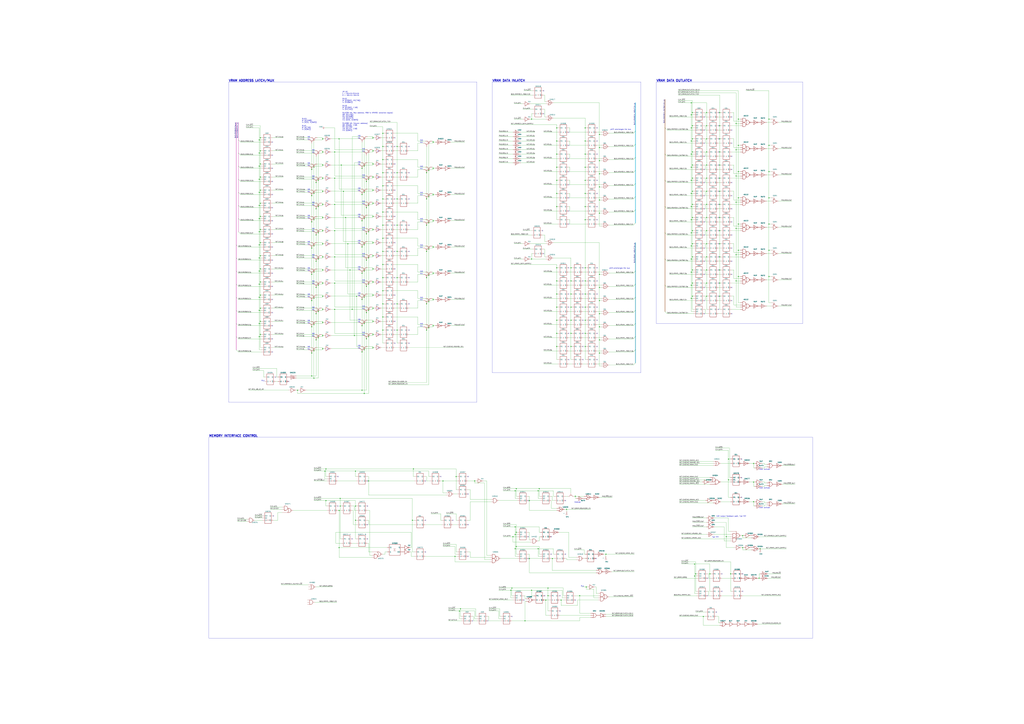
<source format=kicad_sch>
(kicad_sch (version 20231120) (generator "eeschema") (generator_version "8.0")
  (paper "A0")
  (title_block (title "V9958") (date "2024-08-23") (rev "WIP") (company "IKA Microelectronics Inc."))
  (junction (at 302.26 205.74))
  (junction (at 364.49 316.23))
  (junction (at 820.42 283.21))
  (junction (at 599.44 567.69))
  (junction (at 444.5 200.66))
  (junction (at 802.64 163.83))
  (junction (at 528.32 646.43))
  (junction (at 502.92 226.06))
  (junction (at 646.43 341.63))
  (junction (at 420.37 226.06))
  (junction (at 388.62 207.01))
  (junction (at 433.07 312.42))
  (junction (at 374.65 252.73))
  (junction (at 651.51 697.23))
  (junction (at 803.91 313.69))
  (junction (at 497.84 320.04))
  (junction (at 803.91 344.17))
  (junction (at 420.37 378.46))
  (junction (at 857.25 168.91))
  (junction (at 679.45 402.59))
  (junction (at 695.96 364.49))
  (junction (at 374.65 283.21))
  (junction (at 420.37 408.94))
  (junction (at 802.64 133.35))
  (junction (at 300.99 208.28))
  (junction (at 433.07 266.7))
  (junction (at 427.99 391.16))
  (junction (at 843.28 623.57))
  (junction (at 679.45 179.07))
  (junction (at 502.92 378.46))
  (junction (at 374.65 237.49))
  (junction (at 461.01 170.18))
  (junction (at 374.65 191.77))
  (junction (at 433.07 388.62))
  (junction (at 495.3 292.1))
  (junction (at 802.64 255.27))
  (junction (at 345.44 453.39))
  (junction (at 422.91 345.44))
  (junction (at 646.43 179.07))
  (junction (at 857.25 199.39))
  (junction (at 835.66 252.73))
  (junction (at 646.43 402.59))
  (junction (at 802.64 194.31))
  (junction (at 495.3 353.06))
  (junction (at 673.1 692.15))
  (junction (at 461.01 261.62))
  (junction (at 427.99 208.28))
  (junction (at 881.38 671.83))
  (junction (at 892.81 229.87))
  (junction (at 679.45 255.27))
  (junction (at 414.02 344.17))
  (junction (at 374.65 161.29))
  (junction (at 361.95 318.77))
  (junction (at 393.7 636.27))
  (junction (at 646.43 224.79))
  (junction (at 374.65 222.25))
  (junction (at 367.03 303.53))
  (junction (at 369.57 240.03))
  (junction (at 835.66 146.05))
  (junction (at 364.49 224.79))
  (junction (at 502.92 287.02))
  (junction (at 461.01 231.14))
  (junction (at 803.91 146.05))
  (junction (at 679.45 224.79))
  (junction (at 820.42 222.25))
  (junction (at 636.27 683.26))
  (junction (at 461.01 292.1))
  (junction (at 892.81 138.43))
  (junction (at 393.7 161.29))
  (junction (at 820.42 298.45))
  (junction (at 427.99 558.8))
  (junction (at 820.42 252.73))
  (junction (at 300.99 238.76))
  (junction (at 302.26 281.94))
  (junction (at 636.27 692.15))
  (junction (at 444.5 322.58))
  (junction (at 302.26 297.18))
  (junction (at 802.64 240.03))
  (junction (at 425.45 210.82))
  (junction (at 803.91 252.73))
  (junction (at 646.43 326.39))
  (junction (at 374.65 313.69))
  (junction (at 425.45 393.7))
  (junction (at 802.64 285.75))
  (junction (at 300.99 299.72))
  (junction (at 695.96 318.77))
  (junction (at 875.03 582.93))
  (junction (at 695.96 379.73))
  (junction (at 444.5 368.3))
  (junction (at 614.68 648.97))
  (junction (at 617.22 138.43))
  (junction (at 302.26 220.98))
  (junction (at 302.26 388.62))
  (junction (at 820.42 328.93))
  (junction (at 433.07 297.18))
  (junction (at 835.66 344.17))
  (junction (at 420.37 347.98))
  (junction (at 502.92 195.58))
  (junction (at 857.25 138.43))
  (junction (at 433.07 281.94))
  (junction (at 803.91 237.49))
  (junction (at 695.96 349.25))
  (junction (at 835.66 207.01))
  (junction (at 364.49 194.31))
  (junction (at 892.81 321.31))
  (junction (at 461.01 200.66))
  (junction (at 514.35 558.8))
  (junction (at 361.95 379.73))
  (junction (at 679.45 372.11))
  (junction (at 609.6 721.36))
  (junction (at 497.84 350.52))
  (junction (at 444.5 154.94))
  (junction (at 364.49 377.19))
  (junction (at 646.43 194.31))
  (junction (at 502.92 256.54))
  (junction (at 529.59 553.72))
  (junction (at 433.07 236.22))
  (junction (at 802.64 300.99))
  (junction (at 420.37 317.5))
  (junction (at 425.45 302.26))
  (junction (at 646.43 356.87))
  (junction (at 364.49 407.67))
  (junction (at 695.96 410.21))
  (junction (at 835.66 313.69))
  (junction (at 835.66 130.81))
  (junction (at 302.26 160.02))
  (junction (at 695.96 247.65))
  (junction (at 646.43 372.11))
  (junction (at 444.5 185.42))
  (junction (at 820.42 267.97))
  (junction (at 394.97 579.12))
  (junction (at 378.46 581.66))
  (junction (at 300.99 177.8))
  (junction (at 854.71 326.39))
  (junction (at 361.95 288.29))
  (junction (at 599.44 618.49))
  (junction (at 408.94 359.41))
  (junction (at 495.3 231.14))
  (junction (at 679.45 148.59))
  (junction (at 695.96 171.45))
  (junction (at 803.91 191.77))
  (junction (at 803.91 267.97))
  (junction (at 848.36 666.75))
  (junction (at 300.99 193.04))
  (junction (at 807.72 666.75))
  (junction (at 411.48 389.89))
  (junction (at 377.19 547.37))
  (junction (at 803.91 176.53))
  (junction (at 882.65 637.54))
  (junction (at 892.81 168.91))
  (junction (at 394.97 588.01))
  (junction (at 497.84 289.56))
  (junction (at 502.92 165.1))
  (junction (at 534.67 707.39))
  (junction (at 803.91 328.93))
  (junction (at 300.99 345.44))
  (junction (at 422.91 314.96))
  (junction (at 624.84 637.54))
  (junction (at 422.91 457.2))
  (junction (at 679.45 209.55))
  (junction (at 662.94 326.39))
  (junction (at 374.65 176.53))
  (junction (at 646.43 163.83))
  (junction (at 854.71 173.99))
  (junction (at 420.37 287.02))
  (junction (at 369.57 331.47))
  (junction (at 892.81 260.35))
  (junction (at 422.91 254))
  (junction (at 802.64 316.23))
  (junction (at 646.43 209.55))
  (junction (at 427.99 330.2))
  (junction (at 300.99 375.92))
  (junction (at 374.65 344.17))
  (junction (at 461.01 353.06))
  (junction (at 388.62 298.45))
  (junction (at 802.64 119.38))
  (junction (at 444.5 276.86))
  (junction (at 361.95 436.88))
  (junction (at 695.96 186.69))
  (junction (at 820.42 237.49))
  (junction (at 641.35 648.97))
  (junction (at 302.26 266.7))
  (junction (at 854.71 234.95))
  (junction (at 369.57 300.99))
  (junction (at 369.57 270.51))
  (junction (at 835.66 328.93))
  (junction (at 854.71 143.51))
  (junction (at 845.82 533.4))
  (junction (at 300.99 162.56))
  (junction (at 598.17 637.54))
  (junction (at 361.95 227.33))
  (junction (at 633.73 697.23))
  (junction (at 393.7 593.09))
  (junction (at 646.43 387.35))
  (junction (at 695.96 156.21))
  (junction (at 361.95 410.21))
  (junction (at 388.62 359.41))
  (junction (at 302.26 358.14))
  (junction (at 300.99 284.48))
  (junction (at 497.84 259.08))
  (junction (at 495.3 322.58))
  (junction (at 598.17 612.14))
  (junction (at 425.45 332.74))
  (junction (at 444.5 231.14))
  (junction (at 495.3 200.66))
  (junction (at 367.03 242.57))
  (junction (at 695.96 394.97))
  (junction (at 302.26 312.42))
  (junction (at 835.66 283.21))
  (junction (at 378.46 544.83))
  (junction (at 803.91 130.81))
  (junction (at 461.01 383.54))
  (junction (at 624.84 570.23))
  (junction (at 679.45 326.39))
  (junction (at 495.3 261.62))
  (junction (at 835.66 161.29))
  (junction (at 361.95 196.85))
  (junction (at 433.07 373.38))
  (junction (at 369.57 361.95))
  (junction (at 695.96 232.41))
  (junction (at 364.49 439.42))
  (junction (at 497.84 381))
  (junction (at 598.17 570.23))
  (junction (at 369.57 209.55))
  (junction (at 820.42 344.17))
  (junction (at 803.91 283.21))
  (junction (at 835.66 176.53))
  (junction (at 412.75 547.37))
  (junction (at 820.42 176.53))
  (junction (at 662.94 372.11))
  (junction (at 599.44 635))
  (junction (at 803.91 222.25))
  (junction (at 594.36 683.26))
  (junction (at 433.07 327.66))
  (junction (at 425.45 271.78))
  (junction (at 502.92 347.98))
  (junction (at 302.26 190.5))
  (junction (at 444.5 383.54))
  (junction (at 662.94 402.59))
  (junction (at 646.43 240.03))
  (junction (at 374.65 328.93))
  (junction (at 662.94 311.15))
  (junction (at 806.45 669.29))
  (junction (at 361.95 257.81))
  (junction (at 617.22 685.8))
  (junction (at 662.94 356.87))
  (junction (at 820.42 191.77))
  (junction (at 820.42 146.05))
  (junction (at 420.37 195.58))
  (junction (at 845.82 557.53))
  (junction (at 444.5 353.06))
  (junction (at 892.81 199.39))
  (junction (at 892.81 290.83))
  (junction (at 433.07 205.74))
  (junction (at 302.26 236.22))
  (junction (at 679.45 194.31))
  (junction (at 412.75 604.52))
  (junction (at 835.66 267.97))
  (junction (at 820.42 313.69))
  (junction (at 433.07 251.46))
  (junction (at 857.25 260.35))
  (junction (at 369.57 392.43))
  (junction (at 495.3 383.54))
  (junction (at 803.91 161.29))
  (junction (at 679.45 311.15))
  (junction (at 595.63 623.57))
  (junction (at 444.5 261.62))
  (junction (at 422.91 375.92))
  (junction (at 444.5 337.82))
  (junction (at 420.37 256.54))
  (junction (at 422.91 284.48))
  (junction (at 497.84 228.6))
  (junction (at 617.22 300.99))
  (junction (at 433.07 220.98))
  (junction (at 668.02 576.58))
  (junction (at 433.07 190.5))
  (junction (at 593.09 685.8))
  (junction (at 657.86 591.82))
  (junction (at 680.72 681.99))
  (junction (at 433.07 175.26))
  (junction (at 835.66 222.25))
  (junction (at 444.5 307.34))
  (junction (at 425.45 241.3))
  (junction (at 679.45 341.63))
  (junction (at 626.11 567.69))
  (junction (at 679.45 163.83))
  (junction (at 444.5 292.1))
  (junction (at 695.96 201.93))
  (junction (at 433.07 403.86))
  (junction (at 816.61 716.28))
  (junction (at 802.64 270.51))
  (junction (at 302.26 327.66))
  (junction (at 802.64 224.79))
  (junction (at 425.45 363.22))
  (junction (at 854.71 265.43))
  (junction (at 300.99 391.16))
  (junction (at 662.94 341.63))
  (junction (at 422.91 406.4))
  (junction (at 803.91 207.01))
  (junction (at 422.91 223.52))
  (junction (at 367.03 273.05))
  (junction (at 374.65 298.45))
  (junction (at 374.65 207.01))
  (junction (at 444.5 170.18))
  (junction (at 802.64 148.59))
  (junction (at 646.43 148.59))
  (junction (at 662.94 387.35))
  (junction (at 302.26 251.46))
  (junction (at 403.86 283.21))
  (junction (at 300.99 330.2))
  (junction (at 433.07 358.14))
  (junction (at 401.32 252.73))
  (junction (at 364.49 346.71))
  (junction (at 820.42 207.01))
  (junction (at 412.75 588.01))
  (junction (at 367.03 394.97))
  (junction (at 598.17 621.03))
  (junction (at 367.03 212.09))
  (junction (at 679.45 356.87))
  (junction (at 367.03 334.01))
  (junction (at 427.99 360.68))
  (junction (at 302.26 175.26))
  (junction (at 388.62 328.93))
  (junction (at 679.45 240.03))
  (junction (at 444.5 246.38))
  (junction (at 422.91 193.04))
  (junction (at 695.96 334.01))
  (junction (at 862.33 636.27))
  (junction (at 854.71 295.91))
  (junction (at 614.68 581.66))
  (junction (at 835.66 298.45))
  (junction (at 820.42 130.81))
  (junction (at 695.96 217.17))
  (junction (at 444.5 215.9))
  (junction (at 802.64 331.47))
  (junction (at 398.78 222.25))
  (junction (at 433.07 342.9))
  (junction (at 302.26 342.9))
  (junction (at 374.65 359.41))
  (junction (at 646.43 311.15))
  (junction (at 427.99 238.76))
  (junction (at 433.07 160.02))
  (junction (at 364.49 285.75))
  (junction (at 802.64 346.71))
  (junction (at 374.65 405.13))
  (junction (at 374.65 267.97))
  (junction (at 857.25 321.31))
  (junction (at 300.99 360.68))
  (junction (at 857.25 290.83))
  (junction (at 802.64 179.07))
  (junction (at 420.37 453.39))
  (junction (at 875.03 538.48))
  (junction (at 461.01 322.58))
  (junction (at 835.66 191.77))
  (junction (at 364.49 255.27))
  (junction (at 300.99 269.24))
  (junction (at 367.03 364.49))
  (junction (at 480.06 544.83))
  (junction (at 388.62 176.53))
  (junction (at 862.33 622.3))
  (junction (at 679.45 387.35))
  (junction (at 388.62 267.97))
  (junction (at 533.4 709.93))
  (junction (at 703.58 643.89))
  (junction (at 857.25 229.87))
  (junction (at 835.66 237.49))
  (junction (at 374.65 389.89))
  (junction (at 854.71 204.47))
  (junction (at 502.92 317.5))
  (junction (at 820.42 161.29))
  (junction (at 551.18 558.8))
  (junction (at 824.23 666.75))
  (junction (at 361.95 349.25))
  (junction (at 802.64 209.55))
  (junction (at 803.91 298.45))
  (junction (at 300.99 314.96))
  (junction (at 427.99 299.72))
  (junction (at 478.79 604.52))
  (junction (at 396.24 191.77))
  (junction (at 300.99 254))
  (junction (at 302.26 373.38))
  (junction (at 300.99 223.52))
  (junction (at 497.84 198.12))
  (junction (at 388.62 237.49))
  (junction (at 875.03 560.07))
  (junction (at 374.65 374.65))
  (junction (at 406.4 313.69))
  (junction (at 806.45 655.32))
  (junction (at 427.99 269.24))
  (no_connect (at 316.23 210.82))
  (no_connect (at 656.59 581.66))
  (no_connect (at 458.47 398.78))
  (no_connect (at 834.39 176.53))
  (no_connect (at 629.92 267.97))
  (no_connect (at 631.19 105.41))
  (no_connect (at 693.42 372.11))
  (no_connect (at 660.4 199.39))
  (no_connect (at 316.23 363.22))
  (no_connect (at 660.4 229.87))
  (no_connect (at 849.63 288.29))
  (no_connect (at 676.91 387.35))
  (no_connect (at 613.41 581.66))
  (no_connect (at 693.42 311.15))
  (no_connect (at 660.4 326.39))
  (no_connect (at 543.56 646.43))
  (no_connect (at 458.47 383.54))
  (no_connect (at 316.23 378.46))
  (no_connect (at 849.63 334.01))
  (no_connect (at 335.28 443.23))
  (no_connect (at 676.91 417.83))
  (no_connect (at 525.78 604.52))
  (no_connect (at 849.63 303.53))
  (no_connect (at 660.4 245.11))
  (no_connect (at 316.23 302.26))
  (no_connect (at 817.88 364.49))
  (no_connect (at 834.39 298.45))
  (no_connect (at 543.56 609.6))
  (no_connect (at 817.88 212.09))
  (no_connect (at 693.42 387.35))
  (no_connect (at 631.19 132.08))
  (no_connect (at 316.23 393.7))
  (no_connect (at 474.98 322.58))
  (no_connect (at 640.08 643.89))
  (no_connect (at 849.63 212.09))
  (no_connect (at 474.98 200.66))
  (no_connect (at 426.72 558.8))
  (no_connect (at 834.39 313.69))
  (no_connect (at 458.47 261.62))
  (no_connect (at 693.42 148.59))
  (no_connect (at 650.24 709.93))
  (no_connect (at 849.63 227.33))
  (no_connect (at 392.43 588.01))
  (no_connect (at 834.39 130.81))
  (no_connect (at 693.42 255.27))
  (no_connect (at 458.47 353.06))
  (no_connect (at 458.47 220.98))
  (no_connect (at 474.98 383.54))
  (no_connect (at 474.98 261.62))
  (no_connect (at 317.5 599.44))
  (no_connect (at 817.88 242.57))
  (no_connect (at 494.03 641.35))
  (no_connect (at 861.06 554.99))
  (no_connect (at 849.63 135.89))
  (no_connect (at 693.42 417.83))
  (no_connect (at 458.47 292.1))
  (no_connect (at 511.81 553.72))
  (no_connect (at 849.63 166.37))
  (no_connect (at 821.69 692.15))
  (no_connect (at 849.63 364.49))
  (no_connect (at 834.39 328.93))
  (no_connect (at 817.88 303.53))
  (no_connect (at 458.47 342.9))
  (no_connect (at 692.15 648.97))
  (no_connect (at 316.23 256.54))
  (no_connect (at 458.47 231.14))
  (no_connect (at 693.42 194.31))
  (no_connect (at 834.39 207.01))
  (no_connect (at 548.64 721.36))
  (no_connect (at 660.4 168.91))
  (no_connect (at 849.63 151.13))
  (no_connect (at 693.42 356.87))
  (no_connect (at 834.39 252.73))
  (no_connect (at 817.88 334.01))
  (no_connect (at 458.47 190.5))
  (no_connect (at 458.47 251.46))
  (no_connect (at 660.4 372.11))
  (no_connect (at 631.19 294.64))
  (no_connect (at 693.42 224.79))
  (no_connect (at 849.63 257.81))
  (no_connect (at 817.88 273.05))
  (no_connect (at 316.23 317.5))
  (no_connect (at 316.23 195.58))
  (no_connect (at 316.23 347.98))
  (no_connect (at 861.06 533.4))
  (no_connect (at 458.47 312.42))
  (no_connect (at 817.88 288.29))
  (no_connect (at 660.4 260.35))
  (no_connect (at 676.91 311.15))
  (no_connect (at 458.47 200.66))
  (no_connect (at 316.23 241.3))
  (no_connect (at 316.23 287.02))
  (no_connect (at 693.42 179.07))
  (no_connect (at 660.4 214.63))
  (no_connect (at 817.88 166.37))
  (no_connect (at 676.91 326.39))
  (no_connect (at 392.43 553.72))
  (no_connect (at 494.03 604.52))
  (no_connect (at 566.42 721.36))
  (no_connect (at 458.47 170.18))
  (no_connect (at 849.63 242.57))
  (no_connect (at 861.06 577.85))
  (no_connect (at 693.42 341.63))
  (no_connect (at 426.72 588.01))
  (no_connect (at 426.72 626.11))
  (no_connect (at 693.42 402.59))
  (no_connect (at 693.42 163.83))
  (no_connect (at 316.23 271.78))
  (no_connect (at 817.88 257.81))
  (no_connect (at 834.39 283.21))
  (no_connect (at 608.33 697.23))
  (no_connect (at 849.63 196.85))
  (no_connect (at 834.39 359.41))
  (no_connect (at 316.23 332.74))
  (no_connect (at 316.23 226.06))
  (no_connect (at 660.4 153.67))
  (no_connect (at 458.47 160.02))
  (no_connect (at 660.4 341.63))
  (no_connect (at 316.23 408.94))
  (no_connect (at 316.23 180.34))
  (no_connect (at 660.4 387.35))
  (no_connect (at 849.63 181.61))
  (no_connect (at 834.39 267.97))
  (no_connect (at 458.47 373.38))
  (no_connect (at 613.41 648.97))
  (no_connect (at 817.88 135.89))
  (no_connect (at 693.42 326.39))
  (no_connect (at 632.46 692.15))
  (no_connect (at 831.85 711.2))
  (no_connect (at 834.39 237.49))
  (no_connect (at 474.98 231.14))
  (no_connect (at 817.88 181.61))
  (no_connect (at 660.4 311.15))
  (no_connect (at 660.4 356.87))
  (no_connect (at 543.56 574.04))
  (no_connect (at 474.98 398.78))
  (no_connect (at 676.91 356.87))
  (no_connect (at 474.98 292.1))
  (no_connect (at 817.88 151.13))
  (no_connect (at 821.69 671.83))
  (no_connect (at 862.33 687.07))
  (no_connect (at 817.88 318.77))
  (no_connect (at 458.47 322.58))
  (no_connect (at 817.88 196.85))
  (no_connect (at 693.42 240.03))
  (no_connect (at 676.91 372.11))
  (no_connect (at 656.59 643.89))
  (no_connect (at 474.98 353.06))
  (no_connect (at 849.63 349.25))
  (no_connect (at 543.56 553.72))
  (no_connect (at 594.36 716.28))
  (no_connect (at 316.23 165.1))
  (no_connect (at 834.39 344.17))
  (no_connect (at 660.4 402.59))
  (no_connect (at 849.63 318.77))
  (no_connect (at 668.02 697.23))
  (no_connect (at 458.47 281.94))
  (no_connect (at 426.72 609.6))
  (no_connect (at 849.63 273.05))
  (no_connect (at 613.41 623.57))
  (no_connect (at 834.39 222.25))
  (no_connect (at 474.98 170.18))
  (no_connect (at 494.03 558.8))
  (no_connect (at 320.04 438.15))
  (no_connect (at 408.94 626.11))
  (no_connect (at 676.91 402.59))
  (no_connect (at 640.08 623.57))
  (no_connect (at 660.4 184.15))
  (no_connect (at 838.2 666.75))
  (no_connect (at 817.88 227.33))
  (no_connect (at 676.91 341.63))
  (no_connect (at 817.88 349.25))
  (no_connect (at 693.42 209.55))
  (no_connect (at 834.39 161.29))
  (no_connect (at 862.33 666.75))
  (no_connect (at 834.39 146.05))
  (no_connect (at 834.39 191.77))
  (no_connect (at 650.24 692.15))
  (no_connect (at 660.4 417.83))
  (no_connect (at 838.2 687.07))
  (bus_entry (at 735.33 408.94) (size 2.54 -2.54))
  (bus_entry (at 276.86 254) (size 2.54 2.54))
  (bus_entry (at 735.33 378.46) (size 2.54 -2.54))
  (bus_entry (at 772.16 240.03) (size 2.54 2.54))
  (bus_entry (at 735.33 317.5) (size 2.54 -2.54))
  (bus_entry (at 735.33 200.66) (size 2.54 -2.54))
  (bus_entry (at 735.33 393.7) (size 2.54 -2.54))
  (bus_entry (at 735.33 154.94) (size 2.54 -2.54))
  (bus_entry (at 735.33 231.14) (size 2.54 -2.54))
  (bus_entry (at 772.16 179.07) (size 2.54 2.54))
  (bus_entry (at 735.33 215.9) (size 2.54 -2.54))
  (bus_entry (at 735.33 246.38) (size 2.54 -2.54))
  (bus_entry (at 276.86 223.52) (size 2.54 2.54))
  (bus_entry (at 274.32 314.96) (size 2.54 2.54))
  (bus_entry (at 274.32 391.16) (size 2.54 2.54))
  (bus_entry (at 276.86 162.56) (size 2.54 2.54))
  (bus_entry (at 274.32 345.44) (size 2.54 2.54))
  (bus_entry (at 274.32 299.72) (size 2.54 2.54))
  (bus_entry (at 276.86 238.76) (size 2.54 2.54))
  (bus_entry (at 735.33 261.62) (size 2.54 -2.54))
  (bus_entry (at 276.86 193.04) (size 2.54 2.54))
  (bus_entry (at 735.33 363.22) (size 2.54 -2.54))
  (bus_entry (at 274.32 375.92) (size 2.54 2.54))
  (bus_entry (at 772.16 270.51) (size 2.54 2.54))
  (bus_entry (at 735.33 170.18) (size 2.54 -2.54))
  (bus_entry (at 274.32 406.4) (size 2.54 2.54))
  (bus_entry (at 276.86 208.28) (size 2.54 2.54))
  (bus_entry (at 772.16 331.47) (size 2.54 2.54))
  (bus_entry (at 735.33 424.18) (size 2.54 -2.54))
  (bus_entry (at 772.16 209.55) (size 2.54 2.54))
  (bus_entry (at 276.86 269.24) (size 2.54 2.54))
  (bus_entry (at 276.86 177.8) (size 2.54 2.54))
  (bus_entry (at 772.16 361.95) (size 2.54 2.54))
  (bus_entry (at 772.16 300.99) (size 2.54 2.54))
  (bus_entry (at 735.33 347.98) (size 2.54 -2.54))
  (bus_entry (at 274.32 284.48) (size 2.54 2.54))
  (bus_entry (at 735.33 332.74) (size 2.54 -2.54))
  (bus_entry (at 735.33 185.42) (size 2.54 -2.54))
  (bus_entry (at 274.32 360.68) (size 2.54 2.54))
  (bus_entry (at 772.16 148.59) (size 2.54 2.54))
  (bus_entry (at 274.32 330.2) (size 2.54 2.54))
  (wire (pts (xy 300.99 148.59) (xy 300.99 162.56)))
  (wire (pts (xy 626.11 618.49) (xy 627.38 618.49)))
  (wire (pts (xy 518.16 572.77) (xy 514.35 572.77)))
  (wire (pts (xy 393.7 219.71) (xy 393.7 161.29)))
  (wire (pts (xy 384.81 283.21) (xy 403.86 283.21)))
  (wire (pts (xy 527.05 574.04) (xy 530.86 574.04)))
  (wire (pts (xy 666.75 638.81) (xy 678.18 638.81)))
  (wire (pts (xy 857.25 199.39) (xy 859.79 199.39)))
  (wire (pts (xy 433.07 175.26) (xy 433.07 173.99)))
  (wire (pts (xy 679.45 240.03) (xy 680.72 240.03)))
  (wire (pts (xy 502.92 287.02) (xy 502.92 285.75)))
  (wire (pts (xy 805.18 237.49) (xy 803.91 237.49)))
  (wire (pts (xy 834.39 288.29) (xy 836.93 288.29)))
  (wire (pts (xy 433.07 190.5) (xy 434.34 190.5)))
  (wire (pts (xy 647.7 168.91) (xy 631.19 168.91)))
  (wire (pts (xy 344.17 251.46) (xy 360.68 251.46)))
  (wire (pts (xy 693.42 361.95) (xy 698.5 361.95)))
  (wire (pts (xy 615.95 629.92) (xy 595.63 629.92)))
  (wire (pts (xy 693.42 153.67) (xy 698.5 153.67)))
  (wire (pts (xy 657.86 650.24) (xy 669.29 650.24)))
  (wire (pts (xy 693.42 346.71) (xy 698.5 346.71)))
  (wire (pts (xy 647.7 392.43) (xy 631.19 392.43)))
  (wire (pts (xy 302.26 297.18) (xy 302.26 312.42)))
  (wire (pts (xy 525.78 609.6) (xy 530.86 609.6)))
  (wire (pts (xy 805.18 273.05) (xy 774.7 273.05)))
  (wire (pts (xy 433.07 358.14) (xy 434.34 358.14)))
  (wire (pts (xy 908.05 541.02) (xy 923.29 541.02)))
  (wire (pts (xy 904.24 142.24) (xy 919.48 142.24)))
  (wire (pts (xy 890.27 539.75) (xy 887.73 539.75)))
  (wire (pts (xy 406.4 372.11) (xy 419.1 372.11)))
  (wire (pts (xy 835.66 344.17) (xy 835.66 359.41)))
  (wire (pts (xy 424.18 405.13) (xy 433.07 405.13)))
  (wire (pts (xy 422.91 162.56) (xy 422.91 193.04)))
  (wire (pts (xy 474.98 205.74) (xy 485.14 205.74)))
  (wire (pts (xy 364.49 255.27) (xy 364.49 285.75)))
  (bus (pts (xy 737.87 182.88) (xy 737.87 198.12)) (stroke (width 0.508) (color 0 170 212 1)))
  (wire (pts (xy 374.65 342.9) (xy 368.3 342.9)))
  (wire (pts (xy 444.5 276.86) (xy 445.77 276.86)))
  (wire (pts (xy 680.72 148.59) (xy 679.45 148.59)))
  (wire (pts (xy 646.43 179.07) (xy 646.43 194.31)))
  (wire (pts (xy 369.57 240.03) (xy 369.57 270.51)))
  (wire (pts (xy 344.17 314.96) (xy 358.14 314.96)))
  (wire (pts (xy 433.07 207.01) (xy 433.07 205.74)))
  (wire (pts (xy 502.92 256.54) (xy 505.46 256.54)))
  (wire (pts (xy 403.86 283.21) (xy 416.56 283.21)))
  (wire (pts (xy 497.84 167.64) (xy 497.84 198.12)))
  (wire (pts (xy 808.99 669.29) (xy 806.45 669.29)))
  (wire (pts (xy 693.42 214.63) (xy 698.5 214.63)))
  (wire (pts (xy 641.35 648.97) (xy 643.89 648.97)))
  (wire (pts (xy 502.92 378.46) (xy 505.46 378.46)))
  (wire (pts (xy 485.14 224.79) (xy 494.03 224.79)))
  (wire (pts (xy 848.36 626.11) (xy 791.21 626.11)))
  (wire (pts (xy 495.3 558.8) (xy 499.11 558.8)))
  (wire (pts (xy 344.17 220.98) (xy 360.68 220.98)))
  (wire (pts (xy 887.73 543.56) (xy 887.73 542.29)))
  (wire (pts (xy 805.18 364.49) (xy 774.7 364.49)))
  (wire (pts (xy 485.14 349.25) (xy 491.49 349.25)))
  (wire (pts (xy 657.86 591.82) (xy 685.8 591.82)))
  (wire (pts (xy 604.52 179.07) (xy 621.03 179.07)))
  (wire (pts (xy 499.11 288.29) (xy 502.92 288.29)))
  (bus (pts (xy 274.32 142.24) (xy 274.32 284.48)) (stroke (width 0.508) (color 211 95 188 1)))
  (wire (pts (xy 807.72 711.2) (xy 819.15 711.2)))
  (wire (pts (xy 819.15 166.37) (xy 821.69 166.37)))
  (wire (pts (xy 316.23 297.18) (xy 328.93 297.18)))
  (wire (pts (xy 875.03 560.07) (xy 876.3 560.07)))
  (wire (pts (xy 640.08 590.55) (xy 640.08 581.66)))
  (wire (pts (xy 422.91 193.04) (xy 422.91 223.52)))
  (wire (pts (xy 361.95 379.73) (xy 361.95 410.21)))
  (wire (pts (xy 887.73 588.01) (xy 887.73 586.74)))
  (wire (pts (xy 679.45 402.59) (xy 680.72 402.59)))
  (wire (pts (xy 892.81 105.41) (xy 892.81 138.43)))
  (wire (pts (xy 303.53 342.9) (xy 302.26 342.9)))
  (wire (pts (xy 692.15 689.61) (xy 694.69 689.61)))
  (wire (pts (xy 820.42 267.97) (xy 820.42 283.21)))
  (wire (pts (xy 604.52 189.23) (xy 621.03 189.23)))
  (wire (pts (xy 408.94 359.41) (xy 421.64 359.41)))
  (wire (pts (xy 570.23 582.93) (xy 546.1 582.93)))
  (wire (pts (xy 803.91 130.81) (xy 803.91 116.84)))
  (wire (pts (xy 384.81 389.89) (xy 411.48 389.89)))
  (wire (pts (xy 361.95 257.81) (xy 361.95 288.29)))
  (wire (pts (xy 693.42 184.15) (xy 698.5 184.15)))
  (wire (pts (xy 661.67 245.11) (xy 680.72 245.11)))
  (wire (pts (xy 408.94 631.19) (xy 414.02 631.19)))
  (wire (pts (xy 316.23 251.46) (xy 328.93 251.46)))
  (wire (pts (xy 300.99 314.96) (xy 300.99 330.2)))
  (wire (pts (xy 694.69 694.69) (xy 689.61 694.69)))
  (wire (pts (xy 384.81 191.77) (xy 396.24 191.77)))
  (wire (pts (xy 426.72 553.72) (xy 427.99 553.72)))
  (wire (pts (xy 429.26 328.93) (xy 433.07 328.93)))
  (wire (pts (xy 393.7 593.09) (xy 393.7 636.27)))
  (bus (pts (xy 274.32 299.72) (xy 274.32 314.96)) (stroke (width 0.508) (color 211 95 188 1)))
  (wire (pts (xy 539.75 165.1) (xy 523.24 165.1)))
  (wire (pts (xy 646.43 209.55) (xy 647.7 209.55)))
  (wire (pts (xy 444.5 170.18) (xy 444.5 154.94)))
  (wire (pts (xy 857.25 199.39) (xy 857.25 229.87)))
  (wire (pts (xy 679.45 356.87) (xy 680.72 356.87)))
  (wire (pts (xy 388.62 298.45) (xy 421.64 298.45)))
  (wire (pts (xy 411.48 593.09) (xy 414.02 593.09)))
  (wire (pts (xy 344.17 375.92) (xy 358.14 375.92)))
  (wire (pts (xy 647.7 214.63) (xy 631.19 214.63)))
  (wire (pts (xy 599.44 618.49) (xy 599.44 635)))
  (wire (pts (xy 300.99 299.72) (xy 300.99 314.96)))
  (wire (pts (xy 361.95 196.85) (xy 361.95 227.33)))
  (wire (pts (xy 624.84 637.54) (xy 624.84 646.43)))
  (wire (pts (xy 374.65 284.48) (xy 374.65 283.21)))
  (wire (pts (xy 613.41 643.89) (xy 614.68 643.89)))
  (wire (pts (xy 659.13 576.58) (xy 656.59 576.58)))
  (bus (pts (xy 276.86 142.24) (xy 276.86 162.56)) (stroke (width 0.508) (color 222 135 205 1)))
  (wire (pts (xy 579.12 581.66) (xy 600.71 581.66)))
  (wire (pts (xy 679.45 326.39) (xy 679.45 311.15)))
  (wire (pts (xy 458.47 175.26) (xy 462.28 175.26)))
  (wire (pts (xy 690.88 681.99) (xy 692.15 681.99)))
  (wire (pts (xy 660.4 346.71) (xy 664.21 346.71)))
  (wire (pts (xy 477.52 618.49) (xy 389.89 618.49)))
  (wire (pts (xy 678.18 648.97) (xy 679.45 648.97)))
  (wire (pts (xy 424.18 344.17) (xy 433.07 344.17)))
  (wire (pts (xy 388.62 267.97) (xy 388.62 295.91)))
  (wire (pts (xy 641.35 581.66) (xy 643.89 581.66)))
  (wire (pts (xy 709.93 664.21) (xy 736.6 664.21)))
  (wire (pts (xy 539.75 256.54) (xy 523.24 256.54)))
  (wire (pts (xy 433.07 356.87) (xy 431.8 356.87)))
  (wire (pts (xy 384.81 176.53) (xy 388.62 176.53)))
  (wire (pts (xy 598.17 579.12) (xy 600.71 579.12)))
  (wire (pts (xy 636.27 692.15) (xy 637.54 692.15)))
  (wire (pts (xy 647.7 331.47) (xy 631.19 331.47)))
  (wire (pts (xy 904.24 294.64) (xy 919.48 294.64)))
  (wire (pts (xy 646.43 356.87) (xy 647.7 356.87)))
  (wire (pts (xy 819.15 257.81) (xy 821.69 257.81)))
  (wire (pts (xy 835.66 161.29) (xy 835.66 176.53)))
  (wire (pts (xy 384.81 359.41) (xy 388.62 359.41)))
  (wire (pts (xy 427.99 641.35) (xy 427.99 631.19)))
  (wire (pts (xy 880.11 725.17) (xy 906.78 725.17)))
  (wire (pts (xy 480.06 553.72) (xy 480.06 544.83)))
  (wire (pts (xy 802.64 163.83) (xy 802.64 179.07)))
  (wire (pts (xy 852.17 222.25) (xy 852.17 232.41)))
  (wire (pts (xy 433.07 344.17) (xy 433.07 342.9)))
  (wire (pts (xy 849.63 207.01) (xy 859.79 207.01)))
  (wire (pts (xy 321.31 427.99) (xy 321.31 438.15)))
  (wire (pts (xy 367.03 212.09) (xy 367.03 242.57)))
  (wire (pts (xy 803.91 237.49) (xy 803.91 252.73)))
  (wire (pts (xy 485.14 166.37) (xy 485.14 175.26)))
  (wire (pts (xy 445.77 170.18) (xy 444.5 170.18)))
  (wire (pts (xy 425.45 393.7) (xy 425.45 453.39)))
  (wire (pts (xy 660.4 224.79) (xy 661.67 224.79)))
  (wire (pts (xy 849.63 298.45) (xy 859.79 298.45)))
  (wire (pts (xy 378.46 544.83) (xy 378.46 553.72)))
  (wire (pts (xy 805.18 148.59) (xy 802.64 148.59)))
  (wire (pts (xy 847.09 520.7) (xy 847.09 554.99)))
  (wire (pts (xy 593.09 685.8) (xy 593.09 694.69)))
  (wire (pts (xy 816.61 716.28) (xy 819.15 716.28)))
  (wire (pts (xy 411.48 189.23) (xy 411.48 389.89)))
  (wire (pts (xy 584.2 567.69) (xy 599.44 567.69)))
  (wire (pts (xy 908.05 585.47) (xy 923.29 585.47)))
  (wire (pts (xy 805.18 346.71) (xy 802.64 346.71)))
  (wire (pts (xy 593.09 110.49) (xy 618.49 110.49)))
  (wire (pts (xy 579.12 709.93) (xy 579.12 718.82)))
  (wire (pts (xy 849.63 146.05) (xy 859.79 146.05)))
  (wire (pts (xy 444.5 261.62) (xy 444.5 246.38)))
  (wire (pts (xy 876.3 588.01) (xy 875.03 588.01)))
  (wire (pts (xy 424.18 252.73) (xy 433.07 252.73)))
  (wire (pts (xy 477.52 646.43) (xy 477.52 641.35)))
  (wire (pts (xy 344.17 281.94) (xy 360.68 281.94)))
  (wire (pts (xy 834.39 716.28) (xy 834.39 723.9)))
  (wire (pts (xy 427.99 177.8) (xy 427.99 208.28)))
  (wire (pts (xy 887.73 542.29) (xy 890.27 542.29)))
  (wire (pts (xy 661.67 229.87) (xy 680.72 229.87)))
  (wire (pts (xy 378.46 588.01) (xy 379.73 588.01)))
  (wire (pts (xy 598.17 570.23) (xy 598.17 579.12)))
  (wire (pts (xy 805.18 300.99) (xy 802.64 300.99)))
  (wire (pts (xy 885.19 543.56) (xy 887.73 543.56)))
  (wire (pts (xy 703.58 716.28) (xy 735.33 716.28)))
  (wire (pts (xy 302.26 281.94) (xy 302.26 266.7)))
  (wire (pts (xy 306.07 438.15) (xy 306.07 430.53)))
  (wire (pts (xy 834.39 318.77) (xy 836.93 318.77)))
  (wire (pts (xy 514.35 558.8) (xy 530.86 558.8)))
  (wire (pts (xy 707.39 332.74) (xy 735.33 332.74)))
  (wire (pts (xy 599.44 567.69) (xy 626.11 567.69)))
  (wire (pts (xy 429.26 389.89) (xy 433.07 389.89)))
  (wire (pts (xy 401.32 252.73) (xy 416.56 252.73)))
  (wire (pts (xy 425.45 363.22) (xy 425.45 393.7)))
  (wire (pts (xy 316.23 190.5) (xy 328.93 190.5)))
  (bus (pts (xy 276.86 193.04) (xy 276.86 208.28)) (stroke (width 0.508) (color 222 135 205 1)))
  (wire (pts (xy 458.47 236.22) (xy 462.28 236.22)))
  (wire (pts (xy 316.23 220.98) (xy 328.93 220.98)))
  (wire (pts (xy 679.45 163.83) (xy 679.45 148.59)))
  (wire (pts (xy 657.86 648.97) (xy 656.59 648.97)))
  (wire (pts (xy 646.43 209.55) (xy 646.43 224.79)))
  (wire (pts (xy 433.07 267.97) (xy 433.07 266.7)))
  (wire (pts (xy 374.65 191.77) (xy 375.92 191.77)))
  (wire (pts (xy 388.62 237.49) (xy 421.64 237.49)))
  (wire (pts (xy 788.67 562.61) (xy 824.23 562.61)))
  (wire (pts (xy 458.47 327.66) (xy 462.28 327.66)))
  (wire (pts (xy 598.17 646.43) (xy 600.71 646.43)))
  (wire (pts (xy 892.81 229.87) (xy 892.81 260.35)))
  (wire (pts (xy 303.53 360.68) (xy 300.99 360.68)))
  (bus (pts (xy 772.16 331.47) (xy 772.16 361.95)) (stroke (width 0.508) (color 160 90 44 1)))
  (bus (pts (xy 737.87 281.94) (xy 737.87 314.96)) (stroke (width 0.508) (color 0 136 170 1)))
  (wire (pts (xy 695.96 425.45) (xy 695.96 410.21)))
  (wire (pts (xy 374.65 391.16) (xy 374.65 389.89)))
  (wire (pts (xy 443.23 297.18) (xy 445.77 297.18)))
  (wire (pts (xy 344.17 205.74) (xy 365.76 205.74)))
  (wire (pts (xy 854.71 143.51) (xy 859.79 143.51)))
  (wire (pts (xy 805.18 334.01) (xy 774.7 334.01)))
  (wire (pts (xy 655.32 591.82) (xy 657.86 591.82)))
  (wire (pts (xy 668.02 692.15) (xy 673.1 692.15)))
  (wire (pts (xy 693.42 245.11) (xy 698.5 245.11)))
  (wire (pts (xy 433.07 220.98) (xy 433.07 219.71)))
  (wire (pts (xy 303.53 281.94) (xy 302.26 281.94)))
  (wire (pts (xy 566.42 716.28) (xy 567.69 716.28)))
  (wire (pts (xy 302.26 205.74) (xy 302.26 190.5)))
  (wire (pts (xy 393.7 636.27) (xy 393.7 647.7)))
  (wire (pts (xy 502.92 347.98) (xy 505.46 347.98)))
  (wire (pts (xy 908.05 562.61) (xy 923.29 562.61)))
  (wire (pts (xy 302.26 266.7) (xy 302.26 251.46)))
  (wire (pts (xy 374.65 267.97) (xy 375.92 267.97)))
  (wire (pts (xy 854.71 326.39) (xy 859.79 326.39)))
  (wire (pts (xy 374.65 207.01) (xy 375.92 207.01)))
  (wire (pts (xy 887.73 561.34) (xy 887.73 560.07)))
  (wire (pts (xy 802.64 148.59) (xy 802.64 163.83)))
  (wire (pts (xy 843.28 623.57) (xy 848.36 623.57)))
  (wire (pts (xy 854.71 295.91) (xy 859.79 295.91)))
  (wire (pts (xy 388.62 176.53) (xy 421.64 176.53)))
  (wire (pts (xy 374.65 283.21) (xy 375.92 283.21)))
  (wire (pts (xy 300.99 193.04) (xy 300.99 208.28)))
  (wire (pts (xy 834.39 212.09) (xy 836.93 212.09)))
  (wire (pts (xy 805.18 318.77) (xy 777.24 318.77)))
  (wire (pts (xy 660.4 407.67) (xy 664.21 407.67)))
  (wire (pts (xy 693.42 168.91) (xy 698.5 168.91)))
  (wire (pts (xy 820.42 191.77) (xy 820.42 207.01)))
  (wire (pts (xy 805.18 331.47) (xy 802.64 331.47)))
  (wire (pts (xy 821.69 130.81) (xy 820.42 130.81)))
  (wire (pts (xy 835.66 267.97) (xy 835.66 283.21)))
  (wire (pts (xy 369.57 392.43) (xy 369.57 439.42)))
  (wire (pts (xy 647.7 184.15) (xy 631.19 184.15)))
  (wire (pts (xy 565.15 558.8) (xy 561.34 558.8)))
  (wire (pts (xy 433.07 265.43) (xy 431.8 265.43)))
  (wire (pts (xy 819.15 313.69) (xy 819.15 318.77)))
  (wire (pts (xy 594.36 683.26) (xy 636.27 683.26)))
  (wire (pts (xy 344.17 238.76) (xy 363.22 238.76)))
  (wire (pts (xy 887.73 584.2) (xy 887.73 582.93)))
  (wire (pts (xy 433.07 342.9) (xy 434.34 342.9)))
  (wire (pts (xy 825.5 666.75) (xy 824.23 666.75)))
  (wire (pts (xy 433.07 236.22) (xy 433.07 234.95)))
  (wire (pts (xy 817.88 161.29) (xy 819.15 161.29)))
  (wire (pts (xy 388.62 204.47) (xy 424.18 204.47)))
  (wire (pts (xy 485.14 255.27) (xy 494.03 255.27)))
  (wire (pts (xy 857.25 351.79) (xy 859.79 351.79)))
  (wire (pts (xy 369.57 209.55) (xy 369.57 240.03)))
  (wire (pts (xy 626.11 576.58) (xy 627.38 576.58)))
  (wire (pts (xy 646.43 341.63) (xy 646.43 326.39)))
  (wire (pts (xy 642.62 119.38) (xy 695.96 119.38)))
  (wire (pts (xy 604.52 158.75) (xy 621.03 158.75)))
  (wire (pts (xy 892.81 229.87) (xy 895.35 229.87)))
  (wire (pts (xy 891.54 671.83) (xy 906.78 671.83)))
  (wire (pts (xy 502.92 349.25) (xy 502.92 347.98)))
  (wire (pts (xy 857.25 138.43) (xy 857.25 168.91)))
  (wire (pts (xy 539.75 378.46) (xy 523.24 378.46)))
  (wire (pts (xy 499.11 318.77) (xy 502.92 318.77)))
  (wire (pts (xy 433.07 266.7) (xy 433.07 265.43)))
  (wire (pts (xy 695.96 186.69) (xy 695.96 171.45)))
  (wire (pts (xy 425.45 241.3) (xy 425.45 271.78)))
  (wire (pts (xy 551.18 558.8) (xy 552.45 558.8)))
  (wire (pts (xy 374.65 328.93) (xy 374.65 327.66)))
  (wire (pts (xy 782.32 671.83) (xy 808.99 671.83)))
  (wire (pts (xy 344.17 160.02) (xy 360.68 160.02)))
  (wire (pts (xy 374.65 344.17) (xy 374.65 342.9)))
  (wire (pts (xy 303.53 251.46) (xy 302.26 251.46)))
  (wire (pts (xy 304.8 599.44) (xy 295.91 599.44)))
  (wire (pts (xy 626.11 635) (xy 626.11 643.89)))
  (wire (pts (xy 820.42 146.05) (xy 820.42 161.29)))
  (wire (pts (xy 695.96 410.21) (xy 695.96 394.97)))
  (wire (pts (xy 433.07 328.93) (xy 433.07 327.66)))
  (wire (pts (xy 394.97 579.12) (xy 478.79 579.12)))
  (wire (pts (xy 497.84 320.04) (xy 497.84 350.52)))
  (wire (pts (xy 660.4 163.83) (xy 661.67 163.83)))
  (wire (pts (xy 394.97 588.01) (xy 396.24 588.01)))
  (wire (pts (xy 374.65 328.93) (xy 375.92 328.93)))
  (wire (pts (xy 316.23 236.22) (xy 328.93 236.22)))
  (wire (pts (xy 834.39 227.33) (xy 836.93 227.33)))
  (wire (pts (xy 494.03 609.6) (xy 513.08 609.6)))
  (wire (pts (xy 444.5 231.14) (xy 444.5 246.38)))
  (wire (pts (xy 422.91 284.48) (xy 422.91 314.96)))
  (wire (pts (xy 548.64 716.28) (xy 549.91 716.28)))
  (wire (pts (xy 502.92 226.06) (xy 505.46 226.06)))
  (wire (pts (xy 895.35 233.68) (xy 890.27 233.68)))
  (wire (pts (xy 695.96 232.41) (xy 698.5 232.41)))
  (wire (pts (xy 384.81 237.49) (xy 388.62 237.49)))
  (wire (pts (xy 647.7 153.67) (xy 631.19 153.67)))
  (wire (pts (xy 374.65 254) (xy 374.65 252.73)))
  (wire (pts (xy 679.45 255.27) (xy 679.45 240.03)))
  (wire (pts (xy 662.94 311.15) (xy 662.94 299.72)))
  (wire (pts (xy 834.39 273.05) (xy 836.93 273.05)))
  (wire (pts (xy 316.23 403.86) (xy 328.93 403.86)))
  (wire (pts (xy 854.71 356.87) (xy 859.79 356.87)))
  (wire (pts (xy 803.91 283.21) (xy 803.91 298.45)))
  (wire (pts (xy 485.14 349.25) (xy 485.14 358.14)))
  (wire (pts (xy 662.94 402.59) (xy 662.94 387.35)))
  (wire (pts (xy 408.94 359.41) (xy 408.94 158.75)))
  (wire (pts (xy 374.65 238.76) (xy 374.65 237.49)))
  (wire (pts (xy 276.86 393.7) (xy 303.53 393.7)))
  (wire (pts (xy 458.47 185.42) (xy 485.14 185.42)))
  (wire (pts (xy 834.39 166.37) (xy 836.93 166.37)))
  (wire (pts (xy 580.39 707.39) (xy 567.69 707.39)))
  (wire (pts (xy 374.65 281.94) (xy 368.3 281.94)))
  (bus (pts (xy 737.87 167.64) (xy 737.87 182.88)) (stroke (width 0.508) (color 0 170 212 1)))
  (wire (pts (xy 444.5 276.86) (xy 444.5 292.1)))
  (wire (pts (xy 646.43 402.59) (xy 646.43 387.35)))
  (wire (pts (xy 300.99 177.8) (xy 300.99 193.04)))
  (wire (pts (xy 303.53 177.8) (xy 300.99 177.8)))
  (wire (pts (xy 788.67 557.53) (xy 824.23 557.53)))
  (wire (pts (xy 458.47 154.94) (xy 485.14 154.94)))
  (wire (pts (xy 364.49 439.42) (xy 369.57 439.42)))
  (wire (pts (xy 817.88 130.81) (xy 819.15 130.81)))
  (wire (pts (xy 443.23 342.9) (xy 445.77 342.9)))
  (wire (pts (xy 640.08 590.55) (xy 646.43 590.55)))
  (wire (pts (xy 502.92 378.46) (xy 502.92 377.19)))
  (wire (pts (xy 276.86 287.02) (xy 303.53 287.02)))
  (wire (pts (xy 485.14 377.19) (xy 494.03 377.19)))
  (wire (pts (xy 393.7 219.71) (xy 419.1 219.71)))
  (wire (pts (xy 461.01 200.66) (xy 461.01 170.18)))
  (wire (pts (xy 374.65 344.17) (xy 375.92 344.17)))
  (wire (pts (xy 660.4 209.55) (xy 661.67 209.55)))
  (wire (pts (xy 374.65 374.65) (xy 375.92 374.65)))
  (wire (pts (xy 303.53 299.72) (xy 300.99 299.72)))
  (wire (pts (xy 695.96 349.25) (xy 695.96 334.01)))
  (wire (pts (xy 632.46 298.45) (xy 633.73 298.45)))
  (wire (pts (xy 384.81 161.29) (xy 393.7 161.29)))
  (wire (pts (xy 679.45 240.03) (xy 679.45 224.79)))
  (wire (pts (xy 444.5 170.18) (xy 444.5 185.42)))
  (wire (pts (xy 632.46 280.67) (xy 633.73 280.67)))
  (wire (pts (xy 364.49 579.12) (xy 394.97 579.12)))
  (wire (pts (xy 598.17 621.03) (xy 598.17 637.54)))
  (wire (pts (xy 529.59 604.52) (xy 530.86 604.52)))
  (wire (pts (xy 695.96 156.21) (xy 698.5 156.21)))
  (wire (pts (xy 458.47 215.9) (xy 485.14 215.9)))
  (wire (pts (xy 502.92 165.1) (xy 505.46 165.1)))
  (wire (pts (xy 303.53 236.22) (xy 302.26 236.22)))
  (wire (pts (xy 788.67 554.99) (xy 824.23 554.99)))
  (wire (pts (xy 661.67 255.27) (xy 661.67 260.35)))
  (wire (pts (xy 805.18 191.77) (xy 803.91 191.77)))
  (wire (pts (xy 396.24 626.11) (xy 394.97 626.11)))
  (wire (pts (xy 424.18 313.69) (xy 433.07 313.69)))
  (wire (pts (xy 502.92 195.58) (xy 502.92 194.31)))
  (wire (pts (xy 300.99 375.92) (xy 300.99 391.16)))
  (wire (pts (xy 852.17 636.27) (xy 843.28 636.27)))
  (wire (pts (xy 805.18 222.25) (xy 803.91 222.25)))
  (wire (pts (xy 637.54 715.01) (xy 633.73 715.01)))
  (wire (pts (xy 461.01 383.54) (xy 461.01 353.06)))
  (wire (pts (xy 679.45 148.59) (xy 679.45 137.16)))
  (wire (pts (xy 629.92 273.05) (xy 632.46 273.05)))
  (wire (pts (xy 820.42 176.53) (xy 820.42 191.77)))
  (wire (pts (xy 406.4 313.69) (xy 416.56 313.69)))
  (wire (pts (xy 662.94 372.11) (xy 664.21 372.11)))
  (wire (pts (xy 327.66 595.63) (xy 322.58 595.63)))
  (wire (pts (xy 693.42 422.91) (xy 698.5 422.91)))
  (wire (pts (xy 595.63 623.57) (xy 584.2 623.57)))
  (wire (pts (xy 344.17 406.4) (xy 358.14 406.4)))
  (wire (pts (xy 661.67 214.63) (xy 680.72 214.63)))
  (wire (pts (xy 660.4 148.59) (xy 661.67 148.59)))
  (wire (pts (xy 374.65 208.28) (xy 374.65 207.01)))
  (wire (pts (xy 302.26 220.98) (xy 302.26 205.74)))
  (wire (pts (xy 857.25 229.87) (xy 857.25 260.35)))
  (wire (pts (xy 502.92 257.81) (xy 502.92 256.54)))
  (wire (pts (xy 646.43 240.03) (xy 647.7 240.03)))
  (wire (pts (xy 461.01 322.58) (xy 462.28 322.58)))
  (wire (pts (xy 657.86 591.82) (xy 657.86 594.36)))
  (wire (pts (xy 646.43 372.11) (xy 647.7 372.11)))
  (wire (pts (xy 805.18 179.07) (xy 802.64 179.07)))
  (wire (pts (xy 374.65 190.5) (xy 368.3 190.5)))
  (bus (pts (xy 276.86 162.56) (xy 276.86 177.8)) (stroke (width 0.508) (color 222 135 205 1)))
  (wire (pts (xy 374.65 313.69) (xy 375.92 313.69)))
  (wire (pts (xy 425.45 271.78) (xy 425.45 302.26)))
  (wire (pts (xy 593.09 694.69) (xy 595.63 694.69)))
  (wire (pts (xy 303.53 175.26) (xy 302.26 175.26)))
  (wire (pts (xy 642.62 137.16) (xy 679.45 137.16)))
  (wire (pts (xy 303.53 238.76) (xy 300.99 238.76)))
  (wire (pts (xy 636.27 709.93) (xy 636.27 692.15)))
  (wire (pts (xy 394.97 579.12) (xy 394.97 588.01)))
  (wire (pts (xy 857.25 260.35) (xy 859.79 260.35)))
  (wire (pts (xy 579.12 173.99) (xy 595.63 173.99)))
  (wire (pts (xy 875.03 565.15) (xy 875.03 560.07)))
  (wire (pts (xy 443.23 312.42) (xy 445.77 312.42)))
  (wire (pts (xy 662.94 326.39) (xy 664.21 326.39)))
  (wire (pts (xy 821.69 687.07) (xy 822.96 687.07)))
  (wire (pts (xy 433.07 358.14) (xy 433.07 356.87)))
  (wire (pts (xy 646.43 148.59) (xy 647.7 148.59)))
  (wire (pts (xy 693.42 331.47) (xy 698.5 331.47)))
  (bus (pts (xy 276.86 254) (xy 276.86 269.24)) (stroke (width 0.508) (color 222 135 205 1)))
  (wire (pts (xy 433.07 341.63) (xy 426.72 341.63)))
  (wire (pts (xy 641.35 662.94) (xy 641.35 648.97)))
  (wire (pts (xy 377.19 556.26) (xy 379.73 556.26)))
  (wire (pts (xy 528.32 652.78) (xy 528.32 646.43)))
  (wire (pts (xy 433.07 373.38) (xy 434.34 373.38)))
  (wire (pts (xy 838.2 671.83) (xy 849.63 671.83)))
  (wire (pts (xy 805.18 240.03) (xy 802.64 240.03)))
  (wire (pts (xy 632.46 135.89) (xy 633.73 135.89)))
  (wire (pts (xy 388.62 267.97) (xy 421.64 267.97)))
  (wire (pts (xy 830.58 520.7) (xy 847.09 520.7)))
  (wire (pts (xy 412.75 581.66) (xy 412.75 588.01)))
  (wire (pts (xy 461.01 383.54) (xy 462.28 383.54)))
  (wire (pts (xy 626.11 628.65) (xy 626.11 623.57)))
  (wire (pts (xy 427.99 391.16) (xy 427.99 457.2)))
  (wire (pts (xy 370.84 177.8) (xy 374.65 177.8)))
  (wire (pts (xy 615.95 120.65) (xy 633.73 120.65)))
  (wire (pts (xy 835.66 110.49) (xy 835.66 130.81)))
  (wire (pts (xy 344.17 266.7) (xy 365.76 266.7)))
  (wire (pts (xy 650.24 715.01) (xy 685.8 715.01)))
  (wire (pts (xy 433.07 327.66) (xy 433.07 326.39)))
  (wire (pts (xy 892.81 168.91) (xy 892.81 199.39)))
  (wire (pts (xy 636.27 683.26) (xy 654.05 683.26)))
  (wire (pts (xy 300.99 330.2) (xy 300.99 345.44)))
  (wire (pts (xy 849.63 222.25) (xy 852.17 222.25)))
  (wire (pts (xy 646.43 163.83) (xy 646.43 179.07)))
  (wire (pts (xy 388.62 326.39) (xy 424.18 326.39)))
  (wire (pts (xy 805.18 133.35) (xy 802.64 133.35)))
  (wire (pts (xy 502.92 163.83) (xy 501.65 163.83)))
  (wire (pts (xy 695.96 394.97) (xy 695.96 379.73)))
  (wire (pts (xy 374.65 360.68) (xy 374.65 359.41)))
  (wire (pts (xy 485.14 194.31) (xy 494.03 194.31)))
  (wire (pts (xy 377.19 547.37) (xy 412.75 547.37)))
  (wire (pts (xy 300.99 345.44) (xy 300.99 360.68)))
  (wire (pts (xy 534.67 716.28) (xy 534.67 707.39)))
  (bus (pts (xy 737.87 406.4) (xy 737.87 421.64)) (stroke (width 0.508) (color 0 136 170 1)))
  (wire (pts (xy 374.65 237.49) (xy 374.65 236.22)))
  (wire (pts (xy 433.07 281.94) (xy 433.07 280.67)))
  (wire (pts (xy 707.39 215.9) (xy 735.33 215.9)))
  (wire (pts (xy 364.49 194.31) (xy 364.49 224.79)))
  (wire (pts (xy 646.43 417.83) (xy 647.7 417.83)))
  (wire (pts (xy 805.18 242.57) (xy 774.7 242.57)))
  (wire (pts (xy 495.3 383.54) (xy 495.3 444.5)))
  (wire (pts (xy 477.52 618.49) (xy 477.52 636.27)))
  (wire (pts (xy 393.7 636.27) (xy 449.58 636.27)))
  (wire (pts (xy 819.15 298.45) (xy 819.15 303.53)))
  (wire (pts (xy 819.15 252.73) (xy 819.15 257.81)))
  (wire (pts (xy 666.75 576.58) (xy 668.02 576.58)))
  (wire (pts (xy 419.1 402.59) (xy 414.02 402.59)))
  (wire (pts (xy 420.37 256.54) (xy 420.37 287.02)))
  (wire (pts (xy 821.69 344.17) (xy 820.42 344.17)))
  (wire (pts (xy 857.25 138.43) (xy 859.79 138.43)))
  (wire (pts (xy 662.94 402.59) (xy 664.21 402.59)))
  (wire (pts (xy 377.19 547.37) (xy 377.19 556.26)))
  (wire (pts (xy 820.42 207.01) (xy 820.42 222.25)))
  (wire (pts (xy 707.39 363.22) (xy 735.33 363.22)))
  (wire (pts (xy 849.63 267.97) (xy 859.79 267.97)))
  (wire (pts (xy 374.65 327.66) (xy 373.38 327.66)))
  (wire (pts (xy 849.63 176.53) (xy 859.79 176.53)))
  (wire (pts (xy 546.1 647.7) (xy 568.96 647.7)))
  (wire (pts (xy 502.92 377.19) (xy 501.65 377.19)))
  (wire (pts (xy 646.43 341.63) (xy 647.7 341.63)))
  (wire (pts (xy 887.73 565.15) (xy 887.73 563.88)))
  (wire (pts (xy 679.45 194.31) (xy 680.72 194.31)))
  (wire (pts (xy 836.93 328.93) (xy 835.66 328.93)))
  (wire (pts (xy 693.42 260.35) (xy 698.5 260.35)))
  (wire (pts (xy 632.46 110.49) (xy 632.46 118.11)))
  (wire (pts (xy 478.79 604.52) (xy 478.79 641.35)))
  (wire (pts (xy 599.44 635) (xy 599.44 643.89)))
  (wire (pts (xy 293.37 427.99) (xy 321.31 427.99)))
  (wire (pts (xy 673.1 717.55) (xy 685.8 717.55)))
  (wire (pts (xy 802.64 255.27) (xy 802.64 270.51)))
  (wire (pts (xy 403.86 341.63) (xy 403.86 283.21)))
  (wire (pts (xy 646.43 255.27) (xy 647.7 255.27)))
  (wire (pts (xy 458.47 266.7) (xy 462.28 266.7)))
  (wire (pts (xy 374.65 160.02) (xy 368.3 160.02)))
  (wire (pts (xy 374.65 252.73) (xy 375.92 252.73)))
  (wire (pts (xy 821.69 359.41) (xy 820.42 359.41)))
  (wire (pts (xy 374.65 359.41) (xy 375.92 359.41)))
  (wire (pts (xy 820.42 237.49) (xy 820.42 252.73)))
  (wire (pts (xy 425.45 210.82) (xy 425.45 241.3)))
  (wire (pts (xy 374.65 252.73) (xy 374.65 251.46)))
  (wire (pts (xy 511.81 558.8) (xy 514.35 558.8)))
  (wire (pts (xy 805.18 227.33) (xy 777.24 227.33)))
  (wire (pts (xy 420.37 408.94) (xy 420.37 453.39)))
  (wire (pts (xy 303.53 327.66) (xy 302.26 327.66)))
  (wire (pts (xy 433.07 280.67) (xy 426.72 280.67)))
  (wire (pts (xy 444.5 261.62) (xy 444.5 276.86)))
  (wire (pts (xy 849.63 666.75) (xy 848.36 666.75)))
  (wire (pts (xy 642.62 637.54) (xy 642.62 643.89)))
  (wire (pts (xy 302.26 251.46) (xy 302.26 236.22)))
  (wire (pts (xy 803.91 313.69) (xy 803.91 328.93)))
  (wire (pts (xy 364.49 558.8) (xy 379.73 558.8)))
  (wire (pts (xy 820.42 283.21) (xy 820.42 298.45)))
  (wire (pts (xy 637.54 709.93) (xy 636.27 709.93)))
  (wire (pts (xy 614.68 581.66) (xy 627.38 581.66)))
  (wire (pts (xy 445.77 322.58) (xy 444.5 322.58)))
  (wire (pts (xy 396.24 191.77) (xy 416.56 191.77)))
  (wire (pts (xy 374.65 298.45) (xy 374.65 297.18)))
  (wire (pts (xy 648.97 618.49) (xy 660.4 618.49)))
  (wire (pts (xy 444.5 383.54) (xy 444.5 398.78)))
  (wire (pts (xy 529.59 632.46) (xy 529.59 641.35)))
  (wire (pts (xy 819.15 161.29) (xy 819.15 166.37)))
  (wire (pts (xy 393.7 593.09) (xy 396.24 593.09)))
  (wire (pts (xy 816.61 726.44) (xy 816.61 716.28)))
  (wire (pts (xy 680.72 681.99) (xy 681.99 681.99)))
  (wire (pts (xy 568.96 650.24) (xy 562.61 650.24)))
  (wire (pts (xy 364.49 285.75) (xy 364.49 316.23)))
  (wire (pts (xy 861.06 636.27) (xy 862.33 636.27)))
  (wire (pts (xy 787.4 119.38) (xy 802.64 119.38)))
  (wire (pts (xy 835.66 176.53) (xy 835.66 191.77)))
  (wire (pts (xy 845.82 523.24) (xy 845.82 533.4)))
  (wire (pts (xy 529.59 553.72) (xy 530.86 553.72)))
  (wire (pts (xy 707.39 231.14) (xy 735.33 231.14)))
  (wire (pts (xy 887.73 539.75) (xy 887.73 538.48)))
  (wire (pts (xy 820.42 119.38) (xy 820.42 130.81)))
  (wire (pts (xy 303.53 220.98) (xy 302.26 220.98)))
  (wire (pts (xy 443.23 388.62) (xy 445.77 388.62)))
  (wire (pts (xy 316.23 175.26) (xy 328.93 175.26)))
  (wire (pts (xy 481.33 553.72) (xy 480.06 553.72)))
  (wire (pts (xy 444.5 185.42) (xy 445.77 185.42)))
  (wire (pts (xy 364.49 581.66) (xy 378.46 581.66)))
  (wire (pts (xy 803.91 601.98) (xy 820.42 601.98)))
  (wire (pts (xy 652.78 685.8) (xy 652.78 694.69)))
  (wire (pts (xy 707.39 408.94) (xy 735.33 408.94)))
  (wire (pts (xy 287.02 605.79) (xy 275.59 605.79)))
  (wire (pts (xy 408.94 588.01) (xy 411.48 588.01)))
  (wire (pts (xy 819.15 359.41) (xy 819.15 364.49)))
  (wire (pts (xy 458.47 337.82) (xy 485.14 337.82)))
  (wire (pts (xy 892.81 290.83) (xy 895.35 290.83)))
  (wire (pts (xy 614.68 581.66) (xy 614.68 593.09)))
  (wire (pts (xy 695.96 318.77) (xy 695.96 281.94)))
  (wire (pts (xy 384.81 252.73) (xy 401.32 252.73)))
  (wire (pts (xy 805.18 212.09) (xy 774.7 212.09)))
  (wire (pts (xy 695.96 201.93) (xy 698.5 201.93)))
  (wire (pts (xy 845.82 557.53) (xy 845.82 577.85)))
  (wire (pts (xy 670.56 703.58) (xy 651.51 703.58)))
  (wire (pts (xy 344.17 330.2) (xy 363.22 330.2)))
  (wire (pts (xy 444.5 307.34) (xy 444.5 322.58)))
  (wire (pts (xy 787.4 105.41) (xy 857.25 105.41)))
  (wire (pts (xy 303.53 269.24) (xy 300.99 269.24)))
  (wire (pts (xy 420.37 378.46) (xy 420.37 408.94)))
  (bus (pts (xy 274.32 345.44) (xy 274.32 360.68)) (stroke (width 0.508) (color 211 95 188 1)))
  (wire (pts (xy 433.07 175.26) (xy 434.34 175.26)))
  (wire (pts (xy 599.44 643.89) (xy 600.71 643.89)))
  (wire (pts (xy 646.43 311.15) (xy 646.43 307.34)))
  (wire (pts (xy 300.99 360.68) (xy 300.99 375.92)))
  (wire (pts (xy 788.67 584.2) (xy 828.04 584.2)))
  (wire (pts (xy 805.18 298.45) (xy 803.91 298.45)))
  (wire (pts (xy 429.26 298.45) (xy 433.07 298.45)))
  (wire (pts (xy 596.9 120.65) (xy 607.06 120.65)))
  (wire (pts (xy 303.53 284.48) (xy 300.99 284.48)))
  (wire (pts (xy 539.75 195.58) (xy 523.24 195.58)))
  (wire (pts (xy 461.01 170.18) (xy 461.01 142.24)))
  (wire (pts (xy 646.43 311.15) (xy 647.7 311.15)))
  (wire (pts (xy 614.68 643.89) (xy 614.68 648.97)))
  (wire (pts (xy 875.03 582.93) (xy 876.3 582.93)))
  (wire (pts (xy 662.94 387.35) (xy 662.94 372.11)))
  (wire (pts (xy 802.64 316.23) (xy 802.64 331.47)))
  (wire (pts (xy 344.17 190.5) (xy 360.68 190.5)))
  (bus (pts (xy 772.16 240.03) (xy 772.16 270.51)) (stroke (width 0.508) (color 160 90 44 1)))
  (wire (pts (xy 617.22 132.08) (xy 617.22 138.43)))
  (wire (pts (xy 609.6 698.5) (xy 609.6 721.36)))
  (wire (pts (xy 316.23 388.62) (xy 328.93 388.62)))
  (wire (pts (xy 673.1 692.15) (xy 673.1 712.47)))
  (bus (pts (xy 737.87 375.92) (xy 737.87 391.16)) (stroke (width 0.508) (color 0 136 170 1)))
  (wire (pts (xy 285.75 146.05) (xy 302.26 146.05)))
  (wire (pts (xy 791.21 621.03) (xy 820.42 621.03)))
  (wire (pts (xy 647.7 377.19) (xy 631.19 377.19)))
  (wire (pts (xy 374.65 266.7) (xy 373.38 266.7)))
  (wire (pts (xy 787.2474 107.95) (xy 854.71 107.95)))
  (wire (pts (xy 313.69 589.28) (xy 327.66 589.28)))
  (wire (pts (xy 679.45 372.11) (xy 680.72 372.11)))
  (wire (pts (xy 444.5 154.94) (xy 445.77 154.94)))
  (wire (pts (xy 840.74 628.65) (xy 848.36 628.65)))
  (wire (pts (xy 424.18 161.29) (xy 433.07 161.29)))
  (wire (pts (xy 678.18 638.81) (xy 678.18 643.89)))
  (wire (pts (xy 367.03 364.49) (xy 367.03 394.97)))
  (wire (pts (xy 345.44 457.2) (xy 345.44 453.39)))
  (wire (pts (xy 529.59 641.35) (xy 530.86 641.35)))
  (wire (pts (xy 829.31 612.14) (xy 840.74 612.14)))
  (wire (pts (xy 320.04 443.23) (xy 322.58 443.23)))
  (wire (pts (xy 598.17 612.14) (xy 626.11 612.14)))
  (wire (pts (xy 854.71 204.47) (xy 859.79 204.47)))
  (wire (pts (xy 344.17 254) (xy 358.14 254)))
  (wire (pts (xy 803.91 298.45) (xy 803.91 313.69)))
  (wire (pts (xy 433.07 173.99) (xy 431.8 173.99)))
  (wire (pts (xy 365.76 314.96) (xy 374.65 314.96)))
  (wire (pts (xy 361.95 318.77) (xy 361.95 349.25)))
  (wire (pts (xy 433.07 389.89) (xy 433.07 388.62)))
  (wire (pts (xy 817.88 237.49) (xy 819.15 237.49)))
  (wire (pts (xy 485.14 288.29) (xy 485.14 297.18)))
  (wire (pts (xy 384.81 344.17) (xy 414.02 344.17)))
  (wire (pts (xy 502.92 226.06) (xy 502.92 224.79)))
  (wire (pts (xy 307.34 438.15) (xy 306.07 438.15)))
  (wire (pts (xy 673.1 692.15) (xy 694.69 692.15)))
  (wire (pts (xy 845.82 557.53) (xy 848.36 557.53)))
  (wire (pts (xy 444.5 246.38) (xy 445.77 246.38)))
  (wire (pts (xy 499.11 166.37) (xy 502.92 166.37)))
  (wire (pts (xy 805.18 344.17) (xy 803.91 344.17)))
  (wire (pts (xy 805.18 146.05) (xy 803.91 146.05)))
  (wire (pts (xy 854.71 143.51) (xy 854.71 173.99)))
  (wire (pts (xy 433.07 359.41) (xy 433.07 358.14)))
  (wire (pts (xy 821.69 283.21) (xy 820.42 283.21)))
  (wire (pts (xy 553.72 716.28) (xy 552.45 716.28)))
  (wire (pts (xy 443.23 190.5) (xy 445.77 190.5)))
  (wire (pts (xy 579.12 189.23) (xy 595.63 189.23)))
  (wire (pts (xy 316.23 342.9) (xy 328.93 342.9)))
  (wire (pts (xy 443.23 251.46) (xy 445.77 251.46)))
  (wire (pts (xy 678.18 643.89) (xy 679.45 643.89)))
  (wire (pts (xy 679.45 179.07) (xy 680.72 179.07)))
  (wire (pts (xy 461.01 322.58) (xy 461.01 292.1)))
  (wire (pts (xy 370.84 360.68) (xy 374.65 360.68)))
  (wire (pts (xy 514.35 572.77) (xy 514.35 558.8)))
  (wire (pts (xy 646.43 163.83) (xy 647.7 163.83)))
  (wire (pts (xy 836.93 191.77) (xy 835.66 191.77)))
  (wire (pts (xy 679.45 209.55) (xy 679.45 194.31)))
  (wire (pts (xy 821.69 252.73) (xy 820.42 252.73)))
  (wire (pts (xy 412.75 604.52) (xy 412.75 588.01)))
  (wire (pts (xy 852.17 354.33) (xy 859.79 354.33)))
  (wire (pts (xy 618.49 132.08) (xy 617.22 132.08)))
  (wire (pts (xy 805.18 209.55) (xy 802.64 209.55)))
  (wire (pts (xy 429.26 142.24) (xy 461.01 142.24)))
  (wire (pts (xy 892.81 290.83) (xy 892.81 321.31)))
  (wire (pts (xy 450.85 447.04) (xy 497.84 447.04)))
  (wire (pts (xy 344.17 297.18) (xy 365.76 297.18)))
  (wire (pts (xy 835.66 313.69) (xy 835.66 328.93)))
  (wire (pts (xy 857.25 229.87) (xy 859.79 229.87)))
  (wire (pts (xy 834.39 151.13) (xy 836.93 151.13)))
  (wire (pts (xy 303.53 345.44) (xy 300.99 345.44)))
  (wire (pts (xy 528.32 652.78) (xy 568.96 652.78)))
  (wire (pts (xy 821.69 237.49) (xy 820.42 237.49)))
  (wire (pts (xy 881.38 671.83) (xy 880.11 671.83)))
  (wire (pts (xy 388.62 148.59) (xy 388.62 173.99)))
  (wire (pts (xy 412.75 547.37) (xy 497.84 547.37)))
  (wire (pts (xy 344.17 388.62) (xy 365.76 388.62)))
  (wire (pts (xy 384.81 207.01) (xy 388.62 207.01)))
  (wire (pts (xy 511.81 604.52) (xy 513.08 604.52)))
  (wire (pts (xy 344.17 208.28) (xy 363.22 208.28)))
  (wire (pts (xy 805.18 130.81) (xy 803.91 130.81)))
  (wire (pts (xy 426.72 593.09) (xy 429.26 593.09)))
  (wire (pts (xy 410.21 609.6) (xy 414.02 609.6)))
  (wire (pts (xy 546.1 568.96) (xy 546.1 580.39)))
  (bus (pts (xy 274.32 391.16) (xy 274.32 406.4)) (stroke (width 0.508) (color 211 95 188 1)))
  (wire (pts (xy 581.66 648.97) (xy 600.71 648.97)))
  (wire (pts (xy 425.45 332.74) (xy 425.45 363.22)))
  (wire (pts (xy 458.47 246.38) (xy 485.14 246.38)))
  (wire (pts (xy 344.17 193.04) (xy 358.14 193.04)))
  (wire (pts (xy 695.96 364.49) (xy 698.5 364.49)))
  (wire (pts (xy 854.71 295.91) (xy 854.71 326.39)))
  (wire (pts (xy 499.11 257.81) (xy 502.92 257.81)))
  (wire (pts (xy 427.99 330.2) (xy 427.99 360.68)))
  (wire (pts (xy 374.65 406.4) (xy 374.65 405.13)))
  (wire (pts (xy 869.95 538.48) (xy 875.03 538.48)))
  (wire (pts (xy 300.99 284.48) (xy 300.99 299.72)))
  (wire (pts (xy 694.69 697.23) (xy 670.56 697.23)))
  (wire (pts (xy 433.07 219.71) (xy 426.72 219.71)))
  (wire (pts (xy 836.93 252.73) (xy 835.66 252.73)))
  (wire (pts (xy 398.78 280.67) (xy 398.78 222.25)))
  (wire (pts (xy 279.4 256.54) (xy 303.53 256.54)))
  (wire (pts (xy 374.65 314.96) (xy 374.65 313.69)))
  (bus (pts (xy 737.87 243.84) (xy 737.87 259.08)) (stroke (width 0.508) (color 0 170 212 1)))
  (wire (pts (xy 369.57 179.07) (xy 369.57 209.55)))
  (wire (pts (xy 302.26 342.9) (xy 302.26 327.66)))
  (wire (pts (xy 617.22 685.8) (xy 652.78 685.8)))
  (wire (pts (xy 485.14 246.38) (xy 485.14 255.27)))
  (wire (pts (xy 872.49 638.81) (xy 862.33 638.81)))
  (wire (pts (xy 302.26 388.62) (xy 302.26 373.38)))
  (wire (pts (xy 594.36 692.15) (xy 595.63 692.15)))
  (wire (pts (xy 374.65 161.29) (xy 374.65 160.02)))
  (wire (pts (xy 808.99 666.75) (xy 807.72 666.75)))
  (wire (pts (xy 384.81 267.97) (xy 388.62 267.97)))
  (wire (pts (xy 303.53 330.2) (xy 300.99 330.2)))
  (wire (pts (xy 836.93 582.93) (xy 848.36 582.93)))
  (wire (pts (xy 485.14 185.42) (xy 485.14 194.31)))
  (wire (pts (xy 425.45 302.26) (xy 425.45 332.74)))
  (wire (pts (xy 676.91 346.71) (xy 680.72 346.71)))
  (wire (pts (xy 426.72 189.23) (xy 433.07 189.23)))
  (wire (pts (xy 474.98 266.7) (xy 485.14 266.7)))
  (wire (pts (xy 660.4 179.07) (xy 661.67 179.07)))
  (wire (pts (xy 502.92 318.77) (xy 502.92 317.5)))
  (wire (pts (xy 445.77 398.78) (xy 444.5 398.78)))
  (wire (pts (xy 419.1 280.67) (xy 398.78 280.67)))
  (wire (pts (xy 388.62 265.43) (xy 424.18 265.43)))
  (wire (pts (xy 429.26 359.41) (xy 433.07 359.41)))
  (wire (pts (xy 485.14 276.86) (xy 485.14 285.75)))
  (wire (pts (xy 836.93 267.97) (xy 835.66 267.97)))
  (wire (pts (xy 608.33 105.41) (xy 618.49 105.41)))
  (wire (pts (xy 279.4 180.34) (xy 303.53 180.34)))
  (wire (pts (xy 520.7 707.39) (xy 534.67 707.39)))
  (wire (pts (xy 367.03 303.53) (xy 367.03 334.01)))
  (wire (pts (xy 695.96 186.69) (xy 698.5 186.69)))
  (wire (pts (xy 614.68 627.38) (xy 614.68 618.49)))
  (wire (pts (xy 403.86 341.63) (xy 419.1 341.63)))
  (wire (pts (xy 580.39 716.28) (xy 580.39 707.39)))
  (wire (pts (xy 495.3 444.5) (xy 450.85 444.5)))
  (wire (pts (xy 661.67 153.67) (xy 680.72 153.67)))
  (wire (pts (xy 676.91 377.19) (xy 680.72 377.19)))
  (wire (pts (xy 819.15 334.01) (xy 821.69 334.01)))
  (wire (pts (xy 806.45 669.29) (xy 806.45 689.61)))
  (wire (pts (xy 433.07 158.75) (xy 426.72 158.75)))
  (wire (pts (xy 892.81 138.43) (xy 895.35 138.43)))
  (wire (pts (xy 398.78 222.25) (xy 416.56 222.25)))
  (wire (pts (xy 433.07 388.62) (xy 434.34 388.62)))
  (wire (pts (xy 598.17 621.03) (xy 600.71 621.03)))
  (wire (pts (xy 443.23 236.22) (xy 445.77 236.22)))
  (wire (pts (xy 579.12 184.15) (xy 595.63 184.15)))
  (wire (pts (xy 835.66 130.81) (xy 835.66 146.05)))
  (wire (pts (xy 596.9 300.99) (xy 607.06 300.99)))
  (wire (pts (xy 596.9 283.21) (xy 607.06 283.21)))
  (wire (pts (xy 822.96 671.83) (xy 825.5 671.83)))
  (wire (pts (xy 834.39 303.53) (xy 836.93 303.53)))
  (wire (pts (xy 361.95 227.33) (xy 361.95 257.81)))
  (wire (pts (xy 322.58 595.63) (xy 322.58 604.52)))
  (wire (pts (xy 836.93 298.45) (xy 835.66 298.45)))
  (wire (pts (xy 657.86 650.24) (xy 657.86 648.97)))
  (wire (pts (xy 374.65 297.18) (xy 373.38 297.18)))
  (wire (pts (xy 388.62 298.45) (xy 388.62 326.39)))
  (wire (pts (xy 422.91 457.2) (xy 427.99 457.2)))
  (wire (pts (xy 892.81 351.79) (xy 895.35 351.79)))
  (wire (pts (xy 845.82 601.98) (xy 845.82 617.22)))
  (wire (pts (xy 494.03 553.72) (xy 495.3 553.72)))
  (wire (pts (xy 695.96 334.01) (xy 695.96 318.77)))
  (wire (pts (xy 276.86 317.5) (xy 303.53 317.5)))
  (wire (pts (xy 485.14 227.33) (xy 485.14 236.22)))
  (wire (pts (xy 819.15 135.89) (xy 821.69 135.89)))
  (wire (pts (xy 695.96 425.45) (xy 698.5 425.45)))
  (wire (pts (xy 447.04 643.89) (xy 447.04 641.35)))
  (wire (pts (xy 820.42 344.17) (xy 820.42 359.41)))
  (wire (pts (xy 632.46 289.56) (xy 632.46 298.45)))
  (wire (pts (xy 321.31 438.15) (xy 322.58 438.15)))
  (wire (pts (xy 822.96 687.07) (xy 822.96 692.15)))
  (wire (pts (xy 805.18 270.51) (xy 802.64 270.51)))
  (wire (pts (xy 614.68 627.38) (xy 615.95 627.38)))
  (wire (pts (xy 819.15 151.13) (xy 821.69 151.13)))
  (wire (pts (xy 646.43 148.59) (xy 646.43 163.83)))
  (wire (pts (xy 579.12 179.07) (xy 595.63 179.07)))
  (wire (pts (xy 617.22 685.8) (xy 617.22 692.15)))
  (wire (pts (xy 529.59 544.83) (xy 480.06 544.83)))
  (wire (pts (xy 474.98 297.18) (xy 485.14 297.18)))
  (bus (pts (xy 737.87 391.16) (xy 737.87 406.4)) (stroke (width 0.508) (color 0 136 170 1)))
  (wire (pts (xy 805.18 285.75) (xy 802.64 285.75)))
  (wire (pts (xy 598.17 570.23) (xy 624.84 570.23)))
  (wire (pts (xy 546.1 647.7) (xy 546.1 641.35)))
  (wire (pts (xy 364.49 544.83) (xy 378.46 544.83)))
  (wire (pts (xy 904.24 264.16) (xy 919.48 264.16)))
  (wire (pts (xy 485.14 337.82) (xy 485.14 346.71)))
  (wire (pts (xy 300.99 254) (xy 300.99 269.24)))
  (wire (pts (xy 364.49 316.23) (xy 364.49 346.71)))
  (wire (pts (xy 854.71 173.99) (xy 859.79 173.99)))
  (wire (pts (xy 300.99 223.52) (xy 300.99 238.76)))
  (wire (pts (xy 805.18 361.95) (xy 802.64 361.95)))
  (wire (pts (xy 817.88 222.25) (xy 819.15 222.25)))
  (wire (pts (xy 854.71 204.47) (xy 854.71 234.95)))
  (wire (pts (xy 854.71 234.95) (xy 854.71 265.43)))
  (wire (pts (xy 820.42 130.81) (xy 820.42 146.05)))
  (wire (pts (xy 485.14 196.85) (xy 485.14 205.74)))
  (wire (pts (xy 819.15 344.17) (xy 819.15 349.25)))
  (wire (pts (xy 707.39 261.62) (xy 735.33 261.62)))
  (wire (pts (xy 642.62 299.72) (xy 662.94 299.72)))
  (wire (pts (xy 646.43 387.35) (xy 646.43 372.11)))
  (wire (pts (xy 624.84 646.43) (xy 627.38 646.43)))
  (wire (pts (xy 461.01 200.66) (xy 462.28 200.66)))
  (wire (pts (xy 478.79 641.35) (xy 481.33 641.35)))
  (wire (pts (xy 374.65 389.89) (xy 374.65 388.62)))
  (wire (pts (xy 370.84 299.72) (xy 374.65 299.72)))
  (wire (pts (xy 819.15 237.49) (xy 819.15 242.57)))
  (wire (pts (xy 476.25 636.27) (xy 477.52 636.27)))
  (wire (pts (xy 276.86 302.26) (xy 303.53 302.26)))
  (wire (pts (xy 882.65 671.83) (xy 881.38 671.83)))
  (wire (pts (xy 502.92 195.58) (xy 505.46 195.58)))
  (bus (pts (xy 274.32 375.92) (xy 274.32 391.16)) (stroke (width 0.508) (color 211 95 188 1)))
  (wire (pts (xy 848.36 666.75) (xy 848.36 687.07)))
  (wire (pts (xy 614.68 593.09) (xy 646.43 593.09)))
  (wire (pts (xy 819.15 349.25) (xy 821.69 349.25)))
  (wire (pts (xy 675.64 681.99) (xy 680.72 681.99)))
  (wire (pts (xy 374.65 373.38) (xy 368.3 373.38)))
  (wire (pts (xy 646.43 356.87) (xy 646.43 341.63)))
  (wire (pts (xy 609.6 695.96) (xy 610.87 695.96)))
  (wire (pts (xy 444.5 154.94) (xy 444.5 147.32)))
  (wire (pts (xy 693.42 392.43) (xy 698.5 392.43)))
  (wire (pts (xy 881.38 637.54) (xy 882.65 637.54)))
  (wire (pts (xy 477.52 646.43) (xy 481.33 646.43)))
  (wire (pts (xy 502.92 379.73) (xy 502.92 378.46)))
  (wire (pts (xy 791.21 652.78) (xy 807.72 652.78)))
  (wire (pts (xy 819.15 181.61) (xy 821.69 181.61)))
  (wire (pts (xy 364.49 224.79) (xy 364.49 255.27)))
  (wire (pts (xy 849.63 252.73) (xy 852.17 252.73)))
  (wire (pts (xy 803.91 607.06) (xy 820.42 607.06)))
  (wire (pts (xy 875.03 543.56) (xy 875.03 538.48)))
  (wire (pts (xy 852.17 252.73) (xy 852.17 262.89)))
  (wire (pts (xy 433.07 403.86) (xy 434.34 403.86)))
  (wire (pts (xy 852.17 191.77) (xy 852.17 201.93)))
  (wire (pts (xy 553.72 718.82) (xy 551.18 718.82)))
  (wire (pts (xy 374.65 405.13) (xy 375.92 405.13)))
  (wire (pts (xy 433.07 191.77) (xy 433.07 190.5)))
  (wire (pts (xy 834.39 723.9) (xy 835.66 723.9)))
  (wire (pts (xy 887.73 586.74) (xy 890.27 586.74)))
  (wire (pts (xy 882.65 666.75) (xy 881.38 666.75)))
  (wire (pts (xy 502.92 227.33) (xy 502.92 226.06)))
  (wire (pts (xy 422.91 375.92) (xy 422.91 406.4)))
  (wire (pts (xy 408.94 158.75) (xy 419.1 158.75)))
  (wire (pts (xy 422.91 314.96) (xy 422.91 345.44)))
  (wire (pts (xy 429.26 267.97) (xy 433.07 267.97)))
  (wire (pts (xy 485.14 346.71) (xy 494.03 346.71)))
  (wire (pts (xy 344.17 439.42) (xy 364.49 439.42)))
  (wire (pts (xy 388.62 237.49) (xy 388.62 265.43)))
  (wire (pts (xy 303.53 403.86) (xy 302.26 403.86)))
  (wire (pts (xy 661.67 194.31) (xy 661.67 199.39)))
  (wire (pts (xy 316.23 281.94) (xy 328.93 281.94)))
  (wire (pts (xy 817.88 207.01) (xy 819.15 207.01)))
  (wire (pts (xy 817.88 652.78) (xy 848.36 652.78)))
  (wire (pts (xy 857.25 260.35) (xy 857.25 290.83)))
  (wire (pts (xy 358.0134 679.45) (xy 326.2634 679.45)))
  (wire (pts (xy 599.44 567.69) (xy 599.44 576.58)))
  (wire (pts (xy 819.15 212.09) (xy 821.69 212.09)))
  (wire (pts (xy 646.43 194.31) (xy 647.7 194.31)))
  (wire (pts (xy 647.7 407.67) (xy 631.19 407.67)))
  (wire (pts (xy 567.69 716.28) (xy 567.69 721.36)))
  (wire (pts (xy 374.65 175.26) (xy 373.38 175.26)))
  (wire (pts (xy 876.3 543.56) (xy 875.03 543.56)))
  (wire (pts (xy 389.89 618.49) (xy 389.89 631.19)))
  (wire (pts (xy 849.63 161.29) (xy 852.17 161.29)))
  (wire (pts (xy 374.65 388.62) (xy 373.38 388.62)))
  (wire (pts (xy 857.25 168.91) (xy 857.25 199.39)))
  (wire (pts (xy 499.11 379.73) (xy 502.92 379.73)))
  (wire (pts (xy 806.45 655.32) (xy 824.23 655.32)))
  (wire (pts (xy 433.07 403.86) (xy 433.07 402.59)))
  (wire (pts (xy 433.07 326.39) (xy 431.8 326.39)))
  (wire (pts (xy 695.96 410.21) (xy 698.5 410.21)))
  (wire (pts (xy 829.31 621.03) (xy 848.36 621.03)))
  (wire (pts (xy 494.03 646.43) (xy 528.32 646.43)))
  (wire (pts (xy 374.65 222.25) (xy 374.65 220.98)))
  (wire (pts (xy 344.17 327.66) (xy 365.76 327.66)))
  (wire (pts (xy 840.74 612.14) (xy 840.74 628.65)))
  (wire (pts (xy 433.07 281.94) (xy 434.34 281.94)))
  (wire (pts (xy 499.11 349.25) (xy 502.92 349.25)))
  (wire (pts (xy 433.07 313.69) (xy 433.07 312.42)))
  (wire (pts (xy 887.73 563.88) (xy 890.27 563.88)))
  (wire (pts (xy 632.46 127) (xy 632.46 135.89)))
  (wire (pts (xy 374.65 312.42) (xy 368.3 312.42)))
  (wire (pts (xy 819.15 242.57) (xy 821.69 242.57)))
  (wire (pts (xy 539.75 317.5) (xy 523.24 317.5)))
  (wire (pts (xy 279.4 195.58) (xy 303.53 195.58)))
  (wire (pts (xy 803.91 146.05) (xy 803.91 130.81)))
  (wire (pts (xy 374.65 358.14) (xy 373.38 358.14)))
  (wire (pts (xy 344.17 312.42) (xy 360.68 312.42)))
  (wire (pts (xy 654.05 683.26) (xy 654.05 692.15)))
  (bus (pts (xy 274.32 314.96) (xy 274.32 330.2)) (stroke (width 0.508) (color 211 95 188 1)))
  (wire (pts (xy 807.72 666.75) (xy 807.72 687.07)))
  (wire (pts (xy 646.43 326.39) (xy 646.43 311.15)))
  (wire (pts (xy 445.77 353.06) (xy 444.5 353.06)))
  (wire (pts (xy 497.84 198.12) (xy 497.84 228.6)))
  (wire (pts (xy 661.67 148.59) (xy 661.67 153.67)))
  (wire (pts (xy 647.7 361.95) (xy 631.19 361.95)))
  (wire (pts (xy 433.07 160.02) (xy 434.34 160.02)))
  (wire (pts (xy 695.96 262.89) (xy 698.5 262.89)))
  (wire (pts (xy 392.43 593.09) (xy 393.7 593.09)))
  (wire (pts (xy 474.98 388.62) (xy 485.14 388.62)))
  (wire (pts (xy 819.15 196.85) (xy 821.69 196.85)))
  (wire (pts (xy 695.96 201.93) (xy 695.96 186.69)))
  (wire (pts (xy 670.56 697.23) (xy 670.56 703.58)))
  (wire (pts (xy 429.26 147.32) (xy 444.5 147.32)))
  (wire (pts (xy 640.08 576.58) (xy 641.35 576.58)))
  (wire (pts (xy 660.4 647.7) (xy 669.29 647.7)))
  (wire (pts (xy 276.86 347.98) (xy 303.53 347.98)))
  (wire (pts (xy 374.65 313.69) (xy 374.65 312.42)))
  (wire (pts (xy 344.17 360.68) (xy 363.22 360.68)))
  (wire (pts (xy 322.58 604.52) (xy 317.5 604.52)))
  (wire (pts (xy 388.62 328.93) (xy 421.64 328.93)))
  (wire (pts (xy 502.92 194.31) (xy 501.65 194.31)))
  (wire (pts (xy 695.96 379.73) (xy 695.96 364.49)))
  (wire (pts (xy 461.01 353.06) (xy 461.01 322.58)))
  (wire (pts (xy 433.07 298.45) (xy 433.07 297.18)))
  (bus (pts (xy 737.87 330.2) (xy 737.87 345.44)) (stroke (width 0.508) (color 0 136 170 1)))
  (wire (pts (xy 518.16 596.9) (xy 529.59 596.9)))
  (wire (pts (xy 651.51 703.58) (xy 651.51 697.23)))
  (bus (pts (xy 276.86 208.28) (xy 276.86 223.52)) (stroke (width 0.508) (color 222 135 205 1)))
  (wire (pts (xy 461.01 231.14) (xy 461.01 200.66)))
  (wire (pts (xy 433.07 190.5) (xy 433.07 189.23)))
  (wire (pts (xy 581.66 716.28) (xy 580.39 716.28)))
  (wire (pts (xy 445.77 231.14) (xy 444.5 231.14)))
  (wire (pts (xy 836.93 222.25) (xy 835.66 222.25)))
  (wire (pts (xy 788.67 716.28) (xy 816.61 716.28)))
  (wire (pts (xy 562.61 561.34) (xy 551.18 561.34)))
  (wire (pts (xy 461.01 261.62) (xy 462.28 261.62)))
  (wire (pts (xy 567.69 697.23) (xy 595.63 697.23)))
  (wire (pts (xy 660.4 255.27) (xy 661.67 255.27)))
  (wire (pts (xy 474.98 403.86) (xy 538.48 403.86)))
  (wire (pts (xy 661.67 209.55) (xy 661.67 214.63)))
  (wire (pts (xy 820.42 328.93) (xy 820.42 344.17)))
  (wire (pts (xy 374.65 222.25) (xy 375.92 222.25)))
  (wire (pts (xy 302.26 160.02) (xy 302.26 146.05)))
  (wire (pts (xy 495.3 353.06) (xy 495.3 383.54)))
  (wire (pts (xy 845.82 617.22) (xy 848.36 617.22)))
  (wire (pts (xy 604.52 153.67) (xy 621.03 153.67)))
  (wire (pts (xy 803.91 146.05) (xy 803.91 161.29)))
  (wire (pts (xy 303.53 388.62) (xy 302.26 388.62)))
  (wire (pts (xy 276.86 363.22) (xy 303.53 363.22)))
  (wire (pts (xy 600.71 623.57) (xy 595.63 623.57)))
  (wire (pts (xy 854.71 173.99) (xy 854.71 204.47)))
  (wire (pts (xy 646.43 224.79) (xy 647.7 224.79)))
  (wire (pts (xy 676.91 361.95) (xy 680.72 361.95)))
  (wire (pts (xy 424.18 191.77) (xy 433.07 191.77)))
  (wire (pts (xy 636.27 683.26) (xy 636.27 692.15)))
  (wire (pts (xy 426.72 604.52) (xy 427.99 604.52)))
  (wire (pts (xy 374.65 176.53) (xy 374.65 175.26)))
  (wire (pts (xy 821.69 313.69) (xy 820.42 313.69)))
  (wire (pts (xy 408.94 593.09) (xy 410.21 593.09)))
  (wire (pts (xy 275.59 603.25) (xy 287.02 603.25)))
  (wire (pts (xy 374.65 298.45) (xy 375.92 298.45)))
  (wire (pts (xy 477.52 641.35) (xy 476.25 641.35)))
  (wire (pts (xy 679.45 311.15) (xy 680.72 311.15)))
  (wire (pts (xy 821.69 161.29) (xy 820.42 161.29)))
  (wire (pts (xy 693.42 377.19) (xy 698.5 377.19)))
  (wire (pts (xy 836.93 207.01) (xy 835.66 207.01)))
  (wire (pts (xy 599.44 576.58) (xy 600.71 576.58)))
  (wire (pts (xy 617.22 294.64) (xy 617.22 300.99)))
  (wire (pts (xy 802.64 331.47) (xy 802.64 346.71)))
  (wire (pts (xy 679.45 387.35) (xy 679.45 372.11)))
  (wire (pts (xy 836.93 560.07) (xy 848.36 560.07)))
  (wire (pts (xy 646.43 387.35) (xy 647.7 387.35)))
  (wire (pts (xy 707.39 347.98) (xy 735.33 347.98)))
  (wire (pts (xy 374.65 299.72) (xy 374.65 298.45)))
  (wire (pts (xy 433.07 237.49) (xy 433.07 236.22)))
  (wire (pts (xy 852.17 293.37) (xy 859.79 293.37)))
  (bus (pts (xy 737.87 198.12) (xy 737.87 213.36)) (stroke (width 0.508) (color 0 170 212 1)))
  (wire (pts (xy 857.25 321.31) (xy 859.79 321.31)))
  (wire (pts (xy 819.15 146.05) (xy 819.15 151.13)))
  (wire (pts (xy 427.99 609.6) (xy 481.33 609.6)))
  (wire (pts (xy 607.06 289.56) (xy 618.49 289.56)))
  (wire (pts (xy 805.18 255.27) (xy 802.64 255.27)))
  (wire (pts (xy 857.25 290.83) (xy 857.25 321.31)))
  (wire (pts (xy 364.49 163.83) (xy 364.49 194.31)))
  (wire (pts (xy 805.18 194.31) (xy 802.64 194.31)))
  (wire (pts (xy 313.69 591.82) (xy 327.66 591.82)))
  (wire (pts (xy 461.01 292.1) (xy 461.01 261.62)))
  (wire (pts (xy 835.66 237.49) (xy 835.66 252.73)))
  (wire (pts (xy 895.35 294.64) (xy 890.27 294.64)))
  (wire (pts (xy 303.53 358.14) (xy 302.26 358.14)))
  (wire (pts (xy 646.43 417.83) (xy 646.43 402.59)))
  (wire (pts (xy 433.07 205.74) (xy 433.07 204.47)))
  (wire (pts (xy 817.88 146.05) (xy 819.15 146.05)))
  (wire (pts (xy 695.96 171.45) (xy 695.96 156.21)))
  (bus (pts (xy 772.16 270.51) (xy 772.16 300.99)) (stroke (width 0.508) (color 160 90 44 1)))
  (wire (pts (xy 388.62 359.41) (xy 388.62 387.35)))
  (bus (pts (xy 737.87 360.68) (xy 737.87 375.92)) (stroke (width 0.508) (color 0 136 170 1)))
  (wire (pts (xy 474.98 236.22) (xy 485.14 236.22)))
  (wire (pts (xy 624.84 579.12) (xy 627.38 579.12)))
  (wire (pts (xy 374.65 374.65) (xy 374.65 373.38)))
  (wire (pts (xy 433.07 327.66) (xy 434.34 327.66)))
  (wire (pts (xy 852.17 323.85) (xy 859.79 323.85)))
  (wire (pts (xy 396.24 250.19) (xy 396.24 191.77)))
  (wire (pts (xy 885.19 565.15) (xy 887.73 565.15)))
  (wire (pts (xy 388.62 207.01) (xy 421.64 207.01)))
  (wire (pts (xy 836.93 161.29) (xy 835.66 161.29)))
  (wire (pts (xy 443.23 175.26) (xy 445.77 175.26)))
  (wire (pts (xy 607.06 267.97) (xy 617.22 267.97)))
  (wire (pts (xy 679.45 341.63) (xy 680.72 341.63)))
  (wire (pts (xy 458.47 205.74) (xy 462.28 205.74)))
  (wire (pts (xy 495.3 322.58) (xy 495.3 353.06)))
  (wire (pts (xy 805.18 349.25) (xy 777.24 349.25)))
  (wire (pts (xy 834.39 135.89) (xy 836.93 135.89)))
  (wire (pts (xy 447.04 641.35) (xy 449.58 641.35)))
  (wire (pts (xy 443.23 403.86) (xy 445.77 403.86)))
  (wire (pts (xy 279.4 241.3) (xy 303.53 241.3)))
  (wire (pts (xy 805.18 267.97) (xy 803.91 267.97)))
  (wire (pts (xy 295.91 604.52) (xy 304.8 604.52)))
  (wire (pts (xy 514.35 632.46) (xy 529.59 632.46)))
  (wire (pts (xy 803.91 176.53) (xy 803.91 191.77)))
  (wire (pts (xy 614.68 618.49) (xy 613.41 618.49)))
  (wire (pts (xy 631.19 127) (xy 632.46 127)))
  (wire (pts (xy 875.03 538.48) (xy 876.3 538.48)))
  (wire (pts (xy 300.99 162.56) (xy 300.99 177.8)))
  (wire (pts (xy 497.84 553.72) (xy 499.11 553.72)))
  (wire (pts (xy 836.93 237.49) (xy 835.66 237.49)))
  (wire (pts (xy 626.11 567.69) (xy 662.94 567.69)))
  (wire (pts (xy 300.99 269.24) (xy 300.99 284.48)))
  (wire (pts (xy 805.18 303.53) (xy 774.7 303.53)))
  (wire (pts (xy 344.17 358.14) (xy 365.76 358.14)))
  (wire (pts (xy 411.48 189.23) (xy 419.1 189.23)))
  (wire (pts (xy 834.39 242.57) (xy 836.93 242.57)))
  (wire (pts (xy 679.45 356.87) (xy 679.45 341.63)))
  (wire (pts (xy 433.07 387.35) (xy 431.8 387.35)))
  (wire (pts (xy 433.07 236.22) (xy 434.34 236.22)))
  (wire (pts (xy 802.64 119.38) (xy 802.64 133.35)))
  (wire (pts (xy 676.91 331.47) (xy 680.72 331.47)))
  (wire (pts (xy 502.92 347.98) (xy 502.92 346.71)))
  (wire (pts (xy 788.67 538.48) (xy 828.04 538.48)))
  (wire (pts (xy 562.61 650.24) (xy 562.61 561.34)))
  (wire (pts (xy 890.27 561.34) (xy 887.73 561.34)))
  (wire (pts (xy 854.71 107.95) (xy 854.71 143.51)))
  (bus (pts (xy 737.87 314.96) (xy 737.87 330.2)) (stroke (width 0.508) (color 0 136 170 1)))
  (wire (pts (xy 303.53 223.52) (xy 300.99 223.52)))
  (wire (pts (xy 427.99 299.72) (xy 427.99 330.2)))
  (wire (pts (xy 497.84 381) (xy 497.84 447.04)))
  (wire (pts (xy 433.07 373.38) (xy 433.07 372.11)))
  (wire (pts (xy 344.17 175.26) (xy 365.76 175.26)))
  (wire (pts (xy 624.84 637.54) (xy 642.62 637.54)))
  (wire (pts (xy 374.65 191.77) (xy 374.65 190.5)))
  (wire (pts (xy 401.32 311.15) (xy 401.32 252.73)))
  (wire (pts (xy 388.62 359.41) (xy 408.94 359.41)))
  (wire (pts (xy 676.91 422.91) (xy 680.72 422.91)))
  (wire (pts (xy 316.23 312.42) (xy 328.93 312.42)))
  (wire (pts (xy 821.69 207.01) (xy 820.42 207.01)))
  (wire (pts (xy 539.75 226.06) (xy 523.24 226.06)))
  (wire (pts (xy 502.92 287.02) (xy 505.46 287.02)))
  (wire (pts (xy 445.77 292.1) (xy 444.5 292.1)))
  (wire (pts (xy 433.07 402.59) (xy 426.72 402.59)))
  (wire (pts (xy 502.92 316.23) (xy 501.65 316.23)))
  (wire (pts (xy 802.64 209.55) (xy 802.64 224.79)))
  (wire (pts (xy 422.91 406.4) (xy 422.91 457.2)))
  (wire (pts (xy 474.98 358.14) (xy 485.14 358.14)))
  (wire (pts (xy 422.91 254) (xy 422.91 284.48)))
  (wire (pts (xy 285.75 148.59) (xy 300.99 148.59)))
  (wire (pts (xy 378.46 553.72) (xy 379.73 553.72)))
  (wire (pts (xy 485.14 316.23) (xy 494.03 316.23)))
  (wire (pts (xy 546.1 582.93) (xy 546.1 604.52)))
  (wire (pts (xy 802.64 194.31) (xy 802.64 209.55)))
  (wire (pts (xy 660.4 377.19) (xy 664.21 377.19)))
  (wire (pts (xy 344.17 373.38) (xy 360.68 373.38)))
  (wire (pts (xy 821.69 176.53) (xy 820.42 176.53)))
  (wire (pts (xy 854.71 234.95) (xy 859.79 234.95)))
  (wire (pts (xy 834.39 181.61) (xy 836.93 181.61)))
  (wire (pts (xy 458.47 388.62) (xy 462.28 388.62)))
  (wire (pts (xy 805.18 166.37) (xy 777.24 166.37)))
  (wire (pts (xy 695.96 217.17) (xy 695.96 201.93)))
  (wire (pts (xy 791.21 655.32) (xy 806.45 655.32)))
  (wire (pts (xy 662.94 341.63) (xy 662.94 326.39)))
  (wire (pts (xy 288.29 453.39) (xy 335.28 453.39)))
  (wire (pts (xy 361.95 436.88) (xy 367.03 436.88)))
  (wire (pts (xy 876.3 565.15) (xy 875.03 565.15)))
  (wire (pts (xy 695.96 156.21) (xy 695.96 119.38)))
  (wire (pts (xy 579.12 163.83) (xy 595.63 163.83)))
  (wire (pts (xy 862.33 692.15) (xy 906.78 692.15)))
  (bus (pts (xy 276.86 223.52) (xy 276.86 238.76)) (stroke (width 0.508) (color 222 135 205 1)))
  (wire (pts (xy 895.35 264.16) (xy 890.27 264.16)))
  (wire (pts (xy 579.12 685.8) (xy 593.09 685.8)))
  (wire (pts (xy 695.96 334.01) (xy 698.5 334.01)))
  (wire (pts (xy 660.4 194.31) (xy 661.67 194.31)))
  (wire (pts (xy 365.76 254) (xy 374.65 254)))
  (wire (pts (xy 502.92 166.37) (xy 502.92 165.1)))
  (wire (pts (xy 615.95 300.99) (xy 617.22 300.99)))
  (wire (pts (xy 279.4 210.82) (xy 303.53 210.82)))
  (wire (pts (xy 388.62 234.95) (xy 424.18 234.95)))
  (wire (pts (xy 444.5 307.34) (xy 445.77 307.34)))
  (wire (pts (xy 703.58 713.74) (xy 735.33 713.74)))
  (wire (pts (xy 565.15 558.8) (xy 565.15 645.16)))
  (wire (pts (xy 367.03 181.61) (xy 367.03 212.09)))
  (wire (pts (xy 805.18 135.89) (xy 777.24 135.89)))
  (wire (pts (xy 661.67 260.35) (xy 680.72 260.35)))
  (wire (pts (xy 707.39 693.42) (xy 735.33 693.42)))
  (wire (pts (xy 412.75 581.66) (xy 378.46 581.66)))
  (wire (pts (xy 433.07 405.13) (xy 433.07 403.86)))
  (wire (pts (xy 426.72 631.19) (xy 427.99 631.19)))
  (wire (pts (xy 802.64 224.79) (xy 802.64 240.03)))
  (wire (pts (xy 367.03 273.05) (xy 367.03 303.53)))
  (wire (pts (xy 805.18 207.01) (xy 803.91 207.01)))
  (wire (pts (xy 433.07 311.15) (xy 426.72 311.15)))
  (wire (pts (xy 805.18 313.69) (xy 803.91 313.69)))
  (wire (pts (xy 892.81 321.31) (xy 895.35 321.31)))
  (wire (pts (xy 495.3 231.14) (xy 495.3 261.62)))
  (wire (pts (xy 365.76 345.44) (xy 374.65 345.44)))
  (bus (pts (xy 737.87 119.38) (xy 737.87 152.4)) (stroke (width 0.508) (color 0 170 212 1)))
  (wire (pts (xy 849.63 313.69) (xy 852.17 313.69)))
  (wire (pts (xy 662.94 417.83) (xy 662.94 402.59)))
  (wire (pts (xy 355.6 453.39) (xy 420.37 453.39)))
  (wire (pts (xy 599.44 635) (xy 626.11 635)))
  (wire (pts (xy 444.5 368.3) (xy 445.77 368.3)))
  (wire (pts (xy 805.18 328.93) (xy 803.91 328.93)))
  (wire (pts (xy 414.02 553.72) (xy 412.75 553.72)))
  (wire (pts (xy 361.95 288.29) (xy 361.95 318.77)))
  (wire (pts (xy 821.69 222.25) (xy 820.42 222.25)))
  (wire (pts (xy 695.96 349.25) (xy 698.5 349.25)))
  (wire (pts (xy 594.36 721.36) (xy 609.6 721.36)))
  (wire (pts (xy 420.37 195.58) (xy 420.37 226.06)))
  (wire (pts (xy 429.26 237.49) (xy 433.07 237.49)))
  (wire (pts (xy 662.94 372.11) (xy 662.94 356.87)))
  (wire (pts (xy 361.95 349.25) (xy 361.95 379.73)))
  (wire (pts (xy 892.81 168.91) (xy 895.35 168.91)))
  (wire (pts (xy 640.08 648.97) (xy 641.35 648.97)))
  (wire (pts (xy 679.45 372.11) (xy 679.45 356.87)))
  (wire (pts (xy 646.43 224.79) (xy 646.43 240.03)))
  (wire (pts (xy 425.45 180.34) (xy 425.45 210.82)))
  (wire (pts (xy 374.65 207.01) (xy 374.65 205.74)))
  (wire (pts (xy 433.07 251.46) (xy 434.34 251.46)))
  (wire (pts (xy 819.15 328.93) (xy 819.15 334.01)))
  (wire (pts (xy 427.99 269.24) (xy 427.99 299.72)))
  (wire (pts (xy 429.26 645.16) (xy 431.8 645.16)))
  (wire (pts (xy 485.14 163.83) (xy 494.03 163.83)))
  (wire (pts (xy 495.3 553.72) (xy 495.3 558.8)))
  (wire (pts (xy 392.43 558.8) (xy 414.02 558.8)))
  (wire (pts (xy 836.93 344.17) (xy 835.66 344.17)))
  (wire (pts (xy 662.94 326.39) (xy 662.94 311.15)))
  (wire (pts (xy 485.14 215.9) (xy 485.14 224.79)))
  (wire (pts (xy 529.59 568.96) (xy 529.59 553.72)))
  (wire (pts (xy 835.66 191.77) (xy 835.66 207.01)))
  (wire (pts (xy 364.49 346.71) (xy 364.49 377.19)))
  (wire (pts (xy 805.18 163.83) (xy 802.64 163.83)))
  (wire (pts (xy 707.39 185.42) (xy 735.33 185.42)))
  (wire (pts (xy 374.65 405.13) (xy 374.65 403.86)))
  (wire (pts (xy 445.77 261.62) (xy 444.5 261.62)))
  (wire (pts (xy 802.64 133.35) (xy 802.64 148.59)))
  (wire (pts (xy 427.99 553.72) (xy 427.99 558.8)))
  (wire (pts (xy 502.92 288.29) (xy 502.92 287.02)))
  (wire (pts (xy 819.15 207.01) (xy 819.15 212.09)))
  (wire (pts (xy 882.65 637.54) (xy 913.13 637.54)))
  (wire (pts (xy 530.86 568.96) (xy 529.59 568.96)))
  (wire (pts (xy 822.96 692.15) (xy 825.5 692.15)))
  (wire (pts (xy 535.94 718.82) (xy 533.4 718.82)))
  (wire (pts (xy 276.86 408.94) (xy 303.53 408.94)))
  (wire (pts (xy 895.35 355.6) (xy 890.27 355.6)))
  (wire (pts (xy 303.53 375.92) (xy 300.99 375.92)))
  (wire (pts (xy 535.94 721.36) (xy 520.7 721.36)))
  (wire (pts (xy 433.07 222.25) (xy 433.07 220.98)))
  (wire (pts (xy 692.15 681.99) (xy 692.15 689.61)))
  (wire (pts (xy 626.11 643.89) (xy 627.38 643.89)))
  (wire (pts (xy 843.28 636.27) (xy 843.28 623.57)))
  (wire (pts (xy 485.14 227.33) (xy 491.49 227.33)))
  (wire (pts (xy 692.15 662.94) (xy 641.35 662.94)))
  (wire (pts (xy 835.66 328.93) (xy 835.66 344.17)))
  (wire (pts (xy 819.15 130.81) (xy 819.15 135.89)))
  (wire (pts (xy 411.48 593.09) (xy 411.48 588.01)))
  (wire (pts (xy 599.44 609.6) (xy 599.44 618.49)))
  (wire (pts (xy 443.23 220.98) (xy 445.77 220.98)))
  (wire (pts (xy 849.63 344.17) (xy 852.17 344.17)))
  (wire (pts (xy 821.69 666.75) (xy 822.96 666.75)))
  (wire (pts (xy 695.96 577.85) (xy 711.2 577.85)))
  (wire (pts (xy 707.39 246.38) (xy 735.33 246.38)))
  (wire (pts (xy 862.33 622.3) (xy 863.6 622.3)))
  (wire (pts (xy 303.53 208.28) (xy 300.99 208.28)))
  (wire (pts (xy 676.91 316.23) (xy 680.72 316.23)))
  (wire (pts (xy 824.23 687.07) (xy 825.5 687.07)))
  (wire (pts (xy 695.96 262.89) (xy 695.96 247.65)))
  (wire (pts (xy 808.99 687.07) (xy 807.72 687.07)))
  (wire (pts (xy 647.7 422.91) (xy 631.19 422.91)))
  (wire (pts (xy 424.18 374.65) (xy 433.07 374.65)))
  (wire (pts (xy 805.18 252.73) (xy 803.91 252.73)))
  (wire (pts (xy 854.71 265.43) (xy 854.71 295.91)))
  (wire (pts (xy 364.49 547.37) (xy 377.19 547.37)))
  (wire (pts (xy 803.91 222.25) (xy 803.91 237.49)))
  (wire (pts (xy 647.7 316.23) (xy 631.19 316.23)))
  (wire (pts (xy 805.18 283.21) (xy 803.91 283.21)))
  (wire (pts (xy 567.69 721.36) (xy 581.66 721.36)))
  (wire (pts (xy 316.23 205.74) (xy 328.93 205.74)))
  (wire (pts (xy 895.35 172.72) (xy 890.27 172.72)))
  (wire (pts (xy 316.23 266.7) (xy 328.93 266.7)))
  (wire (pts (xy 617.22 138.43) (xy 633.73 138.43)))
  (wire (pts (xy 388.62 387.35) (xy 424.18 387.35)))
  (wire (pts (xy 887.73 538.48) (xy 885.19 538.48)))
  (wire (pts (xy 433.07 297.18) (xy 433.07 295.91)))
  (wire (pts (xy 805.18 359.41) (xy 803.91 359.41)))
  (wire (pts (xy 420.37 165.1) (xy 420.37 195.58)))
  (wire (pts (xy 552.45 716.28) (xy 552.45 707.39)))
  (wire (pts (xy 374.65 193.04) (xy 374.65 191.77)))
  (wire (pts (xy 279.4 226.06) (xy 303.53 226.06)))
  (wire (pts (xy 845.82 533.4) (xy 848.36 533.4)))
  (wire (pts (xy 579.12 683.26) (xy 594.36 683.26)))
  (wire (pts (xy 444.5 368.3) (xy 444.5 383.54)))
  (wire (pts (xy 374.65 176.53) (xy 375.92 176.53)))
  (wire (pts (xy 433.07 220.98) (xy 434.34 220.98)))
  (wire (pts (xy 820.42 252.73) (xy 820.42 267.97)))
  (wire (pts (xy 854.71 326.39) (xy 854.71 356.87)))
  (wire (pts (xy 374.65 375.92) (xy 374.65 374.65)))
  (wire (pts (xy 374.65 389.89) (xy 375.92 389.89)))
  (wire (pts (xy 279.4 271.78) (xy 303.53 271.78)))
  (wire (pts (xy 660.4 422.91) (xy 664.21 422.91)))
  (wire (pts (xy 849.63 130.81) (xy 852.17 130.81)))
  (wire (pts (xy 660.4 361.95) (xy 664.21 361.95)))
  (wire (pts (xy 300.99 238.76) (xy 300.99 254)))
  (wire (pts (xy 845.82 533.4) (xy 845.82 557.53)))
  (wire (pts (xy 679.45 402.59) (xy 679.45 387.35)))
  (wire (pts (xy 624.84 570.23) (xy 624.84 579.12)))
  (wire (pts (xy 433.07 250.19) (xy 426.72 250.19)))
  (wire (pts (xy 344.17 342.9) (xy 360.68 342.9)))
  (bus (pts (xy 276.86 238.76) (xy 276.86 254)) (stroke (width 0.508) (color 222 135 205 1)))
  (wire (pts (xy 444.5 215.9) (xy 445.77 215.9)))
  (wire (pts (xy 852.17 130.81) (xy 852.17 140.97)))
  (wire (pts (xy 703.58 643.89) (xy 736.6 643.89)))
  (wire (pts (xy 904.24 233.68) (xy 919.48 233.68)))
  (wire (pts (xy 660.4 392.43) (xy 664.21 392.43)))
  (wire (pts (xy 367.03 242.57) (xy 367.03 273.05)))
  (wire (pts (xy 845.82 577.85) (xy 848.36 577.85)))
  (wire (pts (xy 374.65 177.8) (xy 374.65 176.53)))
  (wire (pts (xy 500.38 596.9) (xy 511.81 596.9)))
  (wire (pts (xy 608.33 692.15) (xy 609.6 692.15)))
  (bus (pts (xy 772.16 300.99) (xy 772.16 331.47)) (stroke (width 0.508) (color 160 90 44 1)))
  (wire (pts (xy 370.84 391.16) (xy 374.65 391.16)))
  (wire (pts (xy 646.43 326.39) (xy 647.7 326.39)))
  (wire (pts (xy 593.09 307.34) (xy 646.43 307.34)))
  (wire (pts (xy 679.45 163.83) (xy 680.72 163.83)))
  (wire (pts (xy 661.67 168.91) (xy 680.72 168.91)))
  (wire (pts (xy 703.58 643.89) (xy 703.58 646.43)))
  (wire (pts (xy 374.65 205.74) (xy 373.38 205.74)))
  (wire (pts (xy 802.64 300.99) (xy 802.64 316.23)))
  (wire (pts (xy 857.25 168.91) (xy 859.79 168.91)))
  (wire (pts (xy 887.73 582.93) (xy 885.19 582.93)))
  (wire (pts (xy 676.91 407.67) (xy 680.72 407.67)))
  (wire (pts (xy 374.65 345.44) (xy 374.65 344.17)))
  (wire (pts (xy 891.54 666.75) (xy 906.78 666.75)))
  (wire (pts (xy 539.75 347.98) (xy 523.24 347.98)))
  (wire (pts (xy 852.17 232.41) (xy 859.79 232.41)))
  (wire (pts (xy 443.23 358.14) (xy 445.77 358.14)))
  (wire (pts (xy 433.07 312.42) (xy 433.07 311.15)))
  (wire (pts (xy 834.39 349.25) (xy 836.93 349.25)))
  (wire (pts (xy 892.81 199.39) (xy 895.35 199.39)))
  (wire (pts (xy 642.62 643.89) (xy 643.89 643.89)))
  (wire (pts (xy 824.23 687.07) (xy 824.23 666.75)))
  (bus (pts (xy 737.87 228.6) (xy 737.87 243.84)) (stroke (width 0.508) (color 0 170 212 1)))
  (wire (pts (xy 662.94 567.69) (xy 662.94 572.77)))
  (wire (pts (xy 374.65 162.56) (xy 374.65 161.29)))
  (wire (pts (xy 679.45 255.27) (xy 679.45 311.15)))
  (wire (pts (xy 433.07 283.21) (xy 433.07 281.94)))
  (wire (pts (xy 497.84 547.37) (xy 497.84 553.72)))
  (wire (pts (xy 444.5 337.82) (xy 445.77 337.82)))
  (wire (pts (xy 626.11 612.14) (xy 626.11 618.49)))
  (wire (pts (xy 443.23 205.74) (xy 445.77 205.74)))
  (wire (pts (xy 422.91 223.52) (xy 422.91 254)))
  (wire (pts (xy 836.93 130.81) (xy 835.66 130.81)))
  (wire (pts (xy 367.03 334.01) (xy 367.03 364.49)))
  (wire (pts (xy 303.53 254) (xy 300.99 254)))
  (wire (pts (xy 819.15 288.29) (xy 821.69 288.29)))
  (wire (pts (xy 367.03 394.97) (xy 367.03 436.88)))
  (wire (pts (xy 502.92 256.54) (xy 502.92 255.27)))
  (wire (pts (xy 593.09 685.8) (xy 617.22 685.8)))
  (wire (pts (xy 433.07 266.7) (xy 434.34 266.7)))
  (wire (pts (xy 433.07 372.11) (xy 426.72 372.11)))
  (bus (pts (xy 274.32 360.68) (xy 274.32 375.92)) (stroke (width 0.508) (color 211 95 188 1)))
  (wire (pts (xy 707.39 393.7) (xy 735.33 393.7)))
  (wire (pts (xy 420.37 287.02) (xy 420.37 317.5)))
  (wire (pts (xy 904.24 355.6) (xy 919.48 355.6)))
  (wire (pts (xy 388.62 207.01) (xy 388.62 234.95)))
  (bus (pts (xy 737.87 345.44) (xy 737.87 360.68)) (stroke (width 0.508) (color 0 136 170 1)))
  (wire (pts (xy 848.36 652.78) (xy 848.36 666.75)))
  (wire (pts (xy 549.91 721.36) (xy 553.72 721.36)))
  (wire (pts (xy 579.12 153.67) (xy 595.63 153.67)))
  (wire (pts (xy 581.66 718.82) (xy 579.12 718.82)))
  (wire (pts (xy 584.2 609.6) (xy 599.44 609.6)))
  (wire (pts (xy 679.45 194.31) (xy 679.45 179.07)))
  (wire (pts (xy 461.01 231.14) (xy 462.28 231.14)))
  (wire (pts (xy 787.4 116.84) (xy 803.91 116.84)))
  (wire (pts (xy 662.94 311.15) (xy 664.21 311.15)))
  (wire (pts (xy 668.02 579.12) (xy 668.02 576.58)))
  (wire (pts (xy 485.14 154.94) (xy 485.14 163.83)))
  (wire (pts (xy 707.39 424.18) (xy 735.33 424.18)))
  (wire (pts (xy 626.11 623.57) (xy 627.38 623.57)))
  (bus (pts (xy 276.86 177.8) (xy 276.86 193.04)) (stroke (width 0.508) (color 222 135 205 1)))
  (wire (pts (xy 499.11 227.33) (xy 502.92 227.33)))
  (wire (pts (xy 679.45 255.27) (xy 680.72 255.27)))
  (wire (pts (xy 427.99 238.76) (xy 427.99 269.24)))
  (wire (pts (xy 598.17 637.54) (xy 598.17 646.43)))
  (wire (pts (xy 374.65 220.98) (xy 368.3 220.98)))
  (wire (pts (xy 817.88 344.17) (xy 819.15 344.17)))
  (wire (pts (xy 803.91 161.29) (xy 803.91 176.53)))
  (wire (pts (xy 817.88 267.97) (xy 819.15 267.97)))
  (wire (pts (xy 835.66 283.21) (xy 835.66 298.45)))
  (wire (pts (xy 303.53 406.4) (xy 300.99 406.4)))
  (wire (pts (xy 444.5 643.89) (xy 447.04 643.89)))
  (wire (pts (xy 534.67 707.39) (xy 552.45 707.39)))
  (wire (pts (xy 650.24 697.23) (xy 651.51 697.23)))
  (wire (pts (xy 303.53 312.42) (xy 302.26 312.42)))
  (wire (pts (xy 617.22 692.15) (xy 619.76 692.15)))
  (wire (pts (xy 344.17 391.16) (xy 363.22 391.16)))
  (wire (pts (xy 433.07 312.42) (xy 434.34 312.42)))
  (wire (pts (xy 344.17 177.8) (xy 363.22 177.8)))
  (wire (pts (xy 615.95 283.21) (xy 633.73 283.21)))
  (wire (pts (xy 633.73 715.01) (xy 633.73 697.23)))
  (wire (pts (xy 836.93 283.21) (xy 835.66 283.21)))
  (wire (pts (xy 458.47 358.14) (xy 462.28 358.14)))
  (wire (pts (xy 384.81 405.13) (xy 416.56 405.13)))
  (wire (pts (xy 802.64 179.07) (xy 802.64 194.31)))
  (wire (pts (xy 848.36 687.07) (xy 849.63 687.07)))
  (wire (pts (xy 303.53 314.96) (xy 300.99 314.96)))
  (wire (pts (xy 485.14 196.85) (xy 491.49 196.85)))
  (wire (pts (xy 303.53 190.5) (xy 302.26 190.5)))
  (wire (pts (xy 433.07 342.9) (xy 433.07 341.63)))
  (wire (pts (xy 904.24 172.72) (xy 919.48 172.72)))
  (wire (pts (xy 344.17 284.48) (xy 358.14 284.48)))
  (wire (pts (xy 374.65 267.97) (xy 374.65 266.7)))
  (wire (pts (xy 444.5 353.06) (xy 444.5 368.3)))
  (wire (pts (xy 393.7 161.29) (xy 416.56 161.29)))
  (wire (pts (xy 834.39 196.85) (xy 836.93 196.85)))
  (wire (pts (xy 474.98 175.26) (xy 485.14 175.26)))
  (wire (pts (xy 660.4 316.23) (xy 664.21 316.23)))
  (wire (pts (xy 485.14 257.81) (xy 485.14 266.7)))
  (wire (pts (xy 365.76 375.92) (xy 374.65 375.92)))
  (wire (pts (xy 344.17 162.56) (xy 358.14 162.56)))
  (wire (pts (xy 819.15 267.97) (xy 819.15 273.05)))
  (wire (pts (xy 647.7 229.87) (xy 631.19 229.87)))
  (wire (pts (xy 344.17 345.44) (xy 358.14 345.44)))
  (wire (pts (xy 805.18 196.85) (xy 777.24 196.85)))
  (wire (pts (xy 528.32 635) (xy 528.32 643.89)))
  (wire (pts (xy 817.88 328.93) (xy 819.15 328.93)))
  (wire (pts (xy 546.1 641.35) (xy 543.56 641.35)))
  (wire (pts (xy 276.86 378.46) (xy 303.53 378.46)))
  (wire (pts (xy 820.42 222.25) (xy 820.42 237.49)))
  (wire (pts (xy 412.75 553.72) (xy 412.75 547.37)))
  (wire (pts (xy 433.07 388.62) (xy 433.07 387.35)))
  (wire (pts (xy 303.53 297.18) (xy 302.26 297.18)))
  (wire (pts (xy 365.76 162.56) (xy 374.65 162.56)))
  (wire (pts (xy 497.84 350.52) (xy 497.84 381)))
  (wire (pts (xy 830.58 523.24) (xy 845.82 523.24)))
  (wire (pts (xy 304.8 601.98) (xy 295.91 601.98)))
  (wire (pts (xy 802.64 240.03) (xy 802.64 255.27)))
  (wire (pts (xy 617.22 300.99) (xy 633.73 300.99)))
  (wire (pts (xy 433.07 295.91) (xy 431.8 295.91)))
  (wire (pts (xy 593.09 144.78) (xy 646.43 144.78)))
  (wire (pts (xy 302.26 175.26) (xy 302.26 160.02)))
  (wire (pts (xy 693.42 199.39) (xy 698.5 199.39)))
  (wire (pts (xy 443.23 327.66) (xy 445.77 327.66)))
  (wire (pts (xy 679.45 341.63) (xy 679.45 326.39)))
  (wire (pts (xy 647.7 260.35) (xy 631.19 260.35)))
  (wire (pts (xy 862.33 624.84) (xy 862.33 622.3)))
  (wire (pts (xy 881.38 623.57) (xy 913.13 623.57)))
  (wire (pts (xy 654.05 692.15) (xy 655.32 692.15)))
  (wire (pts (xy 474.98 327.66) (xy 485.14 327.66)))
  (wire (pts (xy 788.67 535.94) (xy 828.04 535.94)))
  (bus (pts (xy 737.87 213.36) (xy 737.87 228.6)) (stroke (width 0.508) (color 0 170 212 1)))
  (wire (pts (xy 370.84 269.24) (xy 374.65 269.24)))
  (wire (pts (xy 843.28 607.06) (xy 843.28 623.57)))
  (wire (pts (xy 854.71 265.43) (xy 859.79 265.43)))
  (wire (pts (xy 852.17 140.97) (xy 859.79 140.97)))
  (wire (pts (xy 303.53 162.56) (xy 300.99 162.56)))
  (wire (pts (xy 642.62 570.23) (xy 642.62 576.58)))
  (wire (pts (xy 695.96 247.65) (xy 698.5 247.65)))
  (wire (pts (xy 384.81 298.45) (xy 388.62 298.45)))
  (wire (pts (xy 345.44 453.39) (xy 344.17 453.39)))
  (wire (pts (xy 838.2 692.15) (xy 849.63 692.15)))
  (wire (pts (xy 302.26 312.42) (xy 302.26 327.66)))
  (wire (pts (xy 834.39 364.49) (xy 836.93 364.49)))
  (wire (pts (xy 641.35 576.58) (xy 641.35 581.66)))
  (wire (pts (xy 461.01 398.78) (xy 461.01 383.54)))
  (wire (pts (xy 661.67 163.83) (xy 661.67 168.91)))
  (wire (pts (xy 887.73 560.07) (xy 885.19 560.07)))
  (wire (pts (xy 604.52 173.99) (xy 621.03 173.99)))
  (wire (pts (xy 693.42 316.23) (xy 698.5 316.23)))
  (wire (pts (xy 692.15 665.48) (xy 614.68 665.48)))
  (wire (pts (xy 836.93 538.48) (xy 848.36 538.48)))
  (wire (pts (xy 427.99 208.28) (xy 427.99 238.76)))
  (wire (pts (xy 835.66 252.73) (xy 835.66 267.97)))
  (wire (pts (xy 852.17 313.69) (xy 852.17 323.85)))
  (wire (pts (xy 661.67 224.79) (xy 661.67 229.87)))
  (wire (pts (xy 485.14 379.73) (xy 485.14 388.62)))
  (wire (pts (xy 374.65 251.46) (xy 368.3 251.46)))
  (wire (pts (xy 461.01 170.18) (xy 462.28 170.18)))
  (wire (pts (xy 849.63 328.93) (xy 859.79 328.93)))
  (wire (pts (xy 391.16 699.77) (xy 365.76 699.77)))
  (wire (pts (xy 478.79 604.52) (xy 478.79 579.12)))
  (wire (pts (xy 528.32 643.89) (xy 530.86 643.89)))
  (wire (pts (xy 652.78 694.69) (xy 655.32 694.69)))
  (wire (pts (xy 444.5 292.1) (xy 444.5 307.34)))
  (wire (pts (xy 461.01 292.1) (xy 462.28 292.1)))
  (wire (pts (xy 819.15 303.53) (xy 821.69 303.53)))
  (wire (pts (xy 595.63 629.92) (xy 595.63 623.57)))
  (wire (pts (xy 852.17 171.45) (xy 859.79 171.45)))
  (wire (pts (xy 374.65 403.86) (xy 368.3 403.86)))
  (wire (pts (xy 433.07 251.46) (xy 433.07 250.19)))
  (wire (pts (xy 819.15 227.33) (xy 821.69 227.33)))
  (wire (pts (xy 604.52 168.91) (xy 621.03 168.91)))
  (wire (pts (xy 806.45 655.32) (xy 806.45 669.29)))
  (wire (pts (xy 374.65 237.49) (xy 375.92 237.49)))
  (wire (pts (xy 388.62 173.99) (xy 424.18 173.99)))
  (wire (pts (xy 411.48 389.89) (xy 421.64 389.89)))
  (wire (pts (xy 802.64 346.71) (xy 802.64 361.95)))
  (wire (pts (xy 613.41 576.58) (xy 614.68 576.58)))
  (wire (pts (xy 852.17 161.29) (xy 852.17 171.45)))
  (wire (pts (xy 374.65 330.2) (xy 374.65 328.93)))
  (wire (pts (xy 511.81 596.9) (xy 511.81 604.52)))
  (wire (pts (xy 892.81 321.31) (xy 892.81 351.79)))
  (wire (pts (xy 433.07 252.73) (xy 433.07 251.46)))
  (wire (pts (xy 852.17 344.17) (xy 852.17 354.33)))
  (wire (pts (xy 364.49 377.19) (xy 364.49 407.67)))
  (wire (pts (xy 378.46 581.66) (xy 378.46 588.01)))
  (wire (pts (xy 414.02 626.11) (xy 412.75 626.11)))
  (wire (pts (xy 389.89 631.19) (xy 396.24 631.19)))
  (wire (pts (xy 374.65 236.22) (xy 373.38 236.22)))
  (wire (pts (xy 805.18 151.13) (xy 774.7 151.13)))
  (wire (pts (xy 787.4 110.49) (xy 835.66 110.49)))
  (wire (pts (xy 546.1 568.96) (xy 543.56 568.96)))
  (bus (pts (xy 772.16 179.07) (xy 772.16 209.55)) (stroke (width 0.508) (color 160 90 44 1)))
  (wire (pts (xy 661.67 240.03) (xy 661.67 245.11)))
  (wire (pts (xy 820.42 298.45) (xy 820.42 313.69)))
  (wire (pts (xy 695.96 171.45) (xy 698.5 171.45)))
  (wire (pts (xy 676.91 392.43) (xy 680.72 392.43)))
  (wire (pts (xy 802.64 285.75) (xy 802.64 300.99)))
  (wire (pts (xy 370.84 330.2) (xy 374.65 330.2)))
  (wire (pts (xy 803.91 207.01) (xy 803.91 222.25)))
  (wire (pts (xy 495.3 170.18) (xy 495.3 200.66)))
  (wire (pts (xy 412.75 626.11) (xy 412.75 604.52)))
  (wire (pts (xy 679.45 209.55) (xy 680.72 209.55)))
  (wire (pts (xy 594.36 683.26) (xy 594.36 692.15)))
  (wire (pts (xy 316.23 358.14) (xy 328.93 358.14)))
  (wire (pts (xy 598.17 637.54) (xy 624.84 637.54)))
  (wire (pts (xy 836.93 313.69) (xy 835.66 313.69)))
  (wire (pts (xy 821.69 146.05) (xy 820.42 146.05)))
  (wire (pts (xy 378.46 544.83) (xy 480.06 544.83)))
  (wire (pts (xy 817.88 176.53) (xy 819.15 176.53)))
  (wire (pts (xy 820.42 161.29) (xy 820.42 176.53)))
  (wire (pts (xy 364.49 407.67) (xy 364.49 439.42)))
  (wire (pts (xy 361.95 166.37) (xy 361.95 196.85)))
  (wire (pts (xy 429.26 593.09) (xy 429.26 645.16)))
  (wire (pts (xy 485.14 166.37) (xy 491.49 166.37)))
  (bus (pts (xy 772.16 115.57) (xy 772.16 148.59)) (stroke (width 0.508) (color 160 90 44 1)))
  (wire (pts (xy 632.46 697.23) (xy 633.73 697.23)))
  (wire (pts (xy 444.5 353.06) (xy 444.5 337.82)))
  (wire (pts (xy 316.23 373.38) (xy 328.93 373.38)))
  (wire (pts (xy 502.92 346.71) (xy 501.65 346.71)))
  (wire (pts (xy 445.77 200.66) (xy 444.5 200.66)))
  (wire (pts (xy 481.33 604.52) (xy 478.79 604.52)))
  (wire (pts (xy 829.31 601.98) (xy 845.82 601.98)))
  (wire (pts (xy 821.69 191.77) (xy 820.42 191.77)))
  (wire (pts (xy 414.02 344.17) (xy 416.56 344.17)))
  (wire (pts (xy 427.99 360.68) (xy 427.99 391.16)))
  (wire (pts (xy 805.18 161.29) (xy 803.91 161.29)))
  (wire (pts (xy 420.37 453.39) (xy 425.45 453.39)))
  (wire (pts (xy 302.26 403.86) (xy 302.26 388.62)))
  (wire (pts (xy 497.84 228.6) (xy 497.84 259.08)))
  (wire (pts (xy 673.1 712.47) (xy 685.8 712.47)))
  (wire (pts (xy 293.37 430.53) (xy 306.07 430.53)))
  (wire (pts (xy 662.94 356.87) (xy 664.21 356.87)))
  (wire (pts (xy 624.84 570.23) (xy 642.62 570.23)))
  (wire (pts (xy 551.18 709.93) (xy 551.18 718.82)))
  (wire (pts (xy 502.92 255.27) (xy 501.65 255.27)))
  (wire (pts (xy 420.37 347.98) (xy 420.37 378.46)))
  (wire (pts (xy 824.23 666.75) (xy 824.23 655.32)))
  (wire (pts (xy 836.93 176.53) (xy 835.66 176.53)))
  (wire (pts (xy 599.44 618.49) (xy 600.71 618.49)))
  (wire (pts (xy 904.24 325.12) (xy 919.48 325.12)))
  (wire (pts (xy 370.84 208.28) (xy 374.65 208.28)))
  (wire (pts (xy 895.35 142.24) (xy 890.27 142.24)))
  (wire (pts (xy 693.42 407.67) (xy 698.5 407.67)))
  (wire (pts (xy 412.75 588.01) (xy 414.02 588.01)))
  (wire (pts (xy 549.91 716.28) (xy 549.91 721.36)))
  (wire (pts (xy 807.72 666.75) (xy 807.72 652.78)))
  (wire (pts (xy 679.45 387.35) (xy 680.72 387.35)))
  (wire (pts (xy 695.96 379.73) (xy 698.5 379.73)))
  (wire (pts (xy 707.39 154.94) (xy 735.33 154.94)))
  (wire (pts (xy 701.04 643.89) (xy 703.58 643.89)))
  (wire (pts (xy 695.96 364.49) (xy 695.96 349.25)))
  (wire (pts (xy 803.91 328.93) (xy 803.91 344.17)))
  (wire (pts (xy 485.14 288.29) (xy 491.49 288.29)))
  (wire (pts (xy 374.65 359.41) (xy 374.65 358.14)))
  (wire (pts (xy 495.3 292.1) (xy 495.3 322.58)))
  (wire (pts (xy 374.65 161.29) (xy 375.92 161.29)))
  (wire (pts (xy 369.57 361.95) (xy 369.57 392.43)))
  (wire (pts (xy 433.07 234.95) (xy 431.8 234.95)))
  (wire (pts (xy 626.11 567.69) (xy 626.11 576.58)))
  (wire (pts (xy 707.39 200.66) (xy 735.33 200.66)))
  (wire (pts (xy 384.81 374.65) (xy 416.56 374.65)))
  (wire (pts (xy 401.32 311.15) (xy 419.1 311.15)))
  (wire (pts (xy 632.46 273.05) (xy 632.46 280.67)))
  (wire (pts (xy 673.1 721.36) (xy 673.1 717.55)))
  (wire (pts (xy 303.53 266.7) (xy 302.26 266.7)))
  (wire (pts (xy 646.43 179.07) (xy 647.7 179.07)))
  (wire (pts (xy 647.7 346.71) (xy 631.19 346.71)))
  (wire (pts (xy 835.66 146.05) (xy 835.66 161.29)))
  (wire (pts (xy 836.93 359.41) (xy 835.66 359.41)))
  (wire (pts (xy 834.39 257.81) (xy 836.93 257.81)))
  (wire (pts (xy 570.23 580.39) (xy 546.1 580.39)))
  (wire (pts (xy 361.95 410.21) (xy 361.95 436.88)))
  (wire (pts (xy 461.01 261.62) (xy 461.01 231.14)))
  (wire (pts (xy 662.94 387.35) (xy 664.21 387.35)))
  (wire (pts (xy 660.4 240.03) (xy 661.67 240.03)))
  (wire (pts (xy 340.36 593.09) (xy 379.73 593.09)))
  (wire (pts (xy 579.12 168.91) (xy 595.63 168.91)))
  (wire (pts (xy 369.57 270.51) (xy 369.57 300.99)))
  (wire (pts (xy 821.69 298.45) (xy 820.42 298.45)))
  (wire (pts (xy 345.44 453.39) (xy 346.71 453.39)))
  (wire (pts (xy 345.44 457.2) (xy 422.91 457.2)))
  (wire (pts (xy 707.39 317.5) (xy 735.33 317.5)))
  (wire (pts (xy 604.52 184.15) (xy 621.03 184.15)))
  (wire (pts (xy 502.92 165.1) (xy 502.92 163.83)))
  (wire (pts (xy 661.67 179.07) (xy 661.67 184.15)))
  (wire (pts (xy 849.63 283.21) (xy 852.17 283.21)))
  (wire (pts (xy 707.39 170.18) (xy 735.33 170.18)))
  (wire (pts (xy 624.84 628.65) (xy 626.11 628.65)))
  (wire (pts (xy 365.76 223.52) (xy 374.65 223.52)))
  (wire (pts (xy 646.43 402.59) (xy 647.7 402.59)))
  (wire (pts (xy 852.17 262.89) (xy 859.79 262.89)))
  (wire (pts (xy 433.07 297.18) (xy 434.34 297.18)))
  (wire (pts (xy 819.15 364.49) (xy 821.69 364.49)))
  (wire (pts (xy 835.66 207.01) (xy 835.66 222.25)))
  (wire (pts (xy 584.2 612.14) (xy 598.17 612.14)))
  (wire (pts (xy 520.7 709.93) (xy 533.4 709.93)))
  (wire (pts (xy 502.92 224.79) (xy 501.65 224.79)))
  (wire (pts (xy 444.5 185.42) (xy 444.5 200.66)))
  (wire (pts (xy 693.42 229.87) (xy 698.5 229.87)))
  (wire (pts (xy 875.03 588.01) (xy 875.03 582.93)))
  (wire (pts (xy 788.67 560.07) (xy 815.34 560.07)))
  (wire (pts (xy 303.53 160.02) (xy 302.26 160.02)))
  (wire (pts (xy 885.19 588.01) (xy 887.73 588.01)))
  (wire (pts (xy 529.59 596.9) (xy 529.59 604.52)))
  (wire (pts (xy 429.26 176.53) (xy 433.07 176.53)))
  (wire (pts (xy 646.43 240.03) (xy 646.43 255.27)))
  (wire (pts (xy 662.94 417.83) (xy 664.21 417.83)))
  (wire (pts (xy 788.67 581.66) (xy 819.15 581.66)))
  (wire (pts (xy 394.97 588.01) (xy 394.97 626.11)))
  (wire (pts (xy 344.17 269.24) (xy 363.22 269.24)))
  (wire (pts (xy 803.91 191.77) (xy 803.91 207.01)))
  (wire (pts (xy 695.96 247.65) (xy 695.96 232.41)))
  (wire (pts (xy 817.88 313.69) (xy 819.15 313.69)))
  (wire (pts (xy 535.94 716.28) (xy 534.67 716.28)))
  (wire (pts (xy 862.33 636.27) (xy 863.6 636.27)))
  (wire (pts (xy 866.14 105.41) (xy 892.81 105.41)))
  (wire (pts (xy 662.94 356.87) (xy 662.94 341.63)))
  (wire (pts (xy 817.88 359.41) (xy 819.15 359.41)))
  (wire (pts (xy 819.15 283.21) (xy 819.15 288.29)))
  (wire (pts (xy 817.88 252.73) (xy 819.15 252.73)))
  (wire (pts (xy 819.15 191.77) (xy 819.15 196.85)))
  (wire (pts (xy 427.99 575.31) (xy 427.99 558.8)))
  (wire (pts (xy 422.91 345.44) (xy 422.91 375.92)))
  (wire (pts (xy 662.94 341.63) (xy 664.21 341.63)))
  (wire (pts (xy 614.68 648.97) (xy 627.38 648.97)))
  (wire (pts (xy 365.76 193.04) (xy 374.65 193.04)))
  (wire (pts (xy 458.47 368.3) (xy 485.14 368.3)))
  (wire (pts (xy 817.88 298.45) (xy 819.15 298.45)))
  (wire (pts (xy 433.07 161.29) (xy 433.07 160.02)))
  (wire (pts (xy 302.26 373.38) (xy 302.26 358.14)))
  (wire (pts (xy 817.88 191.77) (xy 819.15 191.77)))
  (wire (pts (xy 633.73 697.23) (xy 637.54 697.23)))
  (wire (pts (xy 857.25 290.83) (xy 859.79 290.83)))
  (wire (pts (xy 679.45 417.83) (xy 679.45 402.59)))
  (wire (pts (xy 861.06 622.3) (xy 862.33 622.3)))
  (wire (pts (xy 579.12 158.75) (xy 595.63 158.75)))
  (wire (pts (xy 596.9 138.43) (xy 607.06 138.43)))
  (wire (pts (xy 647.7 245.11) (xy 631.19 245.11)))
  (wire (pts (xy 495.3 200.66) (xy 495.3 231.14)))
  (wire (pts (xy 615.95 138.43) (xy 617.22 138.43)))
  (wire (pts (xy 370.84 238.76) (xy 374.65 238.76)))
  (wire (pts (xy 429.26 207.01) (xy 433.07 207.01)))
  (wire (pts (xy 302.26 297.18) (xy 302.26 281.94)))
  (wire (pts (xy 495.3 261.62) (xy 495.3 292.1)))
  (wire (pts (xy 528.32 646.43) (xy 530.86 646.43)))
  (wire (pts (xy 396.24 250.19) (xy 419.1 250.19)))
  (wire (pts (xy 890.27 584.2) (xy 887.73 584.2)))
  (wire (pts (xy 642.62 281.94) (xy 695.96 281.94)))
  (wire (pts (xy 822.96 666.75) (xy 822.96 671.83)))
  (wire (pts (xy 303.53 193.04) (xy 300.99 193.04)))
  (wire (pts (xy 857.25 105.41) (xy 857.25 138.43)))
  (wire (pts (xy 646.43 372.11) (xy 646.43 356.87)))
  (wire (pts (xy 802.64 270.51) (xy 802.64 285.75)))
  (wire (pts (xy 388.62 295.91) (xy 424.18 295.91)))
  (wire (pts (xy 367.03 681.99) (xy 386.08 681.99)))
  (wire (pts (xy 852.17 283.21) (xy 852.17 293.37)))
  (wire (pts (xy 300.99 208.28) (xy 300.99 223.52)))
  (wire (pts (xy 302.26 236.22) (xy 302.26 220.98)))
  (wire (pts (xy 424.18 222.25) (xy 433.07 222.25)))
  (wire (pts (xy 410.21 593.09) (xy 410.21 609.6)))
  (wire (pts (xy 388.62 356.87) (xy 424.18 356.87)))
  (wire (pts (xy 303.53 391.16) (xy 300.99 391.16)))
  (wire (pts (xy 502.92 317.5) (xy 502.92 316.23)))
  (wire (pts (xy 485.14 379.73) (xy 491.49 379.73)))
  (wire (pts (xy 533.4 709.93) (xy 551.18 709.93)))
  (wire (pts (xy 857.25 321.31) (xy 857.25 351.79)))
  (wire (pts (xy 892.81 138.43) (xy 892.81 168.91)))
  (wire (pts (xy 414.02 402.59) (xy 414.02 344.17)))
  (wire (pts (xy 819.15 273.05) (xy 821.69 273.05)))
  (wire (pts (xy 485.14 368.3) (xy 485.14 377.19)))
  (wire (pts (xy 852.17 201.93) (xy 859.79 201.93)))
  (wire (pts (xy 443.23 281.94) (xy 445.77 281.94)))
  (wire (pts (xy 632.46 118.11) (xy 633.73 118.11)))
  (wire (pts (xy 458.47 403.86) (xy 462.28 403.86)))
  (wire (pts (xy 788.67 541.02) (xy 828.04 541.02)))
  (wire (pts (xy 300.99 391.16) (xy 300.99 406.4)))
  (wire (pts (xy 849.63 191.77) (xy 852.17 191.77)))
  (wire (pts (xy 904.24 203.2) (xy 919.48 203.2)))
  (wire (pts (xy 593.09 273.05) (xy 617.22 273.05)))
  (wire (pts (xy 485.14 318.77) (xy 491.49 318.77)))
  (wire (pts (xy 835.66 222.25) (xy 835.66 237.49)))
  (bus (pts (xy 772.16 209.55) (xy 772.16 240.03)) (stroke (width 0.508) (color 160 90 44 1)))
  (wire (pts (xy 316.23 327.66) (xy 328.93 327.66)))
  (wire (pts (xy 384.81 313.69) (xy 406.4 313.69)))
  (wire (pts (xy 461.01 353.06) (xy 462.28 353.06)))
  (wire (pts (xy 849.63 359.41) (xy 859.79 359.41)))
  (wire (pts (xy 805.18 316.23) (xy 802.64 316.23)))
  (wire (pts (xy 869.95 582.93) (xy 875.03 582.93)))
  (wire (pts (xy 834.39 334.01) (xy 836.93 334.01)))
  (wire (pts (xy 431.8 647.7) (xy 393.7 647.7)))
  (wire (pts (xy 444.5 215.9) (xy 444.5 231.14)))
  (wire (pts (xy 609.6 692.15) (xy 609.6 695.96)))
  (wire (pts (xy 344.17 236.22) (xy 365.76 236.22)))
  (wire (pts (xy 369.57 331.47) (xy 369.57 361.95)))
  (wire (pts (xy 443.23 266.7) (xy 445.77 266.7)))
  (wire (pts (xy 384.81 222.25) (xy 398.78 222.25)))
  (wire (pts (xy 502.92 196.85) (xy 502.92 195.58)))
  (wire (pts (xy 660.4 331.47) (xy 664.21 331.47)))
  (wire (pts (xy 444.5 322.58) (xy 444.5 337.82)))
  (wire (pts (xy 461.01 398.78) (xy 462.28 398.78)))
  (wire (pts (xy 835.66 726.44) (xy 816.61 726.44)))
  (wire (pts (xy 543.56 604.52) (xy 546.1 604.52)))
  (wire (pts (xy 609.6 698.5) (xy 610.87 698.5)))
  (wire (pts (xy 433.07 374.65) (xy 433.07 373.38)))
  (wire (pts (xy 374.65 269.24) (xy 374.65 267.97)))
  (wire (pts (xy 820.42 612.14) (xy 803.91 612.14)))
  (wire (pts (xy 836.93 146.05) (xy 835.66 146.05)))
  (wire (pts (xy 647.7 199.39) (xy 631.19 199.39)))
  (wire (pts (xy 303.53 205.74) (xy 302.26 205.74)))
  (wire (pts (xy 420.37 317.5) (xy 420.37 347.98)))
  (wire (pts (xy 695.96 217.17) (xy 698.5 217.17)))
  (wire (pts (xy 881.38 666.75) (xy 881.38 671.83)))
  (wire (pts (xy 433.07 204.47) (xy 431.8 204.47)))
  (wire (pts (xy 365.76 406.4) (xy 374.65 406.4)))
  (wire (pts (xy 695.96 394.97) (xy 698.5 394.97)))
  (wire (pts (xy 433.07 205.74) (xy 434.34 205.74)))
  (wire (pts (xy 279.4 165.1) (xy 303.53 165.1)))
  (wire (pts (xy 543.56 558.8) (xy 551.18 558.8)))
  (wire (pts (xy 679.45 326.39) (xy 680.72 326.39)))
  (wire (pts (xy 518.16 575.31) (xy 427.99 575.31)))
  (wire (pts (xy 805.18 181.61) (xy 774.7 181.61)))
  (wire (pts (xy 584.2 570.23) (xy 598.17 570.23)))
  (wire (pts (xy 805.18 257.81) (xy 777.24 257.81)))
  (wire (pts (xy 707.39 378.46) (xy 735.33 378.46)))
  (wire (pts (xy 539.75 287.02) (xy 523.24 287.02)))
  (wire (pts (xy 895.35 203.2) (xy 890.27 203.2)))
  (wire (pts (xy 344.17 436.88) (xy 361.95 436.88)))
  (wire (pts (xy 661.67 199.39) (xy 680.72 199.39)))
  (wire (pts (xy 344.17 223.52) (xy 358.14 223.52)))
  (wire (pts (xy 614.68 576.58) (xy 614.68 581.66)))
  (wire (pts (xy 802.64 119.38) (xy 820.42 119.38)))
  (wire (pts (xy 388.62 328.93) (xy 388.62 356.87)))
  (wire (pts (xy 485.14 307.34) (xy 485.14 316.23)))
  (wire (pts (xy 485.14 257.81) (xy 491.49 257.81)))
  (wire (pts (xy 316.23 160.02) (xy 328.93 160.02)))
  (wire (pts (xy 805.18 176.53) (xy 803.91 176.53)))
  (wire (pts (xy 369.57 300.99) (xy 369.57 331.47)))
  (wire (pts (xy 388.62 204.47) (xy 388.62 176.53)))
  (wire (pts (xy 835.66 298.45) (xy 835.66 313.69)))
  (wire (pts (xy 668.02 576.58) (xy 678.18 576.58)))
  (wire (pts (xy 631.19 110.49) (xy 632.46 110.49)))
  (wire (pts (xy 502.92 317.5) (xy 505.46 317.5)))
  (wire (pts (xy 604.52 163.83) (xy 621.03 163.83)))
  (wire (pts (xy 344.17 299.72) (xy 363.22 299.72)))
  (wire (pts (xy 497.84 259.08) (xy 497.84 289.56)))
  (wire (pts (xy 631.19 289.56) (xy 632.46 289.56)))
  (wire (pts (xy 420.37 226.06) (xy 420.37 256.54)))
  (wire (pts (xy 805.18 288.29) (xy 777.24 288.29)))
  (wire (pts (xy 529.59 544.83) (xy 529.59 553.72)))
  (wire (pts (xy 458.47 307.34) (xy 485.14 307.34)))
  (wire (pts (xy 646.43 194.31) (xy 646.43 209.55)))
  (wire (pts (xy 431.8 641.35) (xy 427.99 641.35)))
  (wire (pts (xy 502.92 285.75) (xy 501.65 285.75)))
  (wire (pts (xy 819.15 176.53) (xy 819.15 181.61)))
  (wire (pts (xy 892.81 260.35) (xy 892.81 290.83)))
  (wire (pts (xy 303.53 373.38) (xy 302.26 373.38)))
  (wire (pts (xy 443.23 160.02) (xy 445.77 160.02)))
  (wire (pts (xy 598.17 612.14) (xy 598.17 621.03)))
  (wire (pts (xy 689.61 694.69) (xy 689.61 684.53)))
  (wire (pts (xy 803.91 252.73) (xy 803.91 267.97)))
  (wire (pts (xy 445.77 383.54) (xy 444.5 383.54)))
  (wire (pts (xy 892.81 199.39) (xy 892.81 229.87)))
  (wire (pts (xy 819.15 318.77) (xy 821.69 318.77)))
  (wire (pts (xy 808.99 689.61) (xy 806.45 689.61)))
  (wire (pts (xy 374.65 283.21) (xy 374.65 281.94)))
  (wire (pts (xy 406.4 372.11) (xy 406.4 313.69)))
  (wire (pts (xy 499.11 196.85) (xy 502.92 196.85)))
  (wire (pts (xy 819.15 222.25) (xy 819.15 227.33)))
  (wire (pts (xy 444.5 200.66) (xy 444.5 215.9)))
  (wire (pts (xy 424.18 283.21) (xy 433.07 283.21)))
  (wire (pts (xy 497.84 289.56) (xy 497.84 320.04)))
  (wire (pts (xy 669.29 579.12) (xy 668.02 579.12)))
  (wire (pts (xy 805.18 224.79) (xy 802.64 224.79)))
  (wire (pts (xy 808.99 692.15) (xy 782.32 692.15)))
  (wire (pts (xy 276.86 332.74) (xy 303.53 332.74)))
  (bus (pts (xy 274.32 330.2) (xy 274.32 345.44)) (stroke (width 0.508) (color 211 95 188 1)))
  (wire (pts (xy 646.43 144.78) (xy 646.43 148.59)))
  (wire (pts (xy 302.26 190.5) (xy 302.26 175.26)))
  (wire (pts (xy 862.33 638.81) (xy 862.33 636.27)))
  (wire (pts (xy 609.6 721.36) (xy 673.1 721.36)))
  (wire (pts (xy 514.35 635) (xy 528.32 635)))
  (wire (pts (xy 579.12 709.93) (xy 567.69 709.93)))
  (wire (pts (xy 820.42 313.69) (xy 820.42 328.93)))
  (wire (pts (xy 384.81 328.93) (xy 388.62 328.93)))
  (wire (pts (xy 642.62 576.58) (xy 643.89 576.58)))
  (wire (pts (xy 533.4 709.93) (xy 533.4 718.82)))
  (wire (pts (xy 892.81 260.35) (xy 895.35 260.35)))
  (wire (pts (xy 458.47 276.86) (xy 485.14 276.86)))
  (bus (pts (xy 737.87 152.4) (xy 737.87 167.64)) (stroke (width 0.508) (color 0 170 212 1)))
  (bus (pts (xy 772.16 148.59) (xy 772.16 179.07)) (stroke (width 0.508) (color 160 90 44 1)))
  (wire (pts (xy 614.68 665.48) (xy 614.68 648.97)))
  (wire (pts (xy 680.72 684.53) (xy 680.72 681.99)))
  (bus (pts (xy 274.32 284.48) (xy 274.32 299.72)) (stroke (width 0.508) (color 211 95 188 1)))
  (wire (pts (xy 427.99 604.52) (xy 427.99 609.6)))
  (wire (pts (xy 895.35 325.12) (xy 890.27 325.12)))
  (wire (pts (xy 344.17 403.86) (xy 360.68 403.86)))
  (wire (pts (xy 607.06 127) (xy 618.49 127)))
  (wire (pts (xy 618.49 294.64) (xy 617.22 294.64)))
  (wire (pts (xy 443.23 373.38) (xy 445.77 373.38)))
  (wire (pts (xy 679.45 224.79) (xy 679.45 209.55)))
  (wire (pts (xy 821.69 267.97) (xy 820.42 267.97)))
  (wire (pts (xy 803.91 359.41) (xy 803.91 344.17)))
  (wire (pts (xy 679.45 417.83) (xy 680.72 417.83)))
  (wire (pts (xy 821.69 328.93) (xy 820.42 328.93)))
  (wire (pts (xy 831.85 716.28) (xy 834.39 716.28)))
  (wire (pts (xy 847.09 554.99) (xy 848.36 554.99)))
  (wire (pts (xy 365.76 284.48) (xy 374.65 284.48)))
  (wire (pts (xy 565.15 645.16) (xy 568.96 645.16)))
  (wire (pts (xy 433.07 160.02) (xy 433.07 158.75)))
  (wire (pts (xy 869.95 560.07) (xy 875.03 560.07)))
  (wire (pts (xy 651.51 697.23) (xy 655.32 697.23)))
  (wire (pts (xy 427.99 558.8) (xy 481.33 558.8)))
  (wire (pts (xy 302.26 358.14) (xy 302.26 342.9)))
  (wire (pts (xy 458.47 297.18) (xy 462.28 297.18)))
  (wire (pts (xy 374.65 223.52) (xy 374.65 222.25)))
  (wire (pts (xy 661.67 184.15) (xy 680.72 184.15)))
  (wire (pts (xy 660.4 618.49) (xy 660.4 647.7)))
  (wire (pts (xy 695.96 318.77) (xy 698.5 318.77)))
  (wire (pts (xy 433.07 176.53) (xy 433.07 175.26)))
  (wire (pts (xy 849.63 237.49) (xy 859.79 237.49)))
  (wire (pts (xy 414.02 604.52) (xy 412.75 604.52)))
  (wire (pts (xy 679.45 179.07) (xy 679.45 163.83)))
  (wire (pts (xy 817.88 283.21) (xy 819.15 283.21)))
  (wire (pts (xy 872.49 624.84) (xy 862.33 624.84)))
  (wire (pts (xy 689.61 684.53) (xy 680.72 684.53)))
  (wire (pts (xy 803.91 267.97) (xy 803.91 283.21)))
  (wire (pts (xy 829.31 607.06) (xy 843.28 607.06)))
  (wire (pts (xy 695.96 232.41) (xy 695.96 217.17)))
  (wire (pts (xy 485.14 285.75) (xy 494.03 285.75)))
  (wire (pts (xy 551.18 561.34) (xy 551.18 558.8)))
  (wire (pts (xy 377.19 148.59) (xy 388.62 148.59)))
  (wire (pts (xy 485.14 318.77) (xy 485.14 327.66)))
  (wire (pts (xy 679.45 224.79) (xy 680.72 224.79)))
  (rectangle (start 571.5 95.25) (end 744.22 433.07))
  (rectangle (start 265.43 95.25) (end 553.72 467.36))
  (rectangle (start 242.57 508) (end 943.61 741.68))
  (rectangle (start 762 95.25) (end 932.18 375.92))
  (text "IN0" (at 420.37 387.35 0) (effects (font (size 1.27 1.27)) (justify left bottom)))
  (text "IN0" (at 356.87 281.94 0) (effects (font (size 1.27 1.27)) (justify left bottom)))
  (text "2" (at 438.15 161.29 0) (effects (font (size 1.27 1.27)) (justify left bottom)))
  (text "IN0" (at 356.87 190.5 0) (effects (font (size 1.27 1.27)) (justify left bottom)))
  (text "MUX3\n0: {A[16:8]}\n1: {A[0], A[16:9]}\n\nMUX1\n0: {A[7:0]}\n1: {A[8:1]}" (at 350.52 151.13 0) (effects (font (size 1.27 1.27)) (justify left bottom)))
  (text "IN0" (at 487.68 194.31 0) (effects (font (size 1.27 1.27)) (justify left bottom)))
  (text "1" (at 379.73 208.28 0) (effects (font (size 1.27 1.27)) (justify left bottom)))
  (text "IN0" (at 415.29 372.11 0) (effects (font (size 1.27 1.27)) (justify left bottom)))
  (text "IN1" (at 420.37 298.45 0) (effects (font (size 1.27 1.27)) (justify left bottom)))
  (text "IN0" (at 415.29 402.59 0) (effects (font (size 1.27 1.27)) (justify left bottom)))
  (text "IN0" (at 487.68 377.19 0) (effects (font (size 1.27 1.27)) (justify left bottom)))
  (text "PLA" (at 674.37 681.99 0) (effects (font (size 1.27 1.27)) (justify left bottom)))
  (text "IN1" (at 361.95 360.68 0) (effects (font (size 1.27 1.27)) (justify left bottom)))
  (text "IN1" (at 420.37 207.01 0) (effects (font (size 1.27 1.27)) (justify left bottom)))
  (text "3" (at 379.73 254 0) (effects (font (size 1.27 1.27)) (justify left bottom)))
  (text "2" (at 438.15 374.65 0) (effects (font (size 1.27 1.27)) (justify left bottom)))
  (text "IN0" (at 420.37 295.91 0) (effects (font (size 1.27 1.27)) (justify left bottom)))
  (text "2" (at 438.15 191.77 0) (effects (font (size 1.27 1.27)) (justify left bottom)))
  (text "2" (at 438.15 283.21 0) (effects (font (size 1.27 1.27)) (justify left bottom)))
  (text "IN1" (at 356.87 406.4 0) (effects (font (size 1.27 1.27)) (justify left bottom)))
  (text "IN1" (at 415.29 344.17 0) (effects (font (size 1.27 1.27)) (justify left bottom)))
  (text "IN1" (at 420.37 389.89 0) (effects (font (size 1.27 1.27)) (justify left bottom)))
  (text "IN1" (at 487.68 318.77 0) (effects (font (size 1.27 1.27)) (justify left bottom)))
  (text "1" (at 379.73 269.24 0) (effects (font (size 1.27 1.27)) (justify left bottom)))
  (text "IN0" (at 420.37 326.39 0) (effects (font (size 1.27 1.27)) (justify left bottom)))
  (text "IN0" (at 487.68 163.83 0) (effects (font (size 1.27 1.27)) (justify left bottom)))
  (text "IN1" (at 361.95 238.76 0) (effects (font (size 1.27 1.27)) (justify left bottom)))
  (text "phi2 precharges the bus" (at 708.66 151.13 0) (effects (font (size 1.27 1.27)) (justify left bottom)))
  (text "IN1" (at 356.87 375.92 0) (effects (font (size 1.27 1.27)) (justify left bottom)))
  (text "IN1" (at 415.29 252.73 0) (effects (font (size 1.27 1.27)) (justify left bottom)))
  (text "3" (at 379.73 223.52 0) (effects (font (size 1.27 1.27)) (justify left bottom)))
  (text "IN1" (at 356.87 162.56 0) (effects (font (size 1.27 1.27)) (justify left bottom)))
  (text "1" (at 379.73 238.76 0) (effects (font (size 1.27 1.27)) (justify left bottom)))
  (text "IN1" (at 415.29 191.77 0) (effects (font (size 1.27 1.27)) (justify left bottom)))
  (text "IN0" (at 420.37 234.95 0) (effects (font (size 1.27 1.27)) (justify left bottom)))
  (text "IN0" (at 361.95 358.14 0) (effects (font (size 1.27 1.27)) (justify left bottom)))
  (text "IN1" (at 487.68 227.33 0) (effects (font (size 1.27 1.27)) (justify left bottom)))
  (text "IN0" (at 361.95 175.26 0) (effects (font (size 1.27 1.27)) (justify left bottom)))
  (text "0" (at 438.15 389.89 0) (effects (font (size 1.27 1.27)) (justify left bottom)))
  (text "IN0" (at 361.95 327.66 0) (effects (font (size 1.27 1.27)) (justify left bottom)))
  (text "IN1" (at 361.95 208.28 0) (effects (font (size 1.27 1.27)) (justify left bottom)))
  (text "IN0" (at 361.95 388.62 0) (effects (font (size 1.27 1.27)) (justify left bottom)))
  (text "IN0" (at 415.29 341.63 0) (effects (font (size 1.27 1.27)) (justify left bottom)))
  (text "IN0" (at 356.87 403.86 0) (effects (font (size 1.27 1.27)) (justify left bottom)))
  (text "IN0" (at 361.95 205.74 0) (effects (font (size 1.27 1.27)) (justify left bottom)))
  (text "IN1" (at 420.37 176.53 0) (effects (font (size 1.27 1.27)) (justify left bottom)))
  (text "IN1" (at 487.68 349.25 0) (effects (font (size 1.27 1.27)) (justify left bottom)))
  (text "VRAM DATA OUTLATCH" (at 762 95.25 0) (effects (font (size 2.54 2.54) (thickness 0.508) (bold yes)) (justify left bottom)))
  (text "0" (at 438.15 207.01 0) (effects (font (size 1.27 1.27)) (justify left bottom)))
  (text "3" (at 379.73 162.56 0) (effects (font (size 1.27 1.27)) (justify left bottom)))
  (text "IN0" (at 420.37 265.43 0) (effects (font (size 1.27 1.27)) (justify left bottom)))
  (text "IN0" (at 420.37 173.99 0) (effects (font (size 1.27 1.27)) (justify left bottom)))
  (text "VR bit\n1 = 64kx1b 64kx4b\n0 = 16kx1b 16kx4b\n\nMUX2\n0: {M3[6:0], M1[7:6]}\n1: {M3[8:0]}\n\nMUX0\n0: {M1[6:0], 1'b0}\n1: {M1[7:0]}\n\nMUX2(9-bit, Row address, MSB is VRAM01 selection signal)\n00: {A[14:6]}\n01: {A[16:8]}\n10: {A[15:7]}\n11: {A[0], A[16:9]}\n\nMUX0(8-bit, Column address)\n00: {A[6:0], 1'b0}\n01: {A[7:0]}\n10: {A[7:1], 1'b0}\n11: {A[8:1]}" (at 397.51 152.4 0) (effects (font (size 1.27 1.27)) (justify left bottom)))
  (text "3" (at 379.73 193.04 0) (effects (font (size 1.27 1.27)) (justify left bottom)))
  (text "IN0" (at 415.29 158.75 0) (effects (font (size 1.27 1.27)) (justify left bottom)))
  (text "PLA" (at 303.53 443.23 0) (effects (font (size 1.27 1.27)) (justify left bottom)))
  (text "MEMORY INTERFACE CONTROL" (at 242.57 508 0) (effects (font (size 2.54 2.54) (thickness 0.508) (bold yes)) (justify left bottom)))
  (text "IN1" (at 356.87 223.52 0) (effects (font (size 1.27 1.27)) (justify left bottom)))
  (text "IN0" (at 356.87 251.46 0) (effects (font (size 1.27 1.27)) (justify left bottom)))
  (text "IN1" (at 356.87 254 0) (effects (font (size 1.27 1.27)) (justify left bottom)))
  (text "0" (at 438.15 176.53 0) (effects (font (size 1.27 1.27)) (justify left bottom)))
  (text "3" (at 379.73 314.96 0) (effects (font (size 1.27 1.27)) (justify left bottom)))
  (text "IN1" (at 420.37 267.97 0) (effects (font (size 1.27 1.27)) (justify left bottom)))
  (text "IN1" (at 361.95 330.2 0) (effects (font (size 1.27 1.27)) (justify left bottom)))
  (text "3" (at 379.73 284.48 0) (effects (font (size 1.27 1.27)) (justify left bottom)))
  (text "phi2 precharges the bus" (at 707.39 312.42 0) (effects (font (size 1.27 1.27)) (justify left bottom)))
  (text "IN1" (at 420.37 328.93 0) (effects (font (size 1.27 1.27)) (justify left bottom)))
  (text "IN1" (at 420.37 237.49 0) (effects (font (size 1.27 1.27)) (justify left bottom)))
  (text "IN0" (at 356.87 312.42 0) (effects (font (size 1.27 1.27)) (justify left bottom)))
  (text "IN1" (at 361.95 177.8 0) (effects (font (size 1.27 1.27)) (justify left bottom)))
  (text "IN1" (at 420.37 359.41 0) (effects (font (size 1.27 1.27)) (justify left bottom)))
  (text "IN1" (at 415.29 374.65 0) (effects (font (size 1.27 1.27)) (justify left bottom)))
  (text "IN0" (at 356.87 160.02 0) (effects (font (size 1.27 1.27)) (justify left bottom)))
  (text "IN1" (at 487.68 166.37 0) (effects (font (size 1.27 1.27)) (justify left bottom)))
  (text "IN0" (at 415.29 280.67 0) (effects (font (size 1.27 1.27)) (justify left bottom)))
  (text "IN1" (at 415.29 405.13 0) (effects (font (size 1.27 1.27)) (justify left bottom)))
  (text "IN1" (at 361.95 269.24 0) (effects (font (size 1.27 1.27)) (justify left bottom)))
  (text "IN0" (at 415.29 311.15 0) (effects (font (size 1.27 1.27)) (justify left bottom)))
  (text "IN0" (at 361.95 297.18 0) (effects (font (size 1.27 1.27)) (justify left bottom)))
  (text "1" (at 379.73 177.8 0) (effects (font (size 1.27 1.27)) (justify left bottom)))
  (text "2" (at 438.15 405.13 0) (effects (font (size 1.27 1.27)) (justify left bottom)))
  (text "CAS output feedback path, Tpd ???" (at 831.85 600.71 0) (effects (font (size 1.27 1.27)) (justify left bottom)))
  (text "IN0" (at 487.68 224.79 0) (effects (font (size 1.27 1.27)) (justify left bottom)))
  (text "IN1" (at 487.68 196.85 0) (effects (font (size 1.27 1.27)) (justify left bottom)))
  (text "IN1" (at 356.87 314.96 0) (effects (font (size 1.27 1.27)) (justify left bottom)))
  (text "0" (at 438.15 267.97 0) (effects (font (size 1.27 1.27)) (justify left bottom)))
  (text "2" (at 438.15 222.25 0) (effects (font (size 1.27 1.27)) (justify left bottom)))
  (text "weak pullups" (at 881.38 590.55 0) (effects (font (size 1.27 1.27)) (justify left bottom)))
  (text "IN0" (at 356.87 342.9 0) (effects (font (size 1.27 1.27)) (justify left bottom)))
  (text "2" (at 438.15 252.73 0) (effects (font (size 1.27 1.27)) (justify left bottom)))
  (text "IN0" (at 420.37 204.47 0) (effects (font (size 1.27 1.27)) (justify left bottom)))
  (text "3" (at 379.73 345.44 0) (effects (font (size 1.27 1.27)) (justify left bottom)))
  (text "Tpd ???" (at 826.77 624.84 0) (effects (font (size 1.27 1.27)) (justify left bottom)))
  (text "IN1" (at 356.87 193.04 0) (effects (font (size 1.27 1.27)) (justify left bottom)))
  (text "0" (at 438.15 298.45 0) (effects (font (size 1.27 1.27)) (justify left bottom)))
  (text "weak pullups" (at 881.38 546.1 0) (effects (font (size 1.27 1.27)) (justify left bottom)))
  (text "IN0" (at 415.29 219.71 0) (effects (font (size 1.27 1.27)) (justify left bottom)))
  (text "IN1" (at 487.68 379.73 0) (effects (font (size 1.27 1.27)) (justify left bottom)))
  (text "IN1" (at 356.87 284.48 0) (effects (font (size 1.27 1.27)) (justify left bottom)))
  (text "IN0" (at 487.68 285.75 0) (effects (font (size 1.27 1.27)) (justify left bottom)))
  (text "VRAM DATA INLATCH" (at 571.5 95.25 0) (effects (font (size 2.54 2.54) (thickness 0.508) (bold yes)) (justify left bottom)))
  (text "2" (at 438.15 344.17 0) (effects (font (size 1.27 1.27)) (justify left bottom)))
  (text "0" (at 438.15 328.93 0) (effects (font (size 1.27 1.27)) (justify left bottom)))
  (text "IN0" (at 356.87 220.98 0) (effects (font (size 1.27 1.27)) (justify left bottom)))
  (text "IN1" (at 361.95 299.72 0) (effects (font (size 1.27 1.27)) (justify left bottom)))
  (text "0" (at 438.15 237.49 0) (effects (font (size 1.27 1.27)) (justify left bottom)))
  (text "IN0" (at 356.87 373.38 0) (effects (font (size 1.27 1.27)) (justify left bottom)))
  (text "3" (at 379.73 406.4 0) (effects (font (size 1.27 1.27)) (justify left bottom)))
  (text "IN0" (at 487.68 316.23 0) (effects (font (size 1.27 1.27)) (justify left bottom)))
  (text "1" (at 379.73 299.72 0) (effects (font (size 1.27 1.27)) (justify left bottom)))
  (text "weak pullups" (at 881.38 567.69 0) (effects (font (size 1.27 1.27)) (justify left bottom)))
  (text "IN0" (at 487.68 346.71 0) (effects (font (size 1.27 1.27)) (justify left bottom)))
  (text "IN0" (at 420.37 356.87 0) (effects (font (size 1.27 1.27)) (justify left bottom)))
  (text "1" (at 379.73 391.16 0) (effects (font (size 1.27 1.27)) (justify left bottom)))
  (text "IN1" (at 415.29 283.21 0) (effects (font (size 1.27 1.27)) (justify left bottom)))
  (text "IN0" (at 415.29 189.23 0) (effects (font (size 1.27 1.27)) (justify left bottom)))
  (text "IN1" (at 415.29 161.29 0) (effects (font (size 1.27 1.27)) (justify left bottom)))
  (text "0" (at 438.15 359.41 0) (effects (font (size 1.27 1.27)) (justify left bottom)))
  (text "2" (at 438.15 313.69 0) (effects (font (size 1.27 1.27)) (justify left bottom)))
  (text "1" (at 379.73 360.68 0) (effects (font (size 1.27 1.27)) (justify left bottom)))
  (text "IN1" (at 415.29 313.69 0) (effects (font (size 1.27 1.27)) (justify left bottom)))
  (text "IN1" (at 487.68 288.29 0) (effects (font (size 1.27 1.27)) (justify left bottom)))
  (text "IN1" (at 487.68 257.81 0) (effects (font (size 1.27 1.27)) (justify left bottom)))
  (text "moscap" (at 666.75 584.2 0) (effects (font (size 1.27 1.27)) (justify left bottom)))
  (text "IN1" (at 361.95 391.16 0) (effects (font (size 1.27 1.27)) (justify left bottom)))
  (text "IN0" (at 361.95 266.7 0) (effects (font (size 1.27 1.27)) (justify left bottom)))
  (text "VRAM ADDRESS LATCH/MUX" (at 265.43 95.25 0) (effects (font (size 2.54 2.54) (thickness 0.508) (bold yes)) (justify left bottom)))
  (text "IN1" (at 415.29 222.25 0) (effects (font (size 1.27 1.27)) (justify left bottom)))
  (text "IN0" (at 361.95 236.22 0) (effects (font (size 1.27 1.27)) (justify left bottom)))
  (text "1" (at 379.73 330.2 0) (effects (font (size 1.27 1.27)) (justify left bottom)))
  (text "IN1" (at 356.87 345.44 0) (effects (font (size 1.27 1.27)) (justify left bottom)))
  (text "IN0" (at 487.68 255.27 0) (effects (font (size 1.27 1.27)) (justify left bottom)))
  (text "3" (at 379.73 375.92 0) (effects (font (size 1.27 1.27)) (justify left bottom)))
  (text "IN0" (at 415.29 250.19 0) (effects (font (size 1.27 1.27)) (justify left bottom)))
  (label "BUS.CASBUS.D_{0}" (at 279.4 165.1 0))
  (label "CLK.phiL" (at 429.26 147.32 0))
  (label "CLK.~{phiH}" (at 364.49 579.12 0))
  (label "NET.CASENC.VRAM_IDLE" (at 788.67 541.02 0))
  (label "NET.CASENC.VRAMX_ACC" (at 791.21 626.11 0))
  (label "NET.VA.A_{12}" (at 344.17 254 0))
  (label "NET.CASENC.VRAMX_ACC" (at 788.67 535.94 0))
  (label "NET.VA.A_{1}" (at 328.93 175.26 180))
  (label "BUS.VRAM01X_OUTBUF.D_{[7..0]}" (at 772.16 115.57 270))
  (label "PAD.~{CASX}.OUT" (at 923.29 585.47 180))
  (label "CLK.phiL" (at 293.37 430.53 0))
  (label "BUS.VRAM01X_OUTBUF.D_{0}" (at 774.7 151.13 0))
  (label "NET.DRAM.OUTLATCH_SEL0" (at 735.33 716.28 180))
  (label "PAD.~{CASX}.OUT" (at 803.91 612.14 0))
  (label "NET.VA.A_{4}" (at 328.93 220.98 180))
  (label "PAD.~{CAS0}.OUT" (at 923.29 541.02 180))
  (label "BUS.CASBUS.D_{1}" (at 279.4 180.34 0))
  (label "BUS.RASBUS.D_{1}" (at 276.86 302.26 0))
  (label "NET.VA.A_{13}" (at 344.17 312.42 0))
  (label "PAD.AD5.OUT" (at 539.75 317.5 180))
  (label "PAD.~{CAS1}.OUT" (at 923.29 562.61 180))
  (label "BUS.VRAM1_INBUF.D_{1}" (at 777.24 166.37 0))
  (label "NET.VA.A_{7}" (at 344.17 388.62 0))
  (label "NET.VA.A_{14}" (at 328.93 373.38 180))
  (label "NET.VA.A_{5}" (at 344.17 299.72 0))
  (label "CLK.~{phiL}" (at 791.21 652.78 0))
  (label "NET.VA.A_{9}" (at 344.17 162.56 0))
  (label "NET.RD.D_{6}" (at 631.19 407.67 0))
  (label "CLK.phiH" (at 607.06 289.56 0))
  (label "NET.DRAM.ROWADDR_EN" (at 685.8 591.82 180))
  (label "BUS.RASBUS.D_{[8..0]}" (at 274.32 142.24 270))
  (label "BUS.VRAM01X_OUTBUF.D_{4}" (at 774.7 273.05 0))
  (label "NET.DRAM.WRRQ" (at 386.08 681.99 180))
  (label "NET.VA.A_{9}" (at 328.93 297.18 180))
  (label "NET.CASENC.VRAM_IDLE" (at 736.6 643.89 180))
  (label "NET.VA.A_{0}" (at 344.17 406.4 0))
  (label "NET.RD.D_{1}" (at 631.19 168.91 0))
  (label "CLK.phiL" (at 520.7 709.93 0))
  (label "NET.VA.A_{6}" (at 328.93 251.46 180))
  (label "NET.DRAM.OUTLATCH_SEL1" (at 735.33 713.74 180))
  (label "NET.RD.D_{1}" (at 621.03 158.75 180))
  (label "CLK.phiL" (at 791.21 655.32 0))
  (label "CLK.~{phiL}" (at 285.75 146.05 0))
  (label "BUS.RASBUS.D_{2}" (at 276.86 317.5 0))
  (label "NET.VA.A_{1}" (at 344.17 205.74 0))
  (label "PAD.~{RAS}.OUT" (at 711.2 577.85 180))
  (label "NET.RD.D_{7}" (at 621.03 189.23 180))
  (label "NET.VA.A_{2}" (at 328.93 190.5 180))
  (label "NET.VA.A_{14}" (at 344.17 342.9 0))
  (label "PAD.RD6.OUT" (at 919.48 325.12 180))
  (label "BUS.VRAM01X_INBUF.D_{3}" (at 735.33 200.66 180))
  (label "NET.VA.A_{9}" (at 344.17 190.5 0))
  (label "CLK.~{phiL}" (at 520.7 707.39 0))
  (label "PAD.RD1.IN" (at 579.12 158.75 0))
  (label "NET.VA.A_{8}" (at 328.93 281.94 180))
  (label "NET.VRAM1_DATA_SAMPLE" (at 593.09 307.34 0))
  (label "NET.VRAM1_DATA_SAMPLE" (at 913.13 637.54 180))
  (label "CLK.phiL" (at 313.69 589.28 0))
  (label "PAD.RD4.IN" (at 579.12 173.99 0))
  (label "NET.DRAM.WRRQ" (at 782.32 671.83 0))
  (label "NET.RD.D_{7}" (at 631.19 422.91 0))
  (label "BUS.VRAM1_INBUF.D_{2}" (at 777.24 196.85 0))
  (label "BUS.VRAM1_INBUF.OE" (at 391.16 699.77 180))
  (label "NET.DRAM.OUTLATCH_TICK" (at 787.4 110.49 0))
  (label "NET.CASENC.VRAM1_~{ACC}" (at 735.33 693.42 180))
  (label "NET.RD.D_{5}" (at 621.03 179.07 180))
  (label "CLK.phiA" (at 807.72 711.2 0))
  (label "PAD.RD.~{OE}" (at 866.14 105.41 0))
  (label "BUS.CASBUS.D_{4}" (at 279.4 226.06 0))
  (label "NET.VA.A_{5}" (at 328.93 236.22 180))
  (label "NET.VA.A_{11}" (at 344.17 223.52 0))
  (label "NET.RD.D_{6}" (at 631.19 245.11 0))
  (label "NET.VA.A_{16}" (at 344.17 375.92 0))
  (label "BUS.VRAM1_INBUF.D_{0}" (at 735.33 317.5 180))
  (label "NET.CASENC.VRAM_IDLE" (at 567.69 697.23 0))
  (label "CLK.~{phiL}" (at 293.37 427.99 0))
  (label "CLK.~{phiL}" (at 607.06 267.97 0))
  (label "NET.DRAM.ROWADDR_EN" (at 450.85 447.04 0))
  (label "BUS.CASBUS.D_{5}" (at 279.4 241.3 0))
  (label "NET.REG_d8_b3_VR" (at 288.29 453.39 0))
  (label "NET.~{GT106}_Z" (at 364.49 558.8 0))
  (label "NET.VA.A_{6}" (at 344.17 330.2 0))
  (label "BUS.VRAM1_INBUF.D_{5}" (at 735.33 393.7 180))
  (label "BUS.CASBUS.D_{3}" (at 279.4 210.82 0))
  (label "NET.DRAM.COLADDR_EN" (at 906.78 725.17 180))
  (label "BUS.VRAM01X_INBUF.OE" (at 593.09 110.49 0))
  (label "NET.VA.A_{15}" (at 344.17 345.44 0))
  (label "NET.VA.A_{13}" (at 344.17 284.48 0))
  (label "NET.RD.D_{2}" (at 631.19 346.71 0))
  (label "CLK.phiL" (at 275.59 603.25 0))
  (label "BUS.RASBUS.D_{3}" (at 276.86 332.74 0))
  (label "NET.CASENC.VRAM_IDLE" (at 788.67 584.2 0))
  (label "CLK.~{phiL}" (at 596.9 138.43 0))
  (label "BUS.CASBUS.D_{2}" (at 279.4 195.58 0))
  (label "CLK.~{phiA}" (at 830.58 520.7 0))
  (label "PAD.RD7.OUT" (at 919.48 355.6 180))
  (label "NET.RD.D_{4}" (at 631.19 214.63 0))
  (label "CLK.~{phiA}" (at 514.35 632.46 0))
  (label "NET.RD.D_{5}" (at 631.19 392.43 0))
  (label "BUS.VRAM1_INBUF.D_{4}" (at 735.33 378.46 180))
  (label "BUS.CASBUS.D_{7}" (at 279.4 271.78 0))
  (label "NET.RD.D_{3}" (at 631.19 361.95 0))
  (label "BUS.VRAM01X_INBUF.D_{4}" (at 735.33 215.9 180))
  (label "PAD.AD7.OUT" (at 539.75 378.46 180))
  (label "BUS.VRAM1_INBUF.D_{7}" (at 777.24 349.25 0))
  (label "NET.CASENC.VRAM01_SEL" (at 791.21 621.03 0))
  (label "PAD.AD2.OUT" (at 539.75 226.06 180))
  (label "PAD.RD0.OUT" (at 919.48 142.24 180))
  (label "NET.VRAM01X_DATA_SAMPLE" (at 593.09 144.78 0))
  (label "NET.VA.A_{0}" (at 344.17 175.26 0))
  (label "BUS.VRAM01X_INBUF.D_{[7..0]}" (at 737.87 119.38 270))
  (label "BUS.RASBUS.D_{8}" (at 276.86 408.94 0))
  (label "NET.VRAM01X_IOLATCH_~{OE}" (at 326.2634 679.45 0))
  (label "NET.DRAM.OUTLATCH_SEL1" (at 787.2474 107.95 0))
  (label "NET.RD.D_{2}" (at 631.19 184.15 0))
  (label "NET.VA.A_{16}" (at 344.17 403.86 0))
  (label "NET.RD.D_{4}" (at 621.03 173.99 180))
  (label "PAD.AD6.OUT" (at 539.75 347.98 180))
  (label "NET.RD.D_{4}" (at 631.19 377.19 0))
  (label "BUS.VRAM1_INBUF.OE" (at 593.09 273.05 0))
  (label "CLK.phiH" (at 295.91 601.98 0))
  (label "CLK.phiH" (at 584.2 623.57 0))
  (label "NET.VA.A_{15}" (at 344.17 373.38 0))
  (label "CLK.phiA" (at 584.2 612.14 0))
  (label "PAD.~{CAS1}.OUT" (at 803.91 607.06 0))
  (label "CLK.~{phiL}" (at 787.4 116.84 0))
  (label "NET.VA.A_{8}" (at 344.17 160.02 0))
  (label "NET.RD.D_{6}" (at 621.03 184.15 180))
  (label "NET.DRAM.ROWADDR_EN" (at 817.88 652.78 0))
  (label "NET.VA.A_{16}" (at 328.93 403.86 180))
  (label "CLK.phiL" (at 596.9 283.21 0))
  (label "BUS.RASBUS.D_{6}" (at 276.86 378.46 0))
  (label "NET.VA.A_{3}" (at 328.93 205.74 180))
  (label "CLK.phiA" (at 830.58 523.24 0))
  (label "NET.VA.A_{2}" (at 344.17 208.28 0))
  (label "BUS.VRAM01X_INBUF.D_{7}" (at 735.33 261.62 180))
  (label "NET.RD.D_{2}" (at 621.03 163.83 180))
  (label "NET.CASENC.VRAM01_SEL" (at 788.67 538.48 0))
  (label "BUS.VRAM01X_INBUF.D_{1}" (at 735.33 170.18 180))
  (label "NET.VA.A_{0}" (at 328.93 160.02 180))
  (label "PAD.RD7.IN" (at 579.12 189.23 0))
  (label "BUS.VRAM01X_OUTBUF.D_{6}" (at 774.7 334.01 0))
  (label "NET.VA.A_{13}" (at 328.93 358.14 180))
  (label "BUS.VRAM01X_INBUF.D_{5}" (at 735.33 231.14 180))
  (label "NET.CASENC.VRAM1_~{ACC}" (at 788.67 562.61 0))
  (label "PAD.RD3.IN" (at 579.12 168.91 0))
  (label "NET.VA.A_{8}" (at 344.17 391.16 0))
  (label "PAD.RD2.OUT" (at 919.48 203.2 180))
  (label "CLK.~{phiH}" (at 364.49 544.83 0))
  (label "BUS.RASBUS.D_{5}" (at 276.86 363.22 0))
  (label "PAD.R~{W}.OUT" (at 906.78 671.83 180))
  (label "NET.CASENC.VRAM01_SEL" (at 538.48 403.86 180))
  (label "NET.VA.A_{7}" (at 344.17 360.68 0))
  (label "PAD.RD0.IN" (at 579.12 153.67 0))
  (label "PAD.RD5.OUT" (at 919.48 294.64 180))
  (label "BUS.VRAM1_INBUF.D_{1}" (at 735.33 332.74 180))
  (label "CLK.~{phiA}" (at 579.12 683.26 0))
  (label "NET.VA.A_{11}" (at 328.93 327.66 180))
  (label "BUS.VRAM1_INBUF.D_{7}" (at 735.33 424.18 180))
  (label "NET.VA.A_{5}" (at 344.17 327.66 0))
  (label "BUS.VRAM01X_INBUF.D_{0}" (at 735.33 154.94 180))
  (label "CLK.~{phiA}" (at 584.2 609.6 0))
  (label "NET.RD.D_{3}" (at 631.19 199.39 0))
  (label "NET.DRAM.COLADDR_EN" (at 450.85 444.5 0))
  (label "CLK.phiL" (at 596.9 300.99 0))
  (label "NET.VA.A_{12}" (at 344.17 281.94 0))
  (label "NET.GT112" (at 520.7 721.36 0))
  (label "BUS.RASBUS.D_{0}" (at 276.86 287.02 0))
  (label "CLK.phiA" (at 584.2 570.23 0))
  (label "NET.VA.A_{6}" (at 344.17 358.14 0))
  (label "BUS.VRAM1_INBUF.D_{0}" (at 777.24 135.89 0))
  (label "NET.GT109" (at 275.59 605.79 0))
  (label "PAD.RD6.IN" (at 579.12 184.15 0))
  (label "BUS.VRAM01X_OUTBUF.D_{1}" (at 774.7 181.61 0))
  (label "NET.DRAM.OUTLATCH_TICK" (at 736.6 664.21 180))
  (label "NET.VA.A_{14}" (at 344.17 314.96 0))
  (label "CLK.~{phiL}" (at 608.33 105.41 0))
  (label "NET.CASENC.VRAMX_ACC" (at 788.67 557.53 0))
  (label "CLK.phiL" (at 285.75 148.59 0))
  (label "NET.VA.A_{10}" (at 344.17 193.04 0))
  (label "BUS.VRAM01X_OUTBUF.D_{5}" (at 774.7 303.53 0))
  (label "CLK.~{phiH}" (at 567.69 707.39 0))
  (label "PAD.~{CAS0}.OUT" (at 803.91 601.98 0))
  (label "BUS.VRAM1_INBUF.D_{6}" (at 735.33 408.94 180))
  (label "CLK.~{phiA}" (at 584.2 567.69 0))
  (label "BUS.RASBUS.D_{7}" (at 276.86 393.7 0))
  (label "NET.RD.D_{0}" (at 631.19 153.67 0))
  (label "NET.RD.D_{5}" (at 631.19 229.87 0))
  (label "PAD.RD3.OUT" (at 919.48 233.68 180))
  (label "BUS.VRAM1_INBUF.D_{[7..0]}" (at 737.87 281.94 270))
  (label "NET.VA.A_{4}" (at 344.17 297.18 0))
  (label "BUS.VRAM1_INBUF.D_{5}" (at 777.24 288.29 0))
  (label "CLK.phiH" (at 607.06 127 0))
  (label "NET.VA.A_{15}" (at 328.93 388.62 180))
  (label "PAD.RD1.OUT" (at 919.48 172.72 180))
  (label "BUS.VRAM01X_INBUF.D_{2}" (at 735.33 185.42 180))
  (label "NET.CASENC.VRAM_IDLE" (at 788.67 554.99 0))
  (label "PAD.RD2.IN" (at 579.12 163.83 0))
  (label "BUS.VRAM01X_OUTBUF.D_{7}" (at 774.7 364.49 0))
  (label "BUS.CASBUS.D_{[7..0]}" (at 276.86 142.24 270))
  (label "NET.VA.A_{3}" (at 344.17 266.7 0))
  (label "NET.VA.A_{10}" (at 344.17 220.98 0))
  (label "BUS.REG_VRAMX_SEL" (at 782.32 692.15 0))
  (label "NET.VA.A_{7}" (at 328.93 266.7 180))
  (label "NET.VA.A_{3}" (at 344.17 238.76 0))
  (label "PAD.RD5.IN" (at 579.12 179.07 0))
  (label "NET.CASENC.VRAMX_ACC" (at 906.78 692.15 180))
  (label "PAD.RD.~{OE}" (at 906.78 666.75 180))
  (label "NET.VA.A_{11}" (at 344.17 251.46 0))
  (label "CLK.phiA" (at 579.12 685.8 0))
  (label "CLK.~{phiH}" (at 295.91 599.44 0))
  (label "NET.GT107" (at 313.69 591.82 0))
  (label "BUS.VRAM1_INBUF.D_{3}" (at 735.33 363.22 180))
  (label "NET.VA.A_{2}" (at 344.17 236.22 0))
  (label "CLK.phiL" (at 787.4 119.38 0))
  (label "CLK.phiH" (at 567.69 709.93 0))
  (label "NET.RD.D_{7}" (at 631.19 260.35 0))
  (label "NET.RD.D_{0}" (at 621.03 153.67 180))
  (label "CLK.phiH" (at 364.49 547.37 0))
  (label "NET.VA.A_{10}" (at 328.93 312.42 180))
  (label "CLK.phiA" (at 500.38 596.9 0))
  (label "CLK.phiH" (at 364.49 581.66 0))
  (label "NET.CASENC.VRAMX_ACC" (at 788.67 581.66 0))
  (label "NET.VA.A_{1}" (at 344.17 177.8 0))
  (label "NET.RD.D_{0}" (at 631.19 316.23 0))
  (label "PAD.AD0.OUT" (at 539.75 165.1 180))
  (label "NET.DRAM.OUTLATCH_TICK" (at 429.26 142.24 0))
  (label "BUS.RASBUS.D_{4}" (at 276.86 347.98 0))
  (label "BUS.VRAM1_INBUF.D_{4}" (at 777.24 257.81 0))
  (label "NET.DRAM.OUTLATCH_SEL0" (at 787.4 105.41 0))
  (label "NET.RD.D_{1}" (at 631.19 331.47 0))
  (label "CLK.~{phiA}" (at 518.16 596.9 0))
  (label "NET.CASENC.VRAM01_SEL" (at 788.67 560.07 0))
  (label "BUS.VRAM01X_OUTBUF.D_{3}" (at 774.7 242.57 0))
  (label "CLK.~{phiA}" (at 666.75 638.81 0))
  (label "PAD.RD4.OUT" (at 919.48 264.16 180))
  (label "PAD.AD1.OUT" (at 539.75 195.58 180))
  (label "NET.VA.A_{12}" (at 328.93 342.9 180))
  (label "PAD.AD4.OUT" (at 539.75 287.02 180))
  (label "BUS.VRAM1_INBUF.D_{3}" (at 777.24 227.33 0))
  (label "CLK.phiL" (at 596.9 120.65 0))
  (label "NET.VRAM01X_DATA_SAMPLE" (at 913.13 623.57 180))
  (label "BUS.VRAM01X_OUTBUF.D_{2}" (at 774.7 212.09 0))
  (label "BUS.VRAM1_INBUF.D_{2}" (at 735.33 347.98 180))
  (label "BUS.CASBUS.D_{6}" (at 279.4 256.54 0))
  (label "PAD.AD3.OUT" (at 539.75 256.54 180))
  (label "CLK.phiA" (at 514.35 635 0))
  (label "BUS.VRAM1_INBUF.D_{6}" (at 777.24 318.77 0))
  (label "NET.VA.A_{4}" (at 344.17 269.24 0))
  (label "BUS.VRAM01X_INBUF.D_{6}" (at 735.33 246.38 180))
  (label "NET.CASENC.VRAM_IDLE" (at 788.67 716.28 0))
  (label "NET.RD.D_{3}" (at 621.03 168.91 180))
  (symbol (lib_id "Raki_ASIC_cells:INVP") (at 875.03 725.17 0) (unit 1)
    (property "Reference" "U627" (effects (hide yes)))
    (property "Value" "GM038" (at 875.03 721.36 0))
  )
  (symbol (lib_id "Raki_ASIC_cells:VY_DSR_small") (at 815.34 669.29 0) (unit 1)
    (property "Reference" "U86" (effects (hide yes)))
    (property "Value" "GM082" (at 815.34 661.67 0))
  )
  (symbol (lib_id "Raki_ASIC_cells:VY_DSR_small") (at 633.73 646.43 0) (unit 1)
    (property "Reference" "U649" (effects (hide yes)))
    (property "Value" "GM053" (at 633.73 638.81 0))
  )
  (symbol (lib_id "Raki_ASIC_cells:INVP") (at 886.46 671.83 0) (unit 1)
    (property "Reference" "U686" (effects (hide yes)))
    (property "Value" "ODRV" (at 890.27 669.29 0))
  )
  (symbol (lib_id "Raki_ASIC_cells:VY_DDL_small") (at 537.21 556.26 0) (unit 1)
    (property "Reference" "U654" (effects (hide yes)))
    (property "Value" "GM057" (at 537.21 548.64 0))
  )
  (symbol (lib_id "Raki_ASIC_cells:NMOS") (at 420.37 283.21 90) (unit 1)
    (property "Reference" "U520" (effects (hide yes)))
    (property "Value" "NMOS" (effects (hide yes)))
  )
  (symbol (lib_id "Raki_ASIC_cells:INVP") (at 876.3 172.72 0) (unit 1)
    (property "Reference" "U739" (effects (hide yes)))
    (property "Value" "INVP" (at 876.935 167.64 0))
  )
  (symbol (lib_id "Raki_ASIC_cells:INV") (at 438.15 342.9 0) (unit 1)
    (property "Reference" "U560" (effects (hide yes)))
    (property "Value" "INV" (at 438.15 339.09 0))
  )
  (symbol (lib_id "power:GND") (at 377.19 148.59 270) (unit 1)
    (property "Reference" "#PWR020" (effects (hide yes)))
    (property "Value" "GND" (at 374.65 147.32 90) (effects (justify right)))
  )
  (symbol (lib_id "Raki_ASIC_cells:BUF") (at 867.41 636.27 0) (unit 1)
    (property "Reference" "U262" (effects (hide yes)))
    (property "Value" "GM005" (at 871.22 633.73 0))
  )
  (symbol (lib_id "Raki_ASIC_cells:NAND2OD") (at 702.31 215.9 0) (unit 1)
    (property "Reference" "U393" (effects (hide yes)))
    (property "Value" "DDL" (at 702.31 212.09 0))
  )
  (symbol (lib_id "Raki_ASIC_cells:NAND2") (at 290.83 604.52 0) (unit 1)
    (property "Reference" "U676" (effects (hide yes)))
    (property "Value" "GM075" (at 295.91 607.06 0))
  )
  (symbol (lib_id "Raki_ASIC_cells:INVP") (at 690.88 577.85 0) (unit 1)
    (property "Reference" "U636" (effects (hide yes)))
    (property "Value" "ODRV" (at 693.42 574.04 0))
  )
  (symbol (lib_id "Raki_ASIC_cells:VY_DDL_small") (at 624.84 129.54 0) (unit 1)
    (property "Reference" "U431" (effects (hide yes)))
    (property "Value" "GM014" (at 624.84 121.92 0))
  )
  (symbol (lib_id "Raki_ASIC_cells:TSINEN") (at 899.16 142.24 0) (unit 1)
    (property "Reference" "U788" (effects (hide yes)))
    (property "Value" "ODRV" (at 899.795 135.89 0))
  )
  (symbol (lib_id "Raki_ASIC_cells:NAND2OD") (at 702.31 363.22 0) (unit 1)
    (property "Reference" "U412" (effects (hide yes)))
    (property "Value" "DDL" (at 702.31 359.41 0))
  )
  (symbol (lib_id "Raki_ASIC_cells:NMOS") (at 422.91 189.23 90) (unit 1)
    (property "Reference" "U467" (effects (hide yes)))
    (property "Value" "NMOS" (effects (hide yes)))
  )
  (symbol (lib_id "Raki_ASIC_cells:VY_DSR_small") (at 811.53 240.03 0) (unit 1)
    (property "Reference" "U86" (effects (hide yes)))
    (property "Value" "DSR" (at 811.53 232.41 0))
  )
  (symbol (lib_id "Raki_ASIC_cells:OR2") (at 894.08 541.02 0) (unit 1)
    (property "Reference" "U610" (effects (hide yes)))
    (property "Value" "OR2" (at 894.715 535.94 0))
  )
  (symbol (lib_id "Raki_ASIC_cells:NMOS") (at 425.45 207.01 90) (unit 1)
    (property "Reference" "U468" (effects (hide yes)))
    (property "Value" "NMOS" (effects (hide yes)))
  )
  (symbol (lib_id "Raki_ASIC_cells:NOR2") (at 831.85 582.93 0) (unit 1)
    (property "Reference" "U615" (effects (hide yes)))
    (property "Value" "NOR2" (at 835.66 579.12 0))
  )
  (symbol (lib_id "Raki_ASIC_cells:NMOS") (at 497.84 163.83 90) (unit 1)
    (property "Reference" "U445" (effects (hide yes)))
    (property "Value" "NMOS" (effects (hide yes)))
  )
  (symbol (lib_id "Raki_ASIC_cells:VY_DDL_small") (at 670.56 313.69 0) (unit 1)
    (property "Reference" "U352" (effects (hide yes)))
    (property "Value" "DDL" (at 670.56 306.07 0))
  )
  (symbol (lib_id "Raki_ASIC_cells:NMOS") (at 427.99 234.95 90) (unit 1)
    (property "Reference" "U487" (effects (hide yes)))
    (property "Value" "NMOS" (effects (hide yes)))
  )
  (symbol (lib_id "Raki_ASIC_cells:VY_DDL_small") (at 654.05 257.81 0) (unit 1)
    (property "Reference" "U396" (effects (hide yes)))
    (property "Value" "DDL" (at 654.05 250.19 0))
  )
  (symbol (lib_id "Raki_ASIC_cells:INVP") (at 509.27 317.5 0) (unit 1)
    (property "Reference" "U548" (effects (hide yes)))
    (property "Value" "INVP" (at 511.81 313.69 0))
  )
  (symbol (lib_id "Raki_ASIC_cells:VY_DDL_small") (at 687.07 257.81 0) (unit 1)
    (property "Reference" "U398" (effects (hide yes)))
    (property "Value" "DDL" (at 687.07 250.19 0))
  )
  (symbol (lib_id "Raki_ASIC_cells:VY_DDL_small") (at 468.63 355.6 0) (unit 1)
    (property "Reference" "U598" (effects (hide yes)))
    (property "Value" "DDL" (at 468.63 347.98 0))
  )
  (symbol (lib_id "Raki_ASIC_cells:VY_DDL_small") (at 843.28 209.55 0) (unit 1)
    (property "Reference" "U745" (effects (hide yes)))
    (property "Value" "DDL" (at 843.28 201.93 0))
  )
  (symbol (lib_id "Raki_ASIC_cells:VY_DDL_small") (at 843.28 270.51 0) (unit 1)
    (property "Reference" "U761" (effects (hide yes)))
    (property "Value" "DDL" (at 843.28 262.89 0))
  )
  (symbol (lib_id "Raki_ASIC_cells:VY_DSR_small") (at 309.88 391.16 0) (unit 1)
    (property "Reference" "U86" (effects (hide yes)))
    (property "Value" "DSR" (at 309.88 383.54 0))
  )
  (symbol (lib_id "Raki_ASIC_cells:VY_DDL_small") (at 654.05 212.09 0) (unit 1)
    (property "Reference" "U389" (effects (hide yes)))
    (property "Value" "DDL" (at 654.05 204.47 0))
  )
  (symbol (lib_id "Raki_ASIC_cells:NAND2OD") (at 702.31 261.62 0) (unit 1)
    (property "Reference" "U400" (effects (hide yes)))
    (property "Value" "DDL" (at 702.31 257.81 0))
  )
  (symbol (lib_id "Raki_ASIC_cells:NMOS") (at 427.99 204.47 90) (unit 1)
    (property "Reference" "U469" (effects (hide yes)))
    (property "Value" "NMOS" (effects (hide yes)))
  )
  (symbol (lib_id "Raki_ASIC_cells:INVP") (at 876.3 355.6 0) (unit 1)
    (property "Reference" "U787" (effects (hide yes)))
    (property "Value" "INVP" (at 876.935 350.52 0))
  )
  (symbol (lib_id "Raki_ASIC_cells:INV") (at 518.16 378.46 0) (unit 1)
    (property "Reference" "U585" (effects (hide yes)))
    (property "Value" "ODRV" (at 521.97 375.92 0))
  )
  (symbol (lib_id "Raki_ASIC_cells:VY_DDL_small") (at 452.12 233.68 0) (unit 1)
    (property "Reference" "U491" (effects (hide yes)))
    (property "Value" "DDL" (at 452.12 226.06 0))
  )
  (symbol (lib_id "Raki_ASIC_cells:VY_DDL_small") (at 468.63 172.72 0) (unit 1)
    (property "Reference" "U604" (effects (hide yes)))
    (property "Value" "DDL" (at 468.63 165.1 0))
  )
  (symbol (lib_id "Raki_ASIC_cells:AOI22") (at 866.14 264.16 0) (unit 1)
    (property "Reference" "U762" (effects (hide yes)))
    (property "Value" "AOI22" (at 866.14 256.54 0))
  )
  (symbol (lib_id "Raki_ASIC_cells:VY_DSR_small") (at 811.53 194.31 0) (unit 1)
    (property "Reference" "U86" (effects (hide yes)))
    (property "Value" "DSR" (at 811.53 186.69 0))
  )
  (symbol (lib_id "Raki_ASIC_cells:VY_DSR_small") (at 811.53 179.07 0) (unit 1)
    (property "Reference" "U86" (effects (hide yes)))
    (property "Value" "DSR" (at 811.53 171.45 0))
  )
  (symbol (lib_id "Raki_ASIC_cells:VY_DSR_small") (at 607.06 579.12 0) (unit 1)
    (property "Reference" "U630" (effects (hide yes)))
    (property "Value" "GM041" (at 607.06 571.5 0))
  )
  (symbol (lib_id "Raki_ASIC_cells:VY_DDL_small") (at 687.07 151.13 0) (unit 1)
    (property "Reference" "U308" (effects (hide yes)))
    (property "Value" "GM009" (at 687.07 143.51 0))
  )
  (symbol (lib_id "Raki_ASIC_cells:INVP") (at 643.89 618.49 0) (unit 1)
    (property "Reference" "U644" (effects (hide yes)))
    (property "Value" "GM050" (at 646.43 614.68 0))
  )
  (symbol (lib_id "Raki_ASIC_cells:VY_DDL_small") (at 402.59 590.55 0) (unit 1)
    (property "Reference" "U665" (effects (hide yes)))
    (property "Value" "GM067" (at 402.59 582.93 0))
  )
  (symbol (lib_id "Raki_ASIC_cells:INVP") (at 902.97 541.02 0) (unit 1)
    (property "Reference" "U611" (effects (hide yes)))
    (property "Value" "ODRV" (at 905.51 537.21 0))
  )
  (symbol (lib_id "Raki_ASIC_cells:BUFD") (at 885.19 203.2 0) (unit 1)
    (property "Reference" "U11" (effects (hide yes)))
    (property "Value" "BUFD" (at 885.825 198.12 0))
  )
  (symbol (lib_id "Raki_ASIC_cells:BUFD") (at 880.11 588.01 0) (unit 1)
    (property "Reference" "U619" (effects (hide yes)))
    (property "Value" "BUFD" (at 883.92 585.47 0))
  )
  (symbol (lib_id "Raki_ASIC_cells:VY_DDL_small") (at 831.85 689.61 0) (unit 1)
    (property "Reference" "U638" (effects (hide yes)))
    (property "Value" "GM046" (at 831.85 681.99 0))
  )
  (symbol (lib_id "Raki_ASIC_cells:NMOS") (at 425.45 328.93 90) (unit 1)
    (property "Reference" "U540" (effects (hide yes)))
    (property "Value" "NMOS" (effects (hide yes)))
  )
  (symbol (lib_id "Raki_ASIC_cells:NMOS") (at 420.37 313.69 90) (unit 1)
    (property "Reference" "U538" (effects (hide yes)))
    (property "Value" "NMOS" (effects (hide yes)))
  )
  (symbol (lib_id "Raki_ASIC_cells:VY_DDL_small") (at 519.43 607.06 0) (unit 1)
    (property "Reference" "U661" (effects (hide yes)))
    (property "Value" "GM063" (at 519.43 599.44 0))
  )
  (symbol (lib_id "Raki_ASIC_cells:VY_DDL_small") (at 468.63 386.08 0) (unit 1)
    (property "Reference" "U597" (effects (hide yes)))
    (property "Value" "DDL" (at 468.63 378.46 0))
  )
  (symbol (lib_id "Raki_ASIC_cells:INV") (at 438.15 236.22 0) (unit 1)
    (property "Reference" "U489" (effects (hide yes)))
    (property "Value" "INV" (at 438.15 232.41 0))
  )
  (symbol (lib_id "Raki_ASIC_cells:NMOS") (at 495.3 349.25 90) (unit 1)
    (property "Reference" "U564" (effects (hide yes)))
    (property "Value" "NMOS" (effects (hide yes)))
  )
  (symbol (lib_id "Raki_ASIC_cells:INVP") (at 509.27 165.1 0) (unit 1)
    (property "Reference" "U442" (effects (hide yes)))
    (property "Value" "GM022" (at 511.81 161.29 0))
  )
  (symbol (lib_id "Raki_ASIC_cells:NMOS") (at 369.57 266.7 90) (unit 1)
    (property "Reference" "U499" (effects (hide yes)))
    (property "Value" "NMOS" (effects (hide yes)))
  )
  (symbol (lib_id "Raki_ASIC_cells:VY_DDL_small") (at 643.89 694.69 0) (unit 1)
    (property "Reference" "U695" (effects (hide yes)))
    (property "Value" "GM086" (at 643.89 687.07 0))
  )
  (symbol (lib_id "Raki_ASIC_cells:NMOS") (at 427.99 265.43 90) (unit 1)
    (property "Reference" "U505" (effects (hide yes)))
    (property "Value" "NMOS" (effects (hide yes)))
  )
  (symbol (lib_id "Raki_ASIC_cells:BUFP") (at 599.44 184.15 0) (unit 1)
    (property "Reference" "U7" (effects (hide yes)))
    (property "Value" "IDRV" (at 603.25 181.61 0))
  )
  (symbol (lib_id "Raki_ASIC_cells:VY_DDL_small") (at 828.04 224.79 0) (unit 1)
    (property "Reference" "U750" (effects (hide yes)))
    (property "Value" "DDL" (at 828.04 217.17 0))
  )
  (symbol (lib_id "Raki_ASIC_cells:VY_DDL_small") (at 654.05 359.41 0) (unit 1)
    (property "Reference" "U409" (effects (hide yes)))
    (property "Value" "DDL" (at 654.05 351.79 0))
  )
  (symbol (lib_id "Raki_ASIC_cells:VY_DDL_small") (at 537.21 571.5 0) (unit 1)
    (property "Reference" "U657" (effects (hide yes)))
    (property "Value" "GM062" (at 537.21 563.88 0))
  )
  (symbol (lib_id "Raki_ASIC_cells:VY_DDL_small") (at 843.28 163.83 0) (unit 1)
    (property "Reference" "U735" (effects (hide yes)))
    (property "Value" "DDL" (at 843.28 156.21 0))
  )
  (symbol (lib_id "Raki_ASIC_cells:VY_DSR_small") (at 588.01 718.82 0) (unit 1)
    (property "Reference" "U86" (effects (hide yes)))
    (property "Value" "GM091" (at 588.01 711.2 0))
  )
  (symbol (lib_id "Raki_ASIC_cells:VY_DSR_small") (at 811.53 300.99 0) (unit 1)
    (property "Reference" "U86" (effects (hide yes)))
    (property "Value" "DSR" (at 811.53 293.37 0))
  )
  (symbol (lib_id "Raki_ASIC_cells:NAND2") (at 574.04 581.66 0) (unit 1)
    (property "Reference" "U629" (effects (hide yes)))
    (property "Value" "GM040" (at 574.675 576.58 0))
  )
  (symbol (lib_id "Raki_ASIC_cells:NMOS") (at 422.91 280.67 90) (unit 1)
    (property "Reference" "U521" (effects (hide yes)))
    (property "Value" "NMOS" (effects (hide yes)))
  )
  (symbol (lib_id "Raki_ASIC_cells:NMOS") (at 361.95 223.52 90) (unit 1)
    (property "Reference" "U478" (effects (hide yes)))
    (property "Value" "NMOS" (effects (hide yes)))
  )
  (symbol (lib_id "Raki_ASIC_cells:INV") (at 379.73 267.97 0) (unit 1)
    (property "Reference" "U501" (effects (hide yes)))
    (property "Value" "INV" (at 379.73 264.16 0))
  )
  (symbol (lib_id "Raki_ASIC_cells:NMOS") (at 369.57 297.18 90) (unit 1)
    (property "Reference" "U517" (effects (hide yes)))
    (property "Value" "NMOS" (effects (hide yes)))
  )
  (symbol (lib_id "Raki_ASIC_cells:INV") (at 379.73 207.01 0) (unit 1)
    (property "Reference" "U465" (effects (hide yes)))
    (property "Value" "INV" (at 379.73 203.2 0))
  )
  (symbol (lib_id "Raki_ASIC_cells:VY_DDL_small") (at 654.05 313.69 0) (unit 1)
    (property "Reference" "U217" (effects (hide yes)))
    (property "Value" "GM011" (at 654.05 306.07 0))
  )
  (symbol (lib_id "Raki_ASIC_cells:BUFP") (at 599.44 168.91 0) (unit 1)
    (property "Reference" "U4" (effects (hide yes)))
    (property "Value" "IDRV" (at 603.25 166.37 0))
  )
  (symbol (lib_id "Raki_ASIC_cells:VY_DDL_small") (at 468.63 233.68 0) (unit 1)
    (property "Reference" "U602" (effects (hide yes)))
    (property "Value" "DDL" (at 468.63 226.06 0))
  )
  (symbol (lib_id "Raki_ASIC_cells:TSINEN") (at 899.16 203.2 0) (unit 1)
    (property "Reference" "U12" (effects (hide yes)))
    (property "Value" "ODRV" (at 899.795 196.85 0))
  )
  (symbol (lib_id "Raki_ASIC_cells:BUFP") (at 599.44 158.75 0) (unit 1)
    (property "Reference" "U2" (effects (hide yes)))
    (property "Value" "IDRV" (at 603.25 156.21 0))
  )
  (symbol (lib_id "Raki_ASIC_cells:NMOS") (at 427.99 173.99 90) (unit 1)
    (property "Reference" "U449" (effects (hide yes)))
    (property "Value" "NMOS" (effects (hide yes)))
  )
  (symbol (lib_id "Raki_ASIC_cells:NMOS") (at 369.57 175.26 90) (unit 1)
    (property "Reference" "U453" (effects (hide yes)))
    (property "Value" "NMOS" (effects (hide yes)))
  )
  (symbol (lib_id "Raki_ASIC_cells:VY_DDL_small") (at 487.68 643.89 0) (unit 1)
    (property "Reference" "U674" (effects (hide yes)))
    (property "Value" "GM073" (at 487.68 636.27 0))
  )
  (symbol (lib_id "Raki_ASIC_cells:INV") (at 518.16 195.58 0) (unit 1)
    (property "Reference" "U477" (effects (hide yes)))
    (property "Value" "ODRV" (at 521.97 193.04 0))
  )
  (symbol (lib_id "Raki_ASIC_cells:INV") (at 379.73 283.21 0) (unit 1)
    (property "Reference" "U518" (effects (hide yes)))
    (property "Value" "INV" (at 379.73 279.4 0))
  )
  (symbol (lib_id "Raki_ASIC_cells:NMOS") (at 422.91 402.59 90) (unit 1)
    (property "Reference" "U593" (effects (hide yes)))
    (property "Value" "NMOS" (effects (hide yes)))
  )
  (symbol (lib_id "Raki_ASIC_cells:NMOS") (at 425.45 237.49 90) (unit 1)
    (property "Reference" "U486" (effects (hide yes)))
    (property "Value" "NMOS" (effects (hide yes)))
  )
  (symbol (lib_id "Raki_ASIC_cells:VY_DSR_small") (at 811.53 346.71 0) (unit 1)
    (property "Reference" "U86" (effects (hide yes)))
    (property "Value" "DSR" (at 811.53 339.09 0))
  )
  (symbol (lib_id "Raki_ASIC_cells:VY_DSR_small") (at 811.53 361.95 0) (unit 1)
    (property "Reference" "U86" (effects (hide yes)))
    (property "Value" "DSR" (at 811.53 354.33 0))
  )
  (symbol (lib_id "Raki_ASIC_cells:OR2") (at 894.08 585.47 0) (unit 1)
    (property "Reference" "U620" (effects (hide yes)))
    (property "Value" "OR2" (at 894.715 580.39 0))
  )
  (symbol (lib_id "Raki_ASIC_cells:VY_DDL_small") (at 828.04 270.51 0) (unit 1)
    (property "Reference" "U759" (effects (hide yes)))
    (property "Value" "DDL" (at 828.04 262.89 0))
  )
  (symbol (lib_id "Raki_ASIC_cells:NMOS") (at 420.37 252.73 90) (unit 1)
    (property "Reference" "U502" (effects (hide yes)))
    (property "Value" "NMOS" (effects (hide yes)))
  )
  (symbol (lib_id "Raki_ASIC_cells:NMOS") (at 364.49 251.46 90) (unit 1)
    (property "Reference" "U497" (effects (hide yes)))
    (property "Value" "NMOS" (effects (hide yes)))
  )
  (symbol (lib_id "Raki_ASIC_cells:INV") (at 438.15 281.94 0) (unit 1)
    (property "Reference" "U524" (effects (hide yes)))
    (property "Value" "INV" (at 438.15 278.13 0))
  )
  (symbol (lib_id "Raki_ASIC_cells:VY_DDL_small") (at 452.12 203.2 0) (unit 1)
    (property "Reference" "U473" (effects (hide yes)))
    (property "Value" "DDL" (at 452.12 195.58 0))
  )
  (symbol (lib_id "Raki_ASIC_cells:VY_DDL_small") (at 828.04 209.55 0) (unit 1)
    (property "Reference" "U743" (effects (hide yes)))
    (property "Value" "DDL" (at 828.04 201.93 0))
  )
  (symbol (lib_id "Raki_ASIC_cells:VY_DDL_small") (at 687.07 242.57 0) (unit 1)
    (property "Reference" "U397" (effects (hide yes)))
    (property "Value" "DDL" (at 687.07 234.95 0))
  )
  (symbol (lib_id "Raki_ASIC_cells:NMOS") (at 369.57 205.74 90) (unit 1)
    (property "Reference" "U463" (effects (hide yes)))
    (property "Value" "NMOS" (effects (hide yes)))
  )
  (symbol (lib_id "Raki_ASIC_cells:VY_DDL_small") (at 843.28 316.23 0) (unit 1)
    (property "Reference" "U776" (effects (hide yes)))
    (property "Value" "DDL" (at 843.28 308.61 0))
  )
  (symbol (lib_id "Raki_ASIC_cells:NMOS") (at 367.03 238.76 90) (unit 1)
    (property "Reference" "U480" (effects (hide yes)))
    (property "Value" "NMOS" (effects (hide yes)))
  )
  (symbol (lib_id "Raki_ASIC_cells:VY_DDL_small") (at 670.56 420.37 0) (unit 1)
    (property "Reference" "U426" (effects (hide yes)))
    (property "Value" "DDL" (at 670.56 412.75 0))
  )
  (symbol (lib_id "Raki_ASIC_cells:VY_DDL_small") (at 654.05 374.65 0) (unit 1)
    (property "Reference" "U413" (effects (hide yes)))
    (property "Value" "DDL" (at 654.05 367.03 0))
  )
  (symbol (lib_id "Raki_ASIC_cells:VY_DDL_small") (at 452.12 172.72 0) (unit 1)
    (property "Reference" "U447" (effects (hide yes)))
    (property "Value" "GM023" (at 452.12 165.1 0))
  )
  (symbol (lib_id "Raki_ASIC_cells:TSINEN") (at 899.16 264.16 0) (unit 1)
    (property "Reference" "U16" (effects (hide yes)))
    (property "Value" "ODRV" (at 899.795 257.81 0))
  )
  (symbol (lib_id "Raki_ASIC_cells:INV") (at 438.15 403.86 0) (unit 1)
    (property "Reference" "U594" (effects (hide yes)))
    (property "Value" "INV" (at 438.15 400.05 0))
  )
  (symbol (lib_id "Raki_ASIC_cells:NMOS") (at 427.99 326.39 90) (unit 1)
    (property "Reference" "U541" (effects (hide yes)))
    (property "Value" "NMOS" (effects (hide yes)))
  )
  (symbol (lib_id "Raki_ASIC_cells:AOI22") (at 866.14 355.6 0) (unit 1)
    (property "Reference" "U786" (effects (hide yes)))
    (property "Value" "AOI22" (at 866.14 347.98 0))
  )
  (symbol (lib_id "Raki_ASIC_cells:VY_DDL_small") (at 843.28 300.99 0) (unit 1)
    (property "Reference" "U769" (effects (hide yes)))
    (property "Value" "DDL" (at 843.28 293.37 0))
  )
  (symbol (lib_id "Raki_ASIC_cells:VY_DDL_small") (at 828.04 285.75 0) (unit 1)
    (property "Reference" "U766" (effects (hide yes)))
    (property "Value" "DDL" (at 828.04 278.13 0))
  )
  (symbol (lib_id "Raki_ASIC_cells:INV") (at 866.14 725.17 0) (unit 1)
    (property "Reference" "U626" (effects (hide yes)))
    (property "Value" "INV" (at 866.14 721.36 0))
  )
  (symbol (lib_id "Raki_ASIC_cells:INV") (at 438.15 266.7 0) (unit 1)
    (property "Reference" "U507" (effects (hide yes)))
    (property "Value" "INV" (at 438.15 262.89 0))
  )
  (symbol (lib_id "Raki_ASIC_cells:INV") (at 685.8 681.99 0) (unit 1)
    (property "Reference" "U693" (effects (hide yes)))
    (property "Value" "INV" (at 689.61 679.45 0))
  )
  (symbol (lib_id "Raki_ASIC_cells:VY_DDL_small") (at 828.04 300.99 0) (unit 1)
    (property "Reference" "U767" (effects (hide yes)))
    (property "Value" "DDL" (at 828.04 293.37 0))
  )
  (symbol (lib_id "Raki_ASIC_cells:AOI22") (at 575.31 648.97 0) (unit 1)
    (property "Reference" "U651" (effects (hide yes)))
    (property "Value" "GM055" (at 575.31 641.35 0))
  )
  (symbol (lib_id "Raki_ASIC_cells:INV") (at 379.73 359.41 0) (unit 1)
    (property "Reference" "U555" (effects (hide yes)))
    (property "Value" "INV" (at 379.73 355.6 0))
  )
  (symbol (lib_id "Raki_ASIC_cells:INV") (at 518.16 347.98 0) (unit 1)
    (property "Reference" "U567" (effects (hide yes)))
    (property "Value" "ODRV" (at 521.97 345.44 0))
  )
  (symbol (lib_id "Raki_ASIC_cells:NMOS") (at 420.37 222.25 90) (unit 1)
    (property "Reference" "U484" (effects (hide yes)))
    (property "Value" "NMOS" (effects (hide yes)))
  )
  (symbol (lib_id "Raki_ASIC_cells:AOI22") (at 866.14 294.64 0) (unit 1)
    (property "Reference" "U770" (effects (hide yes)))
    (property "Value" "AOI22" (at 866.14 287.02 0))
  )
  (symbol (lib_id "Raki_ASIC_cells:NMOS") (at 495.3 166.37 90) (unit 1)
    (property "Reference" "U444" (effects (hide yes)))
    (property "Value" "NMOS" (effects (hide yes)))
  )
  (symbol (lib_id "Raki_ASIC_cells:VY_DDL_small") (at 654.05 196.85 0) (unit 1)
    (property "Reference" "U386" (effects (hide yes)))
    (property "Value" "DDL" (at 654.05 189.23 0))
  )
  (symbol (lib_id "Raki_ASIC_cells:INVP") (at 509.27 195.58 0) (unit 1)
    (property "Reference" "U476" (effects (hide yes)))
    (property "Value" "INVP" (at 511.81 191.77 0))
  )
  (symbol (lib_id "Raki_ASIC_cells:VY_DDL_small") (at 670.56 405.13 0) (unit 1)
    (property "Reference" "U422" (effects (hide yes)))
    (property "Value" "DDL" (at 670.56 397.51 0))
  )
  (symbol (lib_id "Raki_ASIC_cells:VY_DDL_small") (at 843.28 194.31 0) (unit 1)
    (property "Reference" "U744" (effects (hide yes)))
    (property "Value" "DDL" (at 843.28 186.69 0))
  )
  (symbol (lib_id "Raki_ASIC_cells:VY_DDL_small") (at 452.12 386.08 0) (unit 1)
    (property "Reference" "U581" (effects (hide yes)))
    (property "Value" "DDL" (at 452.12 378.46 0))
  )
  (symbol (lib_id "Raki_ASIC_cells:NMOS") (at 369.57 358.14 90) (unit 1)
    (property "Reference" "U553" (effects (hide yes)))
    (property "Value" "NMOS" (effects (hide yes)))
  )
  (symbol (lib_id "Raki_ASIC_cells:VY_DSR_small") (at 386.08 556.26 0) (unit 1)
    (property "Reference" "U658" (effects (hide yes)))
    (property "Value" "GM061" (at 386.08 548.64 0))
  )
  (symbol (lib_id "Raki_ASIC_cells:VY_DSR_small") (at 309.88 284.48 0) (unit 1)
    (property "Reference" "U86" (effects (hide yes)))
    (property "Value" "DSR" (at 309.88 276.86 0))
  )
  (symbol (lib_id "Raki_ASIC_cells:VY_DSR_small") (at 309.88 162.56 0) (unit 1)
    (property "Reference" "U86" (effects (hide yes)))
    (property "Value" "DSR" (at 309.88 154.94 0))
  )
  (symbol (lib_id "Raki_ASIC_cells:VY_DDL_small") (at 843.28 179.07 0) (unit 1)
    (property "Reference" "U736" (effects (hide yes)))
    (property "Value" "DDL" (at 843.28 171.45 0))
  )
  (symbol (lib_id "Raki_ASIC_cells:NMOS") (at 497.84 316.23 90) (unit 1)
    (property "Reference" "U547" (effects (hide yes)))
    (property "Value" "NMOS" (effects (hide yes)))
  )
  (symbol (lib_id "Raki_ASIC_cells:INV") (at 438.15 358.14 0) (unit 1)
    (property "Reference" "U561" (effects (hide yes)))
    (property "Value" "INV" (at 438.15 354.33 0))
  )
  (symbol (lib_id "Raki_ASIC_cells:INV") (at 339.09 453.39 0) (unit 1)
    (property "Reference" "U590" (effects (hide yes)))
    (property "Value" "GM030" (at 339.09 449.58 0))
  )
  (symbol (lib_id "Raki_ASIC_cells:NOR2") (at 673.1 648.97 0) (unit 1)
    (property "Reference" "U642" (effects (hide yes)))
    (property "Value" "GM049" (at 673.735 643.89 0))
  )
  (symbol (lib_id "Raki_ASIC_cells:VY_DDL_small") (at 452.12 294.64 0) (unit 1)
    (property "Reference" "U527" (effects (hide yes)))
    (property "Value" "DDL" (at 452.12 287.02 0))
  )
  (symbol (lib_id "Raki_ASIC_cells:NAND2OD") (at 702.31 154.94 0) (unit 1)
    (property "Reference" "U309" (effects (hide yes)))
    (property "Value" "GM010" (at 702.31 151.13 0))
  )
  (symbol (lib_id "Raki_ASIC_cells:VY_DDL_small") (at 670.56 389.89 0) (unit 1)
    (property "Reference" "U418" (effects (hide yes)))
    (property "Value" "DDL" (at 670.56 382.27 0))
  )
  (symbol (lib_id "Raki_ASIC_cells:VY_DSR_small") (at 309.88 314.96 0) (unit 1)
    (property "Reference" "U86" (effects (hide yes)))
    (property "Value" "DSR" (at 309.88 307.34 0))
  )
  (symbol (lib_id "Raki_ASIC_cells:VY_DSR_small") (at 815.34 689.61 0) (unit 1)
    (property "Reference" "U86" (effects (hide yes)))
    (property "Value" "GM047" (at 815.34 681.99 0))
  )
  (symbol (lib_id "Raki_ASIC_cells:VY_DSR_small") (at 542.29 718.82 0) (unit 1)
    (property "Reference" "U86" (effects (hide yes)))
    (property "Value" "DSR" (at 542.29 711.2 0))
  )
  (symbol (lib_id "Raki_ASIC_cells:VY_DDL_small") (at 828.04 255.27 0) (unit 1)
    (property "Reference" "U758" (effects (hide yes)))
    (property "Value" "DDL" (at 828.04 247.65 0))
  )
  (symbol (lib_id "Raki_ASIC_cells:INVP") (at 876.3 264.16 0) (unit 1)
    (property "Reference" "U763" (effects (hide yes)))
    (property "Value" "INVP" (at 876.935 259.08 0))
  )
  (symbol (lib_id "Raki_ASIC_cells:VY_DDL_small") (at 654.05 405.13 0) (unit 1)
    (property "Reference" "U421" (effects (hide yes)))
    (property "Value" "DDL" (at 654.05 397.51 0))
  )
  (symbol (lib_id "Raki_ASIC_cells:VY_DSR_small") (at 607.06 621.03 0) (unit 1)
    (property "Reference" "U646" (effects (hide yes)))
    (property "Value" "GM051" (at 607.06 613.41 0))
  )
  (symbol (lib_id "Raki_ASIC_cells:NMOS") (at 367.03 177.8 90) (unit 1)
    (property "Reference" "U452" (effects (hide yes)))
    (property "Value" "NMOS" (effects (hide yes)))
  )
  (symbol (lib_id "Raki_ASIC_cells:VY_DDL_small") (at 843.28 240.03 0) (unit 1)
    (property "Reference" "U753" (effects (hide yes)))
    (property "Value" "DDL" (at 843.28 232.41 0))
  )
  (symbol (lib_id "Connector:TestPoint") (at 703.58 646.43 180) (unit 1)
    (property "Reference" "TP?" (at 706.12 652.78 0) (effects (justify left)))
    (property "Value" "~" (at 701.04 648.462 0) (effects (justify left)))
  )
  (symbol (lib_id "Raki_ASIC_cells:NOR2P") (at 637.54 119.38 0) (unit 1)
    (property "Reference" "U?" (effects (hide yes)))
    (property "Value" "GM017" (at 641.35 115.57 0))
  )
  (symbol (lib_id "Raki_ASIC_cells:INVP") (at 902.97 585.47 0) (unit 1)
    (property "Reference" "U621" (effects (hide yes)))
    (property "Value" "ODRV" (at 905.51 581.66 0))
  )
  (symbol (lib_id "Raki_ASIC_cells:VY_DDL_small") (at 843.28 255.27 0) (unit 1)
    (property "Reference" "U760" (effects (hide yes)))
    (property "Value" "DDL" (at 843.28 247.65 0))
  )
  (symbol (lib_id "Raki_ASIC_cells:INV") (at 819.15 560.07 0) (unit 1)
    (property "Reference" "U613" (effects (hide yes)))
    (property "Value" "GM033" (at 822.96 557.53 0))
  )
  (symbol (lib_id "Raki_ASIC_cells:INV") (at 438.15 160.02 0) (unit 1)
    (property "Reference" "U456" (effects (hide yes)))
    (property "Value" "GM027" (at 438.15 156.21 0))
  )
  (symbol (lib_id "Raki_ASIC_cells:INVP") (at 902.97 562.61 0) (unit 1)
    (property "Reference" "U682" (effects (hide yes)))
    (property "Value" "ODRV" (at 905.51 558.8 0))
  )
  (symbol (lib_id "Raki_ASIC_cells:NMOS") (at 361.95 314.96 90) (unit 1)
    (property "Reference" "U532" (effects (hide yes)))
    (property "Value" "NMOS" (effects (hide yes)))
  )
  (symbol (lib_id "Raki_ASIC_cells:VY_DSR_small") (at 661.67 694.69 0) (unit 1)
    (property "Reference" "U694" (effects (hide yes)))
    (property "Value" "GM085" (at 661.67 687.07 0))
  )
  (symbol (lib_id "Raki_ASIC_cells:NMOS") (at 367.03 208.28 90) (unit 1)
    (property "Reference" "U462" (effects (hide yes)))
    (property "Value" "NMOS" (effects (hide yes)))
  )
  (symbol (lib_id "Raki_ASIC_cells:VY_DDL_small") (at 452.12 157.48 0) (unit 1)
    (property "Reference" "U446" (effects (hide yes)))
    (property "Value" "GM024" (at 452.12 149.86 0))
  )
  (symbol (lib_id "Raki_ASIC_cells:VY_DDL_small") (at 537.21 607.06 0) (unit 1)
    (property "Reference" "U662" (effects (hide yes)))
    (property "Value" "GM064" (at 537.21 599.44 0))
  )
  (symbol (lib_id "Raki_ASIC_cells:INV") (at 610.87 300.99 0) (unit 1)
    (property "Reference" "U433" (effects (hide yes)))
    (property "Value" "INV" (at 614.68 298.45 0))
  )
  (symbol (lib_id "Raki_ASIC_cells:NMOS") (at 497.84 377.19 90) (unit 1)
    (property "Reference" "U583" (effects (hide yes)))
    (property "Value" "NMOS" (effects (hide yes)))
  )
  (symbol (lib_id "Raki_ASIC_cells:NAND2OD") (at 702.31 408.94 0) (unit 1)
    (property "Reference" "U424" (effects (hide yes)))
    (property "Value" "DDL" (at 702.31 405.13 0))
  )
  (symbol (lib_id "Raki_ASIC_cells:VY_DDL_small") (at 487.68 556.26 0) (unit 1)
    (property "Reference" "U659" (effects (hide yes)))
    (property "Value" "DDL" (at 487.68 548.64 0))
  )
  (symbol (lib_id "Raki_ASIC_cells:AOI22") (at 866.14 203.2 0) (unit 1)
    (property "Reference" "U746" (effects (hide yes)))
    (property "Value" "AOI22" (at 866.14 195.58 0))
  )
  (symbol (lib_id "Raki_ASIC_cells:BUF") (at 880.11 582.93 0) (unit 1)
    (property "Reference" "U618" (effects (hide yes)))
    (property "Value" "BUF" (at 883.92 580.39 0))
  )
  (symbol (lib_id "Raki_ASIC_cells:NOR2P") (at 637.54 299.72 0) (unit 1)
    (property "Reference" "U?" (effects (hide yes)))
    (property "Value" "GM015" (at 641.35 295.91 0))
  )
  (symbol (lib_id "Raki_ASIC_cells:TSINEN") (at 899.16 172.72 0) (unit 1)
    (property "Reference" "U10" (effects (hide yes)))
    (property "Value" "ODRV" (at 899.795 166.37 0))
  )
  (symbol (lib_id "Raki_ASIC_cells:BUFP") (at 599.44 153.67 0) (unit 1)
    (property "Reference" "U1" (effects (hide yes)))
    (property "Value" "IDRV" (at 603.25 151.13 0))
  )
  (symbol (lib_id "Raki_ASIC_cells:NMOS") (at 422.91 250.19 90) (unit 1)
    (property "Reference" "U503" (effects (hide yes)))
    (property "Value" "NMOS" (effects (hide yes)))
  )
  (symbol (lib_id "Raki_ASIC_cells:VY_DDL_small") (at 828.04 163.83 0) (unit 1)
    (property "Reference" "U733" (effects (hide yes)))
    (property "Value" "DDL" (at 828.04 156.21 0))
  )
  (symbol (lib_id "Raki_ASIC_cells:INV") (at 379.73 344.17 0) (unit 1)
    (property "Reference" "U554" (effects (hide yes)))
    (property "Value" "INV" (at 379.73 340.36 0))
  )
  (symbol (lib_id "Raki_ASIC_cells:VY_DDL_small") (at 843.28 331.47 0) (unit 1)
    (property "Reference" "U777" (effects (hide yes)))
    (property "Value" "DDL" (at 843.28 323.85 0))
  )
  (symbol (lib_id "Raki_ASIC_cells:NMOS") (at 364.49 160.02 90) (unit 1)
    (property "Reference" "U458" (effects (hide yes)))
    (property "Value" "NMOS" (effects (hide yes)))
  )
  (symbol (lib_id "Raki_ASIC_cells:VY_DDL_small") (at 328.93 440.69 0) (unit 1)
    (property "Reference" "U705" (effects (hide yes)))
    (property "Value" "GM093" (at 328.93 433.07 0))
  )
  (symbol (lib_id "Raki_ASIC_cells:VY_DDL_small") (at 420.37 556.26 0) (unit 1)
    (property "Reference" "U660" (effects (hide yes)))
    (property "Value" "GM059" (at 420.37 548.64 0))
  )
  (symbol (lib_id "Raki_ASIC_cells:BUFP") (at 599.44 163.83 0) (unit 1)
    (property "Reference" "U3" (effects (hide yes)))
    (property "Value" "IDRV" (at 603.25 161.29 0))
  )
  (symbol (lib_id "Raki_ASIC_cells:NMOS") (at 420.37 344.17 90) (unit 1)
    (property "Reference" "U556" (effects (hide yes)))
    (property "Value" "NMOS" (effects (hide yes)))
  )
  (symbol (lib_id "Raki_ASIC_cells:NOR2P") (at 637.54 137.16 0) (unit 1)
    (property "Reference" "U?" (effects (hide yes)))
    (property "Value" "GM013" (at 641.35 133.35 0))
  )
  (symbol (lib_id "Raki_ASIC_cells:BUFP") (at 599.44 179.07 0) (unit 1)
    (property "Reference" "U6" (effects (hide yes)))
    (property "Value" "IDRV" (at 603.25 176.53 0))
  )
  (symbol (lib_id "Raki_ASIC_cells:INVP") (at 876.3 294.64 0) (unit 1)
    (property "Reference" "U771" (effects (hide yes)))
    (property "Value" "INVP" (at 876.935 289.56 0))
  )
  (symbol (lib_id "Raki_ASIC_cells:INV") (at 824.23 612.14 0) (unit 1)
    (property "Reference" "U261" (effects (hide yes)))
    (property "Value" "IDRV" (at 828.04 609.6 0))
  )
  (symbol (lib_id "Raki_ASIC_cells:TSINEN") (at 899.16 233.68 0) (unit 1)
    (property "Reference" "U14" (effects (hide yes)))
    (property "Value" "ODRV" (at 899.795 227.33 0))
  )
  (symbol (lib_id "Raki_ASIC_cells:VY_DDL_small") (at 452.12 401.32 0) (unit 1)
    (property "Reference" "U595" (effects (hide yes)))
    (property "Value" "DDL" (at 452.12 393.7 0))
  )
  (symbol (lib_id "Raki_ASIC_cells:VY_DSR_small") (at 309.88 193.04 0) (unit 1)
    (property "Reference" "U86" (effects (hide yes)))
    (property "Value" "DSR" (at 309.88 185.42 0))
  )
  (symbol (lib_id "Raki_ASIC_cells:BUF") (at 857.25 725.17 0) (unit 1)
    (property "Reference" "U625" (effects (hide yes)))
    (property "Value" "BUF" (at 857.25 721.36 0))
  )
  (symbol (lib_id "Raki_ASIC_cells:BUFD") (at 885.19 294.64 0) (unit 1)
    (property "Reference" "U17" (effects (hide yes)))
    (property "Value" "BUFD" (at 885.825 289.56 0))
  )
  (symbol (lib_id "Raki_ASIC_cells:INV") (at 556.26 558.8 0) (unit 1)
    (property "Reference" "U652" (effects (hide yes)))
    (property "Value" "INV" (at 560.07 556.26 0))
  )
  (symbol (lib_id "Raki_ASIC_cells:VY_DDL_small") (at 633.73 621.03 0) (unit 1)
    (property "Reference" "U643" (effects (hide yes)))
    (property "Value" "DDL" (at 633.73 613.41 0))
  )
  (symbol (lib_id "Raki_ASIC_cells:INV") (at 379.73 222.25 0) (unit 1)
    (property "Reference" "U482" (effects (hide yes)))
    (property "Value" "INV" (at 379.73 218.44 0))
  )
  (symbol (lib_id "Raki_ASIC_cells:VY_DDL_small") (at 831.85 669.29 0) (unit 1)
    (property "Reference" "U689" (effects (hide yes)))
    (property "Value" "GM081" (at 831.85 661.67 0))
  )
  (symbol (lib_id "Raki_ASIC_cells:INVP") (at 509.27 287.02 0) (unit 1)
    (property "Reference" "U530" (effects (hide yes)))
    (property "Value" "INVP" (at 511.81 283.21 0))
  )
  (symbol (lib_id "Raki_ASIC_cells:NMOS") (at 420.37 405.13 90) (unit 1)
    (property "Reference" "U592" (effects (hide yes)))
    (property "Value" "NMOS" (effects (hide yes)))
  )
  (symbol (lib_id "Raki_ASIC_cells:VY_DDL_small") (at 685.8 646.43 0) (unit 1)
    (property "Reference" "U641" (effects (hide yes)))
    (property "Value" "DDL" (at 685.8 638.81 0))
  )
  (symbol (lib_id "Raki_ASIC_cells:VY_DSR_small") (at 309.88 208.28 0) (unit 1)
    (property "Reference" "U86" (effects (hide yes)))
    (property "Value" "DSR" (at 309.88 200.66 0))
  )
  (symbol (lib_id "Raki_ASIC_cells:VY_DSR_small") (at 811.53 148.59 0) (unit 1)
    (property "Reference" "U86" (effects (hide yes)))
    (property "Value" "DSR" (at 811.53 140.97 0))
  )
  (symbol (lib_id "Raki_ASIC_cells:INVP") (at 695.96 643.89 0) (unit 1)
    (property "Reference" "U640" (effects (hide yes)))
    (property "Value" "GM048" (at 698.5 640.08 0))
  )
  (symbol (lib_id "Raki_ASIC_cells:INV") (at 379.73 298.45 0) (unit 1)
    (property "Reference" "U519" (effects (hide yes)))
    (property "Value" "INV" (at 379.73 294.64 0))
  )
  (symbol (lib_id "Raki_ASIC_cells:VY_DDL_small") (at 313.69 440.69 0) (unit 1)
    (property "Reference" "U706" (effects (hide yes)))
    (property "Value" "GM094" (at 313.69 433.07 0))
  )
  (symbol (lib_id "Raki_ASIC_cells:VY_DDL_small") (at 650.24 646.43 0) (unit 1)
    (property "Reference" "U647" (effects (hide yes)))
    (property "Value" "GM052" (at 650.24 638.81 0))
  )
  (symbol (lib_id "Raki_ASIC_cells:VY_DDL_small") (at 828.04 331.47 0) (unit 1)
    (property "Reference" "U775" (effects (hide yes)))
    (property "Value" "DDL" (at 828.04 323.85 0))
  )
  (symbol (lib_id "Raki_ASIC_cells:VY_DSR_small") (at 811.53 270.51 0) (unit 1)
    (property "Reference" "U86" (effects (hide yes)))
    (property "Value" "DSR" (at 811.53 262.89 0))
  )
  (symbol (lib_id "Raki_ASIC_cells:NMOS") (at 427.99 356.87 90) (unit 1)
    (property "Reference" "U559" (effects (hide yes)))
    (property "Value" "NMOS" (effects (hide yes)))
  )
  (symbol (lib_id "Raki_ASIC_cells:VY_DSR_small") (at 633.73 579.12 0) (unit 1)
    (property "Reference" "U631" (effects (hide yes)))
    (property "Value" "GM042" (at 633.73 571.5 0))
  )
  (symbol (lib_id "Raki_ASIC_cells:NAND2OD") (at 702.31 231.14 0) (unit 1)
    (property "Reference" "U394" (effects (hide yes)))
    (property "Value" "DDL" (at 702.31 227.33 0))
  )
  (symbol (lib_id "Raki_ASIC_cells:VY_DDL_small") (at 468.63 325.12 0) (unit 1)
    (property "Reference" "U599" (effects (hide yes)))
    (property "Value" "DDL" (at 468.63 317.5 0))
  )
  (symbol (lib_id "Raki_ASIC_cells:NOR2") (at 839.47 725.17 0) (unit 1)
    (property "Reference" "U622" (effects (hide yes)))
    (property "Value" "GM037" (at 839.47 721.36 0))
  )
  (symbol (lib_id "Raki_ASIC_cells:NMOS") (at 495.3 227.33 90) (unit 1)
    (property "Reference" "U492" (effects (hide yes)))
    (property "Value" "NMOS" (effects (hide yes)))
  )
  (symbol (lib_id "Raki_ASIC_cells:NMOS") (at 497.84 224.79 90) (unit 1)
    (property "Reference" "U493" (effects (hide yes)))
    (property "Value" "NMOS" (effects (hide yes)))
  )
  (symbol (lib_id "Raki_ASIC_cells:INV") (at 379.73 389.89 0) (unit 1)
    (property "Reference" "U573" (effects (hide yes)))
    (property "Value" "INV" (at 379.73 386.08 0))
  )
  (symbol (lib_id "Raki_ASIC_cells:NMOS") (at 364.49 281.94 90) (unit 1)
    (property "Reference" "U515" (effects (hide yes)))
    (property "Value" "NMOS" (effects (hide yes)))
  )
  (symbol (lib_id "Raki_ASIC_cells:VY_DSR_small") (at 607.06 646.43 0) (unit 1)
    (property "Reference" "U650" (effects (hide yes)))
    (property "Value" "GM054" (at 607.06 638.81 0))
  )
  (symbol (lib_id "Raki_ASIC_cells:AND3") (at 360.68 699.77 0) (unit 1)
    (property "Reference" "U441" (effects (hide yes)))
    (property "Value" "GM021" (at 364.49 695.96 0))
  )
  (symbol (lib_id "Raki_ASIC_cells:BUF") (at 880.11 560.07 0) (unit 1)
    (property "Reference" "U679" (effects (hide yes)))
    (property "Value" "BUF" (at 883.92 557.53 0))
  )
  (symbol (lib_id "Raki_ASIC_cells:INV") (at 438.15 190.5 0) (unit 1)
    (property "Reference" "U470" (effects (hide yes)))
    (property "Value" "INV" (at 438.15 186.69 0))
  )
  (symbol (lib_id "Raki_ASIC_cells:INV") (at 350.52 453.39 0) (unit 1)
    (property "Reference" "U591" (effects (hide yes)))
    (property "Value" "INV" (at 350.52 449.58 0))
  )
  (symbol (lib_id "Raki_ASIC_cells:INVP") (at 509.27 226.06 0) (unit 1)
    (property "Reference" "U494" (effects (hide yes)))
    (property "Value" "INVP" (at 511.81 222.25 0))
  )
  (symbol (lib_id "Raki_ASIC_cells:VY_DDL_small") (at 654.05 166.37 0) (unit 1)
    (property "Reference" "U380" (effects (hide yes)))
    (property "Value" "DDL" (at 654.05 158.75 0))
  )
  (symbol (lib_id "Raki_ASIC_cells:BUFD") (at 885.19 142.24 0) (unit 1)
    (property "Reference" "U789" (effects (hide yes)))
    (property "Value" "BUFD" (at 885.825 137.16 0))
  )
  (symbol (lib_id "Raki_ASIC_cells:INVP") (at 509.27 378.46 0) (unit 1)
    (property "Reference" "U584" (effects (hide yes)))
    (property "Value" "INVP" (at 511.81 374.65 0))
  )
  (symbol (lib_id "Raki_ASIC_cells:VY_DDL_small") (at 452.12 370.84 0) (unit 1)
    (property "Reference" "U580" (effects (hide yes)))
    (property "Value" "DDL" (at 452.12 363.22 0))
  )
  (symbol (lib_id "Raki_ASIC_cells:NMOS") (at 497.84 255.27 90) (unit 1)
    (property "Reference" "U511" (effects (hide yes)))
    (property "Value" "NMOS" (effects (hide yes)))
  )
  (symbol (lib_id "Raki_ASIC_cells:BUFP") (at 599.44 189.23 0) (unit 1)
    (property "Reference" "U8" (effects (hide yes)))
    (property "Value" "IDRV" (at 603.25 186.69 0))
  )
  (symbol (lib_id "Raki_ASIC_cells:VY_DDL_small") (at 452.12 325.12 0) (unit 1)
    (property "Reference" "U545" (effects (hide yes)))
    (property "Value" "DDL" (at 452.12 317.5 0))
  )
  (symbol (lib_id "Raki_ASIC_cells:VY_DDL_small") (at 843.28 133.35 0) (unit 1)
    (property "Reference" "U728" (effects (hide yes)))
    (property "Value" "DDL" (at 843.28 125.73 0))
  )
  (symbol (lib_id "Raki_ASIC_cells:VY_DDL_small") (at 828.04 133.35 0) (unit 1)
    (property "Reference" "U726" (effects (hide yes)))
    (property "Value" "DDL" (at 828.04 125.73 0))
  )
  (symbol (lib_id "Raki_ASIC_cells:INVP") (at 876.3 233.68 0) (unit 1)
    (property "Reference" "U755" (effects (hide yes)))
    (property "Value" "INVP" (at 876.935 228.6 0))
  )
  (symbol (lib_id "Raki_ASIC_cells:INVP") (at 509.27 256.54 0) (unit 1)
    (property "Reference" "U512" (effects (hide yes)))
    (property "Value" "INVP" (at 511.81 252.73 0))
  )
  (symbol (lib_id "Raki_ASIC_cells:NMOS") (at 420.37 191.77 90) (unit 1)
    (property "Reference" "U466" (effects (hide yes)))
    (property "Value" "NMOS" (effects (hide yes)))
  )
  (symbol (lib_id "Raki_ASIC_cells:VY_DSR_small") (at 601.98 694.69 0) (unit 1)
    (property "Reference" "U702" (effects (hide yes)))
    (property "Value" "GM092" (at 601.98 687.07 0))
  )
  (symbol (lib_id "Raki_ASIC_cells:VY_DDL_small") (at 687.07 405.13 0) (unit 1)
    (property "Reference" "U423" (effects (hide yes)))
    (property "Value" "DDL" (at 687.07 397.51 0))
  )
  (symbol (lib_id "Raki_ASIC_cells:NOR2") (at 614.68 697.23 0) (unit 1)
    (property "Reference" "U697" (effects (hide yes)))
    (property "Value" "GM088" (at 614.68 693.42 0))
  )
  (symbol (lib_id "Raki_ASIC_cells:VY_DDL_small") (at 643.89 712.47 0) (unit 1)
    (property "Reference" "U698" (effects (hide yes)))
    (property "Value" "GM089" (at 643.89 704.85 0))
  )
  (symbol (lib_id "Raki_ASIC_cells:INV") (at 518.16 165.1 0) (unit 1)
    (property "Reference" "U443" (effects (hide yes)))
    (property "Value" "ODRV" (at 521.97 162.56 0))
  )
  (symbol (lib_id "Raki_ASIC_cells:VY_DSR_small") (at 560.07 718.82 0) (unit 1)
    (property "Reference" "U86" (effects (hide yes)))
    (property "Value" "DSR" (at 560.07 711.2 0))
  )
  (symbol (lib_id "Raki_ASIC_cells:INV") (at 438.15 205.74 0) (unit 1)
    (property "Reference" "U471" (effects (hide yes)))
    (property "Value" "INV" (at 438.15 201.93 0))
  )
  (symbol (lib_id "Raki_ASIC_cells:NMOS") (at 364.49 312.42 90) (unit 1)
    (property "Reference" "U533" (effects (hide yes)))
    (property "Value" "NMOS" (effects (hide yes)))
  )
  (symbol (lib_id "Raki_ASIC_cells:NMOS") (at 422.91 219.71 90) (unit 1)
    (property "Reference" "U485" (effects (hide yes)))
    (property "Value" "NMOS" (effects (hide yes)))
  )
  (symbol (lib_id "Raki_ASIC_cells:INVD") (at 866.14 671.83 0) (unit 1)
    (property "Reference" "U685" (effects (hide yes)))
    (property "Value" "INVD" (at 866.14 668.02 0))
  )
  (symbol (lib_id "Raki_ASIC_cells:INV") (at 379.73 313.69 0) (unit 1)
    (property "Reference" "U536" (effects (hide yes)))
    (property "Value" "INV" (at 379.73 309.88 0))
  )
  (symbol (lib_id "Raki_ASIC_cells:INV") (at 438.15 297.18 0) (unit 1)
    (property "Reference" "U525" (effects (hide yes)))
    (property "Value" "INV" (at 438.15 293.37 0))
  )
  (symbol (lib_id "Raki_ASIC_cells:NMOS") (at 427.99 387.35 90) (unit 1)
    (property "Reference" "U577" (effects (hide yes)))
    (property "Value" "NMOS" (effects (hide yes)))
  )
  (symbol (lib_id "Raki_ASIC_cells:VY_DDL_small") (at 468.63 203.2 0) (unit 1)
    (property "Reference" "U603" (effects (hide yes)))
    (property "Value" "DDL" (at 468.63 195.58 0))
  )
  (symbol (lib_id "Raki_ASIC_cells:NMOS") (at 361.95 375.92 90) (unit 1)
    (property "Reference" "U568" (effects (hide yes)))
    (property "Value" "NMOS" (effects (hide yes)))
  )
  (symbol (lib_id "Raki_ASIC_cells:INV") (at 438.15 388.62 0) (unit 1)
    (property "Reference" "U579" (effects (hide yes)))
    (property "Value" "INV" (at 438.15 384.81 0))
  )
  (symbol (lib_id "Raki_ASIC_cells:BUF") (at 848.36 725.17 0) (unit 1)
    (property "Reference" "U624" (effects (hide yes)))
    (property "Value" "BUF" (at 848.36 721.36 0))
  )
  (symbol (lib_id "Raki_ASIC_cells:VY_DDL_small") (at 654.05 181.61 0) (unit 1)
    (property "Reference" "U383" (effects (hide yes)))
    (property "Value" "DDL" (at 654.05 173.99 0))
  )
  (symbol (lib_id "Raki_ASIC_cells:NMOS") (at 495.3 379.73 90) (unit 1)
    (property "Reference" "U582" (effects (hide yes)))
    (property "Value" "NMOS" (effects (hide yes)))
  )
  (symbol (lib_id "Raki_ASIC_cells:VY_DDL_small") (at 452.12 309.88 0) (unit 1)
    (property "Reference" "U544" (effects (hide yes)))
    (property "Value" "DDL" (at 452.12 302.26 0))
  )
  (symbol (lib_id "Raki_ASIC_cells:VY_DDL_small") (at 468.63 294.64 0) (unit 1)
    (property "Reference" "U600" (effects (hide yes)))
    (property "Value" "DDL" (at 468.63 287.02 0))
  )
  (symbol (lib_id "Raki_ASIC_cells:INV") (at 379.73 237.49 0) (unit 1)
    (property "Reference" "U483" (effects (hide yes)))
    (property "Value" "INV" (at 379.73 233.68 0))
  )
  (symbol (lib_id "Raki_ASIC_cells:AOI221") (at 854.71 622.3 0) (mirror x) (unit 1)
    (property "Reference" "U258" (effects (hide yes)))
    (property "Value" "GM003" (at 858.52 626.11 0))
  )
  (symbol (lib_id "Raki_ASIC_cells:NMOS") (at 364.49 342.9 90) (unit 1)
    (property "Reference" "U551" (effects (hide yes)))
    (property "Value" "NMOS" (effects (hide yes)))
  )
  (symbol (lib_id "Raki_ASIC_cells:INV") (at 379.73 405.13 0) (unit 1)
    (property "Reference" "U589" (effects (hide yes)))
    (property "Value" "INV" (at 379.73 401.32 0))
  )
  (symbol (lib_id "Raki_ASIC_cells:BUFD") (at 880.11 543.56 0) (unit 1)
    (property "Reference" "U609" (effects (hide yes)))
    (property "Value" "BUFD" (at 883.92 541.02 0))
  )
  (symbol (lib_id "Raki_ASIC_cells:NOR2") (at 695.96 664.21 0) (unit 1)
    (property "Reference" "U648" (effects (hide yes)))
    (property "Value" "NOR2" (at 695.96 660.4 0))
  )
  (symbol (lib_id "Raki_ASIC_cells:VY_DDL_small") (at 452.12 355.6 0) (unit 1)
    (property "Reference" "U563" (effects (hide yes)))
    (property "Value" "DDL" (at 452.12 347.98 0))
  )
  (symbol (lib_id "Raki_ASIC_cells:VY_DDL_small") (at 828.04 316.23 0) (unit 1)
    (property "Reference" "U774" (effects (hide yes)))
    (property "Value" "DDL" (at 828.04 308.61 0))
  )
  (symbol (lib_id "Raki_ASIC_cells:NMOS") (at 425.45 298.45 90) (unit 1)
    (property "Reference" "U522" (effects (hide yes)))
    (property "Value" "NMOS" (effects (hide yes)))
  )
  (symbol (lib_id "Raki_ASIC_cells:VY_DDL_small") (at 687.07 313.69 0) (unit 1)
    (property "Reference" "U353" (effects (hide yes)))
    (property "Value" "DDL" (at 687.07 306.07 0))
  )
  (symbol (lib_id "Raki_ASIC_cells:VY_DDL_small") (at 687.07 166.37 0) (unit 1)
    (property "Reference" "U381" (effects (hide yes)))
    (property "Value" "DDL" (at 687.07 158.75 0))
  )
  (symbol (lib_id "Raki_ASIC_cells:BUFD") (at 824.23 621.03 0) (unit 1)
    (property "Reference" "U346" (effects (hide yes)))
    (property "Value" "GM007" (at 828.04 618.49 0))
  )
  (symbol (lib_id "Raki_ASIC_cells:INVP") (at 876.3 142.24 0) (unit 1)
    (property "Reference" "U738" (effects (hide yes)))
    (property "Value" "INVP" (at 876.935 137.16 0))
  )
  (symbol (lib_id "Raki_ASIC_cells:NMOS") (at 422.91 311.15 90) (unit 1)
    (property "Reference" "U539" (effects (hide yes)))
    (property "Value" "NMOS" (effects (hide yes)))
  )
  (symbol (lib_id "Raki_ASIC_cells:AOI21") (at 438.15 643.89 0) (mirror x) (unit 1)
    (property "Reference" "U671" (effects (hide yes)))
    (property "Value" "GM070" (at 441.96 648.97 0))
  )
  (symbol (lib_id "Raki_ASIC_cells:VY_DSR_small") (at 811.53 316.23 0) (unit 1)
    (property "Reference" "U86" (effects (hide yes)))
    (property "Value" "DSR" (at 811.53 308.61 0))
  )
  (symbol (lib_id "Raki_ASIC_cells:BUFC") (at 698.5 715.01 0) (unit 1)
    (property "Reference" "U1726" (effects (hide yes)))
    (property "Value" "GM090" (at 699.135 709.93 0))
  )
  (symbol (lib_id "Raki_ASIC_cells:BUFP") (at 599.44 173.99 0) (unit 1)
    (property "Reference" "U5" (effects (hide yes)))
    (property "Value" "IDRV" (at 603.25 171.45 0))
  )
  (symbol (lib_id "Raki_ASIC_cells:NMOS") (at 367.03 360.68 90) (unit 1)
    (property "Reference" "U552" (effects (hide yes)))
    (property "Value" "NMOS" (effects (hide yes)))
  )
  (symbol (lib_id "Raki_ASIC_cells:NMOS") (at 361.95 406.4 90) (unit 1)
    (property "Reference" "U587" (effects (hide yes)))
    (property "Value" "NMOS" (effects (hide yes)))
  )
  (symbol (lib_id "Raki_ASIC_cells:NAND2OD") (at 702.31 378.46 0) (unit 1)
    (property "Reference" "U416" (effects (hide yes)))
    (property "Value" "DDL" (at 702.31 374.65 0))
  )
  (symbol (lib_id "Raki_ASIC_cells:VY_DDL_small") (at 452.12 248.92 0) (unit 1)
    (property "Reference" "U508" (effects (hide yes)))
    (property "Value" "DDL" (at 452.12 241.3 0))
  )
  (symbol (lib_id "Raki_ASIC_cells:VY_DDL_small") (at 828.04 240.03 0) (unit 1)
    (property "Reference" "U751" (effects (hide yes)))
    (property "Value" "DDL" (at 828.04 232.41 0))
  )
  (symbol (lib_id "Raki_ASIC_cells:BUFD") (at 880.11 565.15 0) (unit 1)
    (property "Reference" "U680" (effects (hide yes)))
    (property "Value" "BUFD" (at 883.92 562.61 0))
  )
  (symbol (lib_id "Raki_ASIC_cells:NMOS") (at 495.3 196.85 90) (unit 1)
    (property "Reference" "U474" (effects (hide yes)))
    (property "Value" "NMOS" (effects (hide yes)))
  )
  (symbol (lib_id "Raki_ASIC_cells:NMOS") (at 361.95 193.04 90) (unit 1)
    (property "Reference" "U460" (effects (hide yes)))
    (property "Value" "NMOS" (effects (hide yes)))
  )
  (symbol (lib_id "Raki_ASIC_cells:VY_DDL_small") (at 855.98 689.61 0) (unit 1)
    (property "Reference" "U637" (effects (hide yes)))
    (property "Value" "GM045" (at 855.98 681.99 0))
  )
  (symbol (lib_id "Raki_ASIC_cells:INV") (at 822.96 581.66 0) (unit 1)
    (property "Reference" "U614" (effects (hide yes)))
    (property "Value" "GM035" (at 826.77 579.12 0))
  )
  (symbol (lib_id "Raki_ASIC_cells:INV") (at 471.17 636.27 0) (unit 1)
    (property "Reference" "U669" (effects (hide yes)))
    (property "Value" "INV" (at 474.98 633.73 0))
  )
  (symbol (lib_id "Raki_ASIC_cells:VY_DDL_small") (at 654.05 151.13 0) (unit 1)
    (property "Reference" "U128" (effects (hide yes)))
    (property "Value" "GM008" (at 654.05 143.51 0))
  )
  (symbol (lib_id "Raki_ASIC_cells:NMOS") (at 495.3 318.77 90) (unit 1)
    (property "Reference" "U546" (effects (hide yes)))
    (property "Value" "NMOS" (effects (hide yes)))
  )
  (symbol (lib_id "Raki_ASIC_cells:NMOS") (at 425.45 359.41 90) (unit 1)
    (property "Reference" "U558" (effects (hide yes)))
    (property "Value" "NMOS" (effects (hide yes)))
  )
  (symbol (lib_id "Raki_ASIC_cells:NMOS") (at 497.84 346.71 90) (unit 1)
    (property "Reference" "U565" (effects (hide yes)))
    (property "Value" "NMOS" (effects (hide yes)))
  )
  (symbol (lib_id "Raki_ASIC_cells:VY_DDL_small") (at 828.04 361.95 0) (unit 1)
    (property "Reference" "U783" (effects (hide yes)))
    (property "Value" "DDL" (at 828.04 354.33 0))
  )
  (symbol (lib_id "Raki_ASIC_cells:VY_DDL_small") (at 654.05 328.93 0) (unit 1)
    (property "Reference" "U401" (effects (hide yes)))
    (property "Value" "DDL" (at 654.05 321.31 0))
  )
  (symbol (lib_id "Raki_ASIC_cells:VY_DDL_small") (at 843.28 346.71 0) (unit 1)
    (property "Reference" "U784" (effects (hide yes)))
    (property "Value" "DDL" (at 843.28 339.09 0))
  )
  (symbol (lib_id "Raki_ASIC_cells:INV") (at 610.87 138.43 0) (unit 1)
    (property "Reference" "U430" (effects (hide yes)))
    (property "Value" "INV" (at 614.68 135.89 0))
  )
  (symbol (lib_id "Raki_ASIC_cells:VY_DDL_small") (at 828.04 179.07 0) (unit 1)
    (property "Reference" "U734" (effects (hide yes)))
    (property "Value" "DDL" (at 828.04 171.45 0))
  )
  (symbol (lib_id "Raki_ASIC_cells:VY_DDL_small") (at 687.07 328.93 0) (unit 1)
    (property "Reference" "U403" (effects (hide yes)))
    (property "Value" "DDL" (at 687.07 321.31 0))
  )
  (symbol (lib_id "Raki_ASIC_cells:NAND2") (at 619.76 628.65 0) (unit 1)
    (property "Reference" "U645" (effects (hide yes)))
    (property "Value" "NAND2" (at 620.395 623.57 0))
  )
  (symbol (lib_id "Raki_ASIC_cells:NMOS") (at 367.03 299.72 90) (unit 1)
    (property "Reference" "U516" (effects (hide yes)))
    (property "Value" "NMOS" (effects (hide yes)))
  )
  (symbol (lib_id "Raki_ASIC_cells:VY_DSR_small") (at 854.71 557.53 0) (unit 1)
    (property "Reference" "U683" (effects (hide yes)))
    (property "Value" "GM078" (at 854.71 549.91 0))
  )
  (symbol (lib_id "Raki_ASIC_cells:INVP") (at 876.3 325.12 0) (unit 1)
    (property "Reference" "U779" (effects (hide yes)))
    (property "Value" "INVP" (at 876.935 320.04 0))
  )
  (symbol (lib_id "Raki_ASIC_cells:VY_DDL_small") (at 687.07 344.17 0) (unit 1)
    (property "Reference" "U407" (effects (hide yes)))
    (property "Value" "DDL" (at 687.07 336.55 0))
  )
  (symbol (lib_id "Raki_ASIC_cells:VY_DDL_small") (at 855.98 669.29 0) (unit 1)
    (property "Reference" "U688" (effects (hide yes)))
    (property "Value" "GM080" (at 855.98 661.67 0))
  )
  (symbol (lib_id "Raki_ASIC_cells:VY_DSR_small") (at 811.53 255.27 0) (unit 1)
    (property "Reference" "U86" (effects (hide yes)))
    (property "Value" "DSR" (at 811.53 247.65 0))
  )
  (symbol (lib_id "Raki_ASIC_cells:VY_DDL_small") (at 654.05 420.37 0) (unit 1)
    (property "Reference" "U425" (effects (hide yes)))
    (property "Value" "DDL" (at 654.05 412.75 0))
  )
  (symbol (lib_id "Raki_ASIC_cells:VY_DDL_small") (at 828.04 148.59 0) (unit 1)
    (property "Reference" "U727" (effects (hide yes)))
    (property "Value" "DDL" (at 828.04 140.97 0))
  )
  (symbol (lib_id "Raki_ASIC_cells:INV") (at 518.16 317.5 0) (unit 1)
    (property "Reference" "U549" (effects (hide yes)))
    (property "Value" "ODRV" (at 521.97 314.96 0))
  )
  (symbol (lib_id "Connector:TestPoint") (at 657.86 594.36 180) (unit 1)
    (property "Reference" "TP?" (at 660.4 600.71 0) (effects (justify left)))
    (property "Value" "~" (at 655.32 596.392 0) (effects (justify left)))
  )
  (symbol (lib_id "Raki_ASIC_cells:BUFCP1") (at 339.09 438.15 0) (unit 1)
    (property "Reference" "U700" (effects (hide yes)))
    (property "Value" "GM029" (at 339.725 433.07 0))
  )
  (symbol (lib_id "Raki_ASIC_cells:AOI22") (at 866.14 142.24 0) (unit 1)
    (property "Reference" "U730" (effects (hide yes)))
    (property "Value" "AOI22" (at 866.14 134.62 0))
  )
  (symbol (lib_id "Raki_ASIC_cells:NOR2P") (at 650.24 591.82 0) (unit 1)
    (property "Reference" "U?" (effects (hide yes)))
    (property "Value" "GM039" (at 656.59 589.28 0))
  )
  (symbol (lib_id "Raki_ASIC_cells:BUF") (at 867.41 622.3 0) (unit 1)
    (property "Reference" "U257" (effects (hide yes)))
    (property "Value" "GM002" (at 871.22 619.76 0))
  )
  (symbol (lib_id "Raki_ASIC_cells:INV") (at 438.15 175.26 0) (unit 1)
    (property "Reference" "U450" (effects (hide yes)))
    (property "Value" "GM025" (at 438.15 171.45 0))
  )
  (symbol (lib_id "Raki_ASIC_cells:VY_DDL_small") (at 623.57 270.51 0) (unit 1)
    (property "Reference" "U440" (effects (hide yes)))
    (property "Value" "GM020" (at 623.57 262.89 0))
  )
  (symbol (lib_id "Raki_ASIC_cells:INV") (at 379.73 161.29 0) (unit 1)
    (property "Reference" "U459" (effects (hide yes)))
    (property "Value" "GM028" (at 379.73 157.48 0))
  )
  (symbol (lib_id "Raki_ASIC_cells:NMOS") (at 361.95 254 90) (unit 1)
    (property "Reference" "U496" (effects (hide yes)))
    (property "Value" "NMOS" (effects (hide yes)))
  )
  (symbol (lib_id "Raki_ASIC_cells:VY_DDL_small") (at 626.11 694.69 0) (unit 1)
    (property "Reference" "U696" (effects (hide yes)))
    (property "Value" "GM087" (at 626.11 687.07 0))
  )
  (symbol (lib_id "Raki_ASIC_cells:AOI22") (at 701.04 693.42 0) (unit 1)
    (property "Reference" "U692" (effects (hide yes)))
    (property "Value" "GM084" (at 701.04 685.8 0))
  )
  (symbol (lib_id "Raki_ASIC_cells:INV") (at 518.16 287.02 0) (unit 1)
    (property "Reference" "U531" (effects (hide yes)))
    (property "Value" "ODRV" (at 521.97 284.48 0))
  )
  (symbol (lib_id "Raki_ASIC_cells:NMOS") (at 369.57 236.22 90) (unit 1)
    (property "Reference" "U481" (effects (hide yes)))
    (property "Value" "NMOS" (effects (hide yes)))
  )
  (symbol (lib_id "Raki_ASIC_cells:NAND2OD") (at 702.31 347.98 0) (unit 1)
    (property "Reference" "U408" (effects (hide yes)))
    (property "Value" "DDL" (at 702.31 344.17 0))
  )
  (symbol (lib_id "Raki_ASIC_cells:BUFD") (at 885.19 264.16 0) (unit 1)
    (property "Reference" "U15" (effects (hide yes)))
    (property "Value" "BUFD" (at 885.825 259.08 0))
  )
  (symbol (lib_id "Raki_ASIC_cells:NAND2OD") (at 702.31 332.74 0) (unit 1)
    (property "Reference" "U404" (effects (hide yes)))
    (property "Value" "DDL" (at 702.31 328.93 0))
  )
  (symbol (lib_id "Raki_ASIC_cells:VY_DDL_small") (at 828.04 346.71 0) (unit 1)
    (property "Reference" "U782" (effects (hide yes)))
    (property "Value" "DDL" (at 828.04 339.09 0))
  )
  (symbol (lib_id "Raki_ASIC_cells:VY_DDL_small") (at 487.68 607.06 0) (unit 1)
    (property "Reference" "U664" (effects (hide yes)))
    (property "Value" "DDL" (at 487.68 599.44 0))
  )
  (symbol (lib_id "Raki_ASIC_cells:VY_DSR_small") (at 309.88 223.52 0) (unit 1)
    (property "Reference" "U86" (effects (hide yes)))
    (property "Value" "DSR" (at 309.88 215.9 0))
  )
  (symbol (lib_id "Raki_ASIC_cells:VY_DDL_small") (at 687.07 359.41 0) (unit 1)
    (property "Reference" "U411" (effects (hide yes)))
    (property "Value" "DDL" (at 687.07 351.79 0))
  )
  (symbol (lib_id "Raki_ASIC_cells:NAND2OD") (at 702.31 393.7 0) (unit 1)
    (property "Reference" "U420" (effects (hide yes)))
    (property "Value" "DDL" (at 702.31 389.89 0))
  )
  (symbol (lib_id "Raki_ASIC_cells:NMOS") (at 364.49 403.86 90) (unit 1)
    (property "Reference" "U588" (effects (hide yes)))
    (property "Value" "NMOS" (effects (hide yes)))
  )
  (symbol (lib_id "Raki_ASIC_cells:NMOS") (at 367.03 269.24 90) (unit 1)
    (property "Reference" "U498" (effects (hide yes)))
    (property "Value" "NMOS" (effects (hide yes)))
  )
  (symbol (lib_id "Raki_ASIC_cells:VY_DDL_small") (at 505.46 556.26 0) (unit 1)
    (property "Reference" "U656" (effects (hide yes)))
    (property "Value" "GM058" (at 505.46 548.64 0))
  )
  (symbol (lib_id "Raki_ASIC_cells:VY_DDL_small") (at 670.56 374.65 0) (unit 1)
    (property "Reference" "U414" (effects (hide yes)))
    (property "Value" "DDL" (at 670.56 367.03 0))
  )
  (symbol (lib_id "Raki_ASIC_cells:VY_DDL_small") (at 452.12 187.96 0) (unit 1)
    (property "Reference" "U472" (effects (hide yes)))
    (property "Value" "DDL" (at 452.12 180.34 0))
  )
  (symbol (lib_id "Raki_ASIC_cells:INV") (at 518.16 256.54 0) (unit 1)
    (property "Reference" "U513" (effects (hide yes)))
    (property "Value" "ODRV" (at 521.97 254 0))
  )
  (symbol (lib_id "Raki_ASIC_cells:INV") (at 518.16 226.06 0) (unit 1)
    (property "Reference" "U495" (effects (hide yes)))
    (property "Value" "ODRV" (at 521.97 223.52 0))
  )
  (symbol (lib_id "Raki_ASIC_cells:NMOS") (at 420.37 161.29 90) (unit 1)
    (property "Reference" "U454" (effects (hide yes)))
    (property "Value" "NMOS" (effects (hide yes)))
  )
  (symbol (lib_id "Raki_ASIC_cells:OR3") (at 689.61 715.01 0) (unit 1)
    (property "Reference" "U699" (effects (hide yes)))
    (property "Value" "OR3" (at 690.245 709.93 0))
  )
  (symbol (lib_id "Raki_ASIC_cells:VY_DSR_small") (at 811.53 285.75 0) (unit 1)
    (property "Reference" "U86" (effects (hide yes)))
    (property "Value" "DSR" (at 811.53 278.13 0))
  )
  (symbol (lib_id "Raki_ASIC_cells:NAND2OD") (at 702.31 317.5 0) (unit 1)
    (property "Reference" "U354" (effects (hide yes)))
    (property "Value" "GM012" (at 702.31 313.69 0))
  )
  (symbol (lib_id "Raki_ASIC_cells:VY_DSR_small") (at 811.53 224.79 0) (unit 1)
    (property "Reference" "U86" (effects (hide yes)))
    (property "Value" "DSR" (at 811.53 217.17 0))
  )
  (symbol (lib_id "Raki_ASIC_cells:VY_DSR_small") (at 309.88 269.24 0) (unit 1)
    (property "Reference" "U86" (effects (hide yes)))
    (property "Value" "DSR" (at 309.88 261.62 0))
  )
  (symbol (lib_id "Raki_ASIC_cells:VY_DDL_small") (at 468.63 401.32 0) (unit 1)
    (property "Reference" "U596" (effects (hide yes)))
    (property "Value" "DDL" (at 468.63 393.7 0))
  )
  (symbol (lib_id "Raki_ASIC_cells:VY_DDL_small") (at 452.12 279.4 0) (unit 1)
    (property "Reference" "U526" (effects (hide yes)))
    (property "Value" "DDL" (at 452.12 271.78 0))
  )
  (symbol (lib_id "Raki_ASIC_cells:INV") (at 855.98 636.27 0) (unit 1)
    (property "Reference" "U263" (effects (hide yes)))
    (property "Value" "GM006" (at 859.79 633.73 0))
  )
  (symbol (lib_id "Raki_ASIC_cells:INV") (at 824.23 601.98 0) (unit 1)
    (property "Reference" "U260" (effects (hide yes)))
    (property "Value" "IDRV" (at 828.04 599.44 0))
  )
  (symbol (lib_id "Raki_ASIC_cells:INV") (at 379.73 328.93 0) (unit 1)
    (property "Reference" "U537" (effects (hide yes)))
    (property "Value" "INV" (at 379.73 325.12 0))
  )
  (symbol (lib_id "Raki_ASIC_cells:NOR2P") (at 876.3 637.54 0) (unit 1)
    (property "Reference" "U?" (effects (hide yes)))
    (property "Value" "GM004" (at 882.65 635 0))
  )
  (symbol (lib_id "Raki_ASIC_cells:VY_DDL_small") (at 654.05 389.89 0) (unit 1)
    (property "Reference" "U417" (effects (hide yes)))
    (property "Value" "DDL" (at 654.05 382.27 0))
  )
  (symbol (lib_id "Raki_ASIC_cells:VY_DDL_small") (at 420.37 607.06 0) (unit 1)
    (property "Reference" "U663" (effects (hide yes)))
    (property "Value" "GM065" (at 420.37 599.44 0))
  )
  (symbol (lib_id "Raki_ASIC_cells:NMOS") (at 361.95 284.48 90) (unit 1)
    (property "Reference" "U514" (effects (hide yes)))
    (property "Value" "NMOS" (effects (hide yes)))
  )
  (symbol (lib_id "Raki_ASIC_cells:BUF") (at 880.11 538.48 0) (unit 1)
    (property "Reference" "U607" (effects (hide yes)))
    (property "Value" "BUF" (at 883.92 535.94 0))
  )
  (symbol (lib_id "Raki_ASIC_cells:INV") (at 438.15 220.98 0) (unit 1)
    (property "Reference" "U488" (effects (hide yes)))
    (property "Value" "INV" (at 438.15 217.17 0))
  )
  (symbol (lib_id "Raki_ASIC_cells:INVP") (at 876.3 203.2 0) (unit 1)
    (property "Reference" "U747" (effects (hide yes)))
    (property "Value" "INVP" (at 876.935 198.12 0))
  )
  (symbol (lib_id "Raki_ASIC_cells:NOR2") (at 521.97 574.04 0) (unit 1)
    (property "Reference" "U655" (effects (hide yes)))
    (property "Value" "GM060" (at 521.97 570.23 0))
  )
  (symbol (lib_id "Raki_ASIC_cells:INV") (at 824.23 607.06 0) (unit 1)
    (property "Reference" "U259" (effects (hide yes)))
    (property "Value" "IDRV" (at 828.04 604.52 0))
  )
  (symbol (lib_id "Raki_ASIC_cells:VY_DSR_small") (at 309.88 330.2 0) (unit 1)
    (property "Reference" "U86" (effects (hide yes)))
    (property "Value" "DSR" (at 309.88 322.58 0))
  )
  (symbol (lib_id "Raki_ASIC_cells:INV") (at 438.15 251.46 0) (unit 1)
    (property "Reference" "U506" (effects (hide yes)))
    (property "Value" "INV" (at 438.15 247.65 0))
  )
  (symbol (lib_id "Raki_ASIC_cells:NOR2P") (at 637.54 281.94 0) (unit 1)
    (property "Reference" "U?" (effects (hide yes)))
    (property "Value" "GM019" (at 641.35 278.13 0))
  )
  (symbol (lib_id "Raki_ASIC_cells:INV") (at 610.87 283.21 0) (unit 1)
    (property "Reference" "U439" (effects (hide yes)))
    (property "Value" "INV" (at 614.68 280.67 0))
  )
  (symbol (lib_id "Raki_ASIC_cells:INV") (at 610.87 120.65 0) (unit 1)
    (property "Reference" "U436" (effects (hide yes)))
    (property "Value" "INV" (at 614.68 118.11 0))
  )
  (symbol (lib_id "Raki_ASIC_cells:INVP") (at 864.87 560.07 0) (unit 1)
    (property "Reference" "U678" (effects (hide yes)))
    (property "Value" "GM077" (at 867.41 556.26 0))
  )
  (symbol (lib_id "Raki_ASIC_cells:HA") (at 458.47 638.81 0) (unit 1)
    (property "Reference" "U668" (effects (hide yes)))
    (property "Value" "GM069" (at 458.47 631.19 0))
  )
  (symbol (lib_id "Raki_ASIC_cells:NMOS") (at 425.45 176.53 90) (unit 1)
    (property "Reference" "U448" (effects (hide yes)))
    (property "Value" "NMOS" (effects (hide yes)))
  )
  (symbol (lib_id "Raki_ASIC_cells:NOR3") (at 831.85 538.48 0) (unit 1)
    (property "Reference" "U605" (effects (hide yes)))
    (property "Value" "GM031" (at 832.485 533.4 0))
  )
  (symbol (lib_id "Raki_ASIC_cells:NMOS") (at 497.84 194.31 90) (unit 1)
    (property "Reference" "U475" (effects (hide yes)))
    (property "Value" "NMOS" (effects (hide yes)))
  )
  (symbol (lib_id "Raki_ASIC_cells:VY_DDL_small") (at 402.59 628.65 0) (unit 1)
    (property "Reference" "U674" (effects (hide yes)))
    (property "Value" "GM071-A" (at 402.59 621.03 0))
  )
  (symbol (lib_id "Raki_ASIC_cells:VY_DDL_small") (at 468.63 264.16 0) (unit 1)
    (property "Reference" "U601" (effects (hide yes)))
    (property "Value" "DDL" (at 468.63 256.54 0))
  )
  (symbol (lib_id "Raki_ASIC_cells:VY_DDL_small") (at 624.84 292.1 0) (unit 1)
    (property "Reference" "U434" (effects (hide yes)))
    (property "Value" "GM016" (at 624.84 284.48 0))
  )
  (symbol (lib_id "Raki_ASIC_cells:NMOS") (at 495.3 288.29 90) (unit 1)
    (property "Reference" "U528" (effects (hide yes)))
    (property "Value" "NMOS" (effects (hide yes)))
  )
  (symbol (lib_id "Raki_ASIC_cells:VY_DSR_small") (at 309.88 360.68 0) (unit 1)
    (property "Reference" "U86" (effects (hide yes)))
    (property "Value" "DSR" (at 309.88 353.06 0))
  )
  (symbol (lib_id "Raki_ASIC_cells:VY_DSR_small") (at 811.53 209.55 0) (unit 1)
    (property "Reference" "U86" (effects (hide yes)))
    (property "Value" "DSR" (at 811.53 201.93 0))
  )
  (symbol (lib_id "Raki_ASIC_cells:INV") (at 471.17 641.35 0) (unit 1)
    (property "Reference" "U670" (effects (hide yes)))
    (property "Value" "INV" (at 474.98 638.81 0))
  )
  (symbol (lib_id "Raki_ASIC_cells:INV") (at 379.73 176.53 0) (unit 1)
    (property "Reference" "U451" (effects (hide yes)))
    (property "Value" "GM026" (at 379.73 172.72 0))
  )
  (symbol (lib_id "Raki_ASIC_cells:VY_DDL_small") (at 687.07 420.37 0) (unit 1)
    (property "Reference" "U427" (effects (hide yes)))
    (property "Value" "DDL" (at 687.07 412.75 0))
  )
  (symbol (lib_id "Raki_ASIC_cells:BUFD") (at 885.19 325.12 0) (unit 1)
    (property "Reference" "U19" (effects (hide yes)))
    (property "Value" "BUFD" (at 885.825 320.04 0))
  )
  (symbol (lib_id "Raki_ASIC_cells:VY_DDL_small") (at 650.24 579.12 0) (unit 1)
    (property "Reference" "U632" (effects (hide yes)))
    (property "Value" "GM043" (at 650.24 571.5 0))
  )
  (symbol (lib_id "Raki_ASIC_cells:AOI22") (at 866.14 233.68 0) (unit 1)
    (property "Reference" "U754" (effects (hide yes)))
    (property "Value" "AOI22" (at 866.14 226.06 0))
  )
  (symbol (lib_id "Raki_ASIC_cells:INVP") (at 886.46 666.75 0) (unit 1)
    (property "Reference" "U687" (effects (hide yes)))
    (property "Value" "INVP" (at 890.27 664.21 0))
  )
  (symbol (lib_id "Raki_ASIC_cells:VY_DDL_small") (at 687.07 389.89 0) (unit 1)
    (property "Reference" "U419" (effects (hide yes)))
    (property "Value" "DDL" (at 687.07 382.27 0))
  )
  (symbol (lib_id "Raki_ASIC_cells:NMOS") (at 425.45 389.89 90) (unit 1)
    (property "Reference" "U576" (effects (hide yes)))
    (property "Value" "NMOS" (effects (hide yes)))
  )
  (symbol (lib_id "Raki_ASIC_cells:VY_DDL_small") (at 687.07 227.33 0) (unit 1)
    (property "Reference" "U392" (effects (hide yes)))
    (property "Value" "DDL" (at 687.07 219.71 0))
  )
  (symbol (lib_id "Raki_ASIC_cells:VY_DSR_small") (at 309.88 254 0) (unit 1)
    (property "Reference" "U86" (effects (hide yes)))
    (property "Value" "DSR" (at 309.88 246.38 0))
  )
  (symbol (lib_id "Raki_ASIC_cells:NMOS") (at 369.57 327.66 90) (unit 1)
    (property "Reference" "U535" (effects (hide yes)))
    (property "Value" "NMOS" (effects (hide yes)))
  )
  (symbol (lib_id "Raki_ASIC_cells:NOR2P") (at 876.3 623.57 0) (unit 1)
    (property "Reference" "U?" (effects (hide yes)))
    (property "Value" "GM001" (at 882.65 621.03 0))
  )
  (symbol (lib_id "Raki_ASIC_cells:VY_DDL_small") (at 854.71 535.94 0) (unit 1)
    (property "Reference" "U606" (effects (hide yes)))
    (property "Value" "DDL" (at 854.71 528.32 0))
  )
  (symbol (lib_id "Raki_ASIC_cells:INV") (at 379.73 191.77 0) (unit 1)
    (property "Reference" "U464" (effects (hide yes)))
    (property "Value" "INV" (at 379.73 187.96 0))
  )
  (symbol (lib_id "Raki_ASIC_cells:NOR2P") (at 681.99 577.85 0) (unit 1)
    (property "Reference" "U?" (effects (hide yes)))
    (property "Value" "GM044" (at 683.26 574.04 0))
  )
  (symbol (lib_id "Raki_ASIC_cells:NAND2OD") (at 702.31 200.66 0) (unit 1)
    (property "Reference" "U388" (effects (hide yes)))
    (property "Value" "DDL" (at 702.31 196.85 0))
  )
  (symbol (lib_id "Raki_ASIC_cells:VY_DDL_small") (at 687.07 212.09 0) (unit 1)
    (property "Reference" "U391" (effects (hide yes)))
    (property "Value" "DDL" (at 687.07 204.47 0))
  )
  (symbol (lib_id "Raki_ASIC_cells:VY_DDL_small") (at 452.12 218.44 0) (unit 1)
    (property "Reference" "U490" (effects (hide yes)))
    (property "Value" "DDL" (at 452.12 210.82 0))
  )
  (symbol (lib_id "Raki_ASIC_cells:BUFD") (at 885.19 172.72 0) (unit 1)
    (property "Reference" "U9" (effects (hide yes)))
    (property "Value" "BUFD" (at 885.825 167.64 0))
  )
  (symbol (lib_id "Raki_ASIC_cells:INV") (at 379.73 374.65 0) (unit 1)
    (property "Reference" "U572" (effects (hide yes)))
    (property "Value" "INV" (at 379.73 370.84 0))
  )
  (symbol (lib_id "Raki_ASIC_cells:INV") (at 379.73 252.73 0) (unit 1)
    (property "Reference" "U500" (effects (hide yes)))
    (property "Value" "INV" (at 379.73 248.92 0))
  )
  (symbol (lib_id "Raki_ASIC_cells:NMOS") (at 364.49 190.5 90) (unit 1)
    (property "Reference" "U461" (effects (hide yes)))
    (property "Value" "NMOS" (effects (hide yes)))
  )
  (symbol (lib_id "Raki_ASIC_cells:NMOS") (at 361.95 162.56 90) (unit 1)
    (property "Reference" "U457" (effects (hide yes)))
    (property "Value" "NMOS" (effects (hide yes)))
  )
  (symbol (lib_id "Raki_ASIC_cells:VY_DDL_small") (at 854.71 580.39 0) (unit 1)
    (property "Reference" "U616" (effects (hide yes)))
    (property "Value" "DDL" (at 854.71 572.77 0))
  )
  (symbol (lib_id "Raki_ASIC_cells:VY_DSR_small") (at 811.53 163.83 0) (unit 1)
    (property "Reference" "U86" (effects (hide yes)))
    (property "Value" "DSR" (at 811.53 156.21 0))
  )
  (symbol (lib_id "Raki_ASIC_cells:VY_DDL_small") (at 670.56 344.17 0) (unit 1)
    (property "Reference" "U406" (effects (hide yes)))
    (property "Value" "DDL" (at 670.56 336.55 0))
  )
  (symbol (lib_id "Raki_ASIC_cells:VY_DDL_small") (at 452.12 340.36 0) (unit 1)
    (property "Reference" "U562" (effects (hide yes)))
    (property "Value" "DDL" (at 452.12 332.74 0))
  )
  (symbol (lib_id "Raki_ASIC_cells:VY_DSR_small") (at 309.88 345.44 0) (unit 1)
    (property "Reference" "U86" (effects (hide yes)))
    (property "Value" "DSR" (at 309.88 337.82 0))
  )
  (symbol (lib_id "Raki_ASIC_cells:VY_DDL_small") (at 843.28 148.59 0) (unit 1)
    (property "Reference" "U729" (effects (hide yes)))
    (property "Value" "DDL" (at 843.28 140.97 0))
  )
  (symbol (lib_id "Raki_ASIC_cells:VY_DDL_small") (at 420.37 628.65 0) (unit 1)
    (property "Reference" "U674" (effects (hide yes)))
    (property "Value" "GM071-B" (at 420.37 621.03 0))
  )
  (symbol (lib_id "Raki_ASIC_cells:NOR3") (at 361.95 681.99 0) (unit 1)
    (property "Reference" "U691" (effects (hide yes)))
    (property "Value" "GM083" (at 362.585 676.91 0))
  )
  (symbol (lib_id "Raki_ASIC_cells:BUFD") (at 885.19 355.6 0) (unit 1)
    (property "Reference" "U21" (effects (hide yes)))
    (property "Value" "BUFD" (at 885.825 350.52 0))
  )
  (symbol (lib_id "Raki_ASIC_cells:INV") (at 438.15 327.66 0) (unit 1)
    (property "Reference" "U543" (effects (hide yes)))
    (property "Value" "INV" (at 438.15 323.85 0))
  )
  (symbol (lib_id "Raki_ASIC_cells:VY_DSR_small") (at 537.21 643.89 0) (unit 1)
    (property "Reference" "U653" (effects (hide yes)))
    (property "Value" "GM056" (at 537.21 636.27 0))
  )
  (symbol (lib_id "Raki_ASIC_cells:VY_DDL_small") (at 452.12 264.16 0) (unit 1)
    (property "Reference" "U509" (effects (hide yes)))
    (property "Value" "DDL" (at 452.12 256.54 0))
  )
  (symbol (lib_id "Raki_ASIC_cells:VY_DSR_small") (at 309.88 238.76 0) (unit 1)
    (property "Reference" "U86" (effects (hide yes)))
    (property "Value" "DSR" (at 309.88 231.14 0))
  )
  (symbol (lib_id "Raki_ASIC_cells:AOI22") (at 866.14 325.12 0) (unit 1)
    (property "Reference" "U778" (effects (hide yes)))
    (property "Value" "AOI22" (at 866.14 317.5 0))
  )
  (symbol (lib_id "Raki_ASIC_cells:VY_DDL_small") (at 828.04 194.31 0) (unit 1)
    (property "Reference" "U742" (effects (hide yes)))
    (property "Value" "DDL" (at 828.04 186.69 0))
  )
  (symbol (lib_id "Raki_ASIC_cells:VY_DSR_small") (at 309.88 375.92 0) (unit 1)
    (property "Reference" "U86" (effects (hide yes)))
    (property "Value" "DSR" (at 309.88 368.3 0))
  )
  (symbol (lib_id "Raki_ASIC_cells:VY_DDL_small") (at 687.07 196.85 0) (unit 1)
    (property "Reference" "U387" (effects (hide yes)))
    (property "Value" "DDL" (at 687.07 189.23 0))
  )
  (symbol (lib_id "Raki_ASIC_cells:NAND2OD") (at 702.31 170.18 0) (unit 1)
    (property "Reference" "U382" (effects (hide yes)))
    (property "Value" "DDL" (at 702.31 166.37 0))
  )
  (symbol (lib_id "Raki_ASIC_cells:VY_DDL_small") (at 654.05 344.17 0) (unit 1)
    (property "Reference" "U405" (effects (hide yes)))
    (property "Value" "DDL" (at 654.05 336.55 0))
  )
  (symbol (lib_id "Raki_ASIC_cells:NMOS") (at 495.3 257.81 90) (unit 1)
    (property "Reference" "U510" (effects (hide yes)))
    (property "Value" "NMOS" (effects (hide yes)))
  )
  (symbol (lib_id "Raki_ASIC_cells:BUFD") (at 673.1 579.12 0) (unit 1)
    (property "Reference" "U634" (effects (hide yes)))
    (property "Value" "BUFD" (at 676.91 581.66 0))
  )
  (symbol (lib_id "Raki_ASIC_cells:TSINEN") (at 899.16 325.12 0) (unit 1)
    (property "Reference" "U20" (effects (hide yes)))
    (property "Value" "ODRV" (at 899.795 318.77 0))
  )
  (symbol (lib_id "Raki_ASIC_cells:NMOS") (at 427.99 295.91 90) (unit 1)
    (property "Reference" "U523" (effects (hide yes)))
    (property "Value" "NMOS" (effects (hide yes)))
  )
  (symbol (lib_id "Raki_ASIC_cells:INVP") (at 864.87 582.93 0) (unit 1)
    (property "Reference" "U617" (effects (hide yes)))
    (property "Value" "GM036" (at 867.41 579.12 0))
  )
  (symbol (lib_id "Raki_ASIC_cells:INVP") (at 509.27 347.98 0) (unit 1)
    (property "Reference" "U566" (effects (hide yes)))
    (property "Value" "INVP" (at 511.81 344.17 0))
  )
  (symbol (lib_id "Raki_ASIC_cells:VY_DDL_small") (at 654.05 227.33 0) (unit 1)
    (property "Reference" "U390" (effects (hide yes)))
    (property "Value" "DDL" (at 654.05 219.71 0))
  )
  (symbol (lib_id "Raki_ASIC_cells:BUFP") (at 704.85 664.21 0) (unit 1)
    (property "Reference" "U666" (effects (hide yes)))
    (property "Value" "GM066" (at 704.85 660.4 0))
  )
  (symbol (lib_id "Raki_ASIC_cells:VY_DDL_small") (at 687.07 181.61 0) (unit 1)
    (property "Reference" "U384" (effects (hide yes)))
    (property "Value" "DDL" (at 687.07 173.99 0))
  )
  (symbol (lib_id "Raki_ASIC_cells:VY_DSR_small") (at 811.53 331.47 0) (unit 1)
    (property "Reference" "U86" (effects (hide yes)))
    (property "Value" "DSR" (at 811.53 323.85 0))
  )
  (symbol (lib_id "Raki_ASIC_cells:VY_DDL_small") (at 687.07 374.65 0) (unit 1)
    (property "Reference" "U415" (effects (hide yes)))
    (property "Value" "DDL" (at 687.07 367.03 0))
  )
  (symbol (lib_id "Raki_ASIC_cells:NAND2OD") (at 702.31 185.42 0) (unit 1)
    (property "Reference" "U385" (effects (hide yes)))
    (property "Value" "DDL" (at 702.31 181.61 0))
  )
  (symbol (lib_id "Raki_ASIC_cells:NMOS") (at 367.03 391.16 90) (unit 1)
    (property "Reference" "U570" (effects (hide yes)))
    (property "Value" "NMOS" (effects (hide yes)))
  )
  (symbol (lib_id "Raki_ASIC_cells:VY_DSR_small") (at 309.88 406.4 0) (unit 1)
    (property "Reference" "U86" (effects (hide yes)))
    (property "Value" "DSR" (at 309.88 398.78 0))
  )
  (symbol (lib_id "Raki_ASIC_cells:NMOS") (at 364.49 220.98 90) (unit 1)
    (property "Reference" "U479" (effects (hide yes)))
    (property "Value" "NMOS" (effects (hide yes)))
  )
  (symbol (lib_id "Raki_ASIC_cells:TSINEN") (at 899.16 355.6 0) (unit 1)
    (property "Reference" "U22" (effects (hide yes)))
    (property "Value" "ODRV" (at 899.795 349.25 0))
  )
  (symbol (lib_id "Raki_ASIC_cells:VY_DSR_small") (at 309.88 177.8 0) (unit 1)
    (property "Reference" "U86" (effects (hide yes)))
    (property "Value" "DSR" (at 309.88 170.18 0))
  )
  (symbol (lib_id "Raki_ASIC_cells:NMOS") (at 497.84 285.75 90) (unit 1)
    (property "Reference" "U529" (effects (hide yes)))
    (property "Value" "NMOS" (effects (hide yes)))
  )
  (symbol (lib_id "Raki_ASIC_cells:TSINEN") (at 899.16 294.64 0) (unit 1)
    (property "Reference" "U18" (effects (hide yes)))
    (property "Value" "ODRV" (at 899.795 288.29 0))
  )
  (symbol (lib_id "Raki_ASIC_cells:INVP") (at 875.03 671.83 0) (unit 1)
    (property "Reference" "U684" (effects (hide yes)))
    (property "Value" "GM079" (at 875.03 668.02 0))
  )
  (symbol (lib_id "Raki_ASIC_cells:VY_DSR_small") (at 311.15 601.98 0) (unit 1)
    (property "Reference" "U86" (effects (hide yes)))
    (property "Value" "GM076" (at 311.15 594.36 0))
  )
  (symbol (lib_id "Raki_ASIC_cells:INV") (at 438.15 312.42 0) (unit 1)
    (property "Reference" "U542" (effects (hide yes)))
    (property "Value" "INV" (at 438.15 308.61 0))
  )
  (symbol (lib_id "Raki_ASIC_cells:NMOS") (at 361.95 345.44 90) (unit 1)
    (property "Reference" "U550" (effects (hide yes)))
    (property "Value" "NMOS" (effects (hide yes)))
  )
  (symbol (lib_id "Raki_ASIC_cells:OAI31") (at 830.58 560.07 0) (unit 1)
    (property "Reference" "U612" (effects (hide yes)))
    (property "Value" "GM034" (at 830.58 552.45 0))
  )
  (symbol (lib_id "Raki_ASIC_cells:NMOS") (at 420.37 374.65 90) (unit 1)
    (property "Reference" "U574" (effects (hide yes)))
    (property "Value" "NMOS" (effects (hide yes)))
  )
  (symbol (lib_id "Raki_ASIC_cells:NAND2OD") (at 702.31 424.18 0) (unit 1)
    (property "Reference" "U428" (effects (hide yes)))
    (property "Value" "DDL" (at 702.31 420.37 0))
  )
  (symbol (lib_id "Raki_ASIC_cells:VY_DDL_small") (at 843.28 224.79 0) (unit 1)
    (property "Reference" "U752" (effects (hide yes)))
    (property "Value" "DDL" (at 843.28 217.17 0))
  )
  (symbol (lib_id "Raki_ASIC_cells:NMOS") (at 422.91 372.11 90) (unit 1)
    (property "Reference" "U575" (effects (hide yes)))
    (property "Value" "NMOS" (effects (hide yes)))
  )
  (symbol (lib_id "Connector:TestPoint") (at 882.65 637.54 180) (unit 1)
    (property "Reference" "TP?" (at 885.19 643.89 0) (effects (justify left)))
    (property "Value" "~" (at 880.11 639.572 0) (effects (justify left)))
  )
  (symbol (lib_id "Raki_ASIC_cells:VY_DDL_small") (at 624.84 107.95 0) (unit 1)
    (property "Reference" "U437" (effects (hide yes)))
    (property "Value" "GM018" (at 624.84 100.33 0))
  )
  (symbol (lib_id "Raki_ASIC_cells:VY_DSR_small") (at 811.53 133.35 0) (unit 1)
    (property "Reference" "U86" (effects (hide yes)))
    (property "Value" "DSR" (at 811.53 125.73 0))
  )
  (symbol (lib_id "Raki_ASIC_cells:NMOS") (at 369.57 388.62 90) (unit 1)
    (property "Reference" "U571" (effects (hide yes)))
    (property "Value" "NMOS" (effects (hide yes)))
  )
  (symbol (lib_id "Raki_ASIC_cells:NMOS") (at 422.91 341.63 90) (unit 1)
    (property "Reference" "U557" (effects (hide yes)))
    (property "Value" "NMOS" (effects (hide yes)))
  )
  (symbol (lib_id "Raki_ASIC_cells:NMOS") (at 367.03 330.2 90) (unit 1)
    (property "Reference" "U534" (effects (hide yes)))
    (property "Value" "NMOS" (effects (hide yes)))
  )
  (symbol (lib_id "Raki_ASIC_cells:VY_DDL_small") (at 843.28 361.95 0) (unit 1)
    (property "Reference" "U785" (effects (hide yes)))
    (property "Value" "DDL" (at 843.28 354.33 0))
  )
  (symbol (lib_id "Raki_ASIC_cells:VY_DDL_small") (at 420.37 590.55 0) (unit 1)
    (property "Reference" "U673" (effects (hide yes)))
    (property "Value" "GM072" (at 420.37 582.93 0))
  )
  (symbol (lib_id "Raki_ASIC_cells:NMOS") (at 364.49 373.38 90) (unit 1)
    (property "Reference" "U569" (effects (hide yes)))
    (property "Value" "NMOS" (effects (hide yes)))
  )
  (symbol (lib_id "Raki_ASIC_cells:NMOS") (at 662.94 576.58 90) (mirror x) (unit 1)
    (property "Reference" "U633" (effects (hide yes)))
    (property "Value" "NMOS" (effects (hide yes)))
  )
  (symbol (lib_id "Raki_ASIC_cells:INV") (at 438.15 373.38 0) (unit 1)
    (property "Reference" "U578" (effects (hide yes)))
    (property "Value" "INV" (at 438.15 369.57 0))
  )
  (symbol (lib_id "Raki_ASIC_cells:VY_DDL_small") (at 843.28 285.75 0) (unit 1)
    (property "Reference" "U768" (effects (hide yes)))
    (property "Value" "DDL" (at 843.28 278.13 0))
  )
  (symbol (lib_id "Raki_ASIC_cells:VY_DDL_small") (at 825.5 713.74 0) (unit 1)
    (property "Reference" "U623" (effects (hide yes)))
    (property "Value" "DDL" (at 825.5 706.12 0))
  )
  (symbol (lib_id "Raki_ASIC_cells:NMOS") (at 425.45 267.97 90) (unit 1)
    (property "Reference" "U504" (effects (hide yes)))
    (property "Value" "NMOS" (effects (hide yes)))
  )
  (symbol (lib_id "Raki_ASIC_cells:VY_DDL_small") (at 386.08 590.55 0) (unit 1)
    (property "Reference" "U667" (effects (hide yes)))
    (property "Value" "GM068" (at 386.08 582.93 0))
  )
  (symbol (lib_id "Raki_ASIC_cells:VY_DSR_small") (at 309.88 299.72 0) (unit 1)
    (property "Reference" "U86" (effects (hide yes)))
    (property "Value" "DSR" (at 309.88 292.1 0))
  )
  (symbol (lib_id "Raki_ASIC_cells:AOI21") (at 334.01 593.09 0) (unit 1)
    (property "Reference" "U675" (effects (hide yes)))
    (property "Value" "GM074" (at 334.01 585.47 0))
  )
  (symbol (lib_id "Raki_ASIC_cells:VY_DDL_small") (at 670.56 359.41 0) (unit 1)
    (property "Reference" "U410" (effects (hide yes)))
    (property "Value" "DDL" (at 670.56 351.79 0))
  )
  (symbol (lib_id "Raki_ASIC_cells:INVP") (at 864.87 538.48 0) (unit 1)
    (property "Reference" "U608" (effects (hide yes)))
    (property "Value" "GM032" (at 867.41 534.67 0))
  )
  (symbol (lib_id "Raki_ASIC_cells:OR2") (at 894.08 562.61 0) (unit 1)
    (property "Reference" "U681" (effects (hide yes)))
    (property "Value" "OR2" (at 894.715 557.53 0))
  )
  (symbol (lib_id "Raki_ASIC_cells:VY_DDL_small") (at 670.56 328.93 0) (unit 1)
    (property "Reference" "U402" (effects (hide yes)))
    (property "Value" "DDL" (at 670.56 321.31 0))
  )
  (symbol (lib_id "Raki_ASIC_cells:NMOS") (at 422.91 158.75 90) (unit 1)
    (property "Reference" "U455" (effects (hide yes)))
    (property "Value" "NMOS" (effects (hide yes)))
  )
  (symbol (lib_id "Raki_ASIC_cells:NAND2OD") (at 702.31 246.38 0) (unit 1)
    (property "Reference" "U399" (effects (hide yes)))
    (property "Value" "DDL" (at 702.31 242.57 0))
  )
  (symbol (lib_id "Raki_ASIC_cells:BUFD") (at 885.19 233.68 0) (unit 1)
    (property "Reference" "U13" (effects (hide yes)))
    (property "Value" "BUFD" (at 885.825 228.6 0))
  )
  (symbol (lib_id "Raki_ASIC_cells:VY_DDL_small") (at 654.05 242.57 0) (unit 1)
    (property "Reference" "U395" (effects (hide yes)))
    (property "Value" "DDL" (at 654.05 234.95 0))
  )
  (symbol (lib_id "Raki_ASIC_cells:AOI22") (at 866.14 172.72 0) (unit 1)
    (property "Reference" "U737" (effects (hide yes)))
    (property "Value" "AOI22" (at 866.14 165.1 0))
  )
)
</source>
